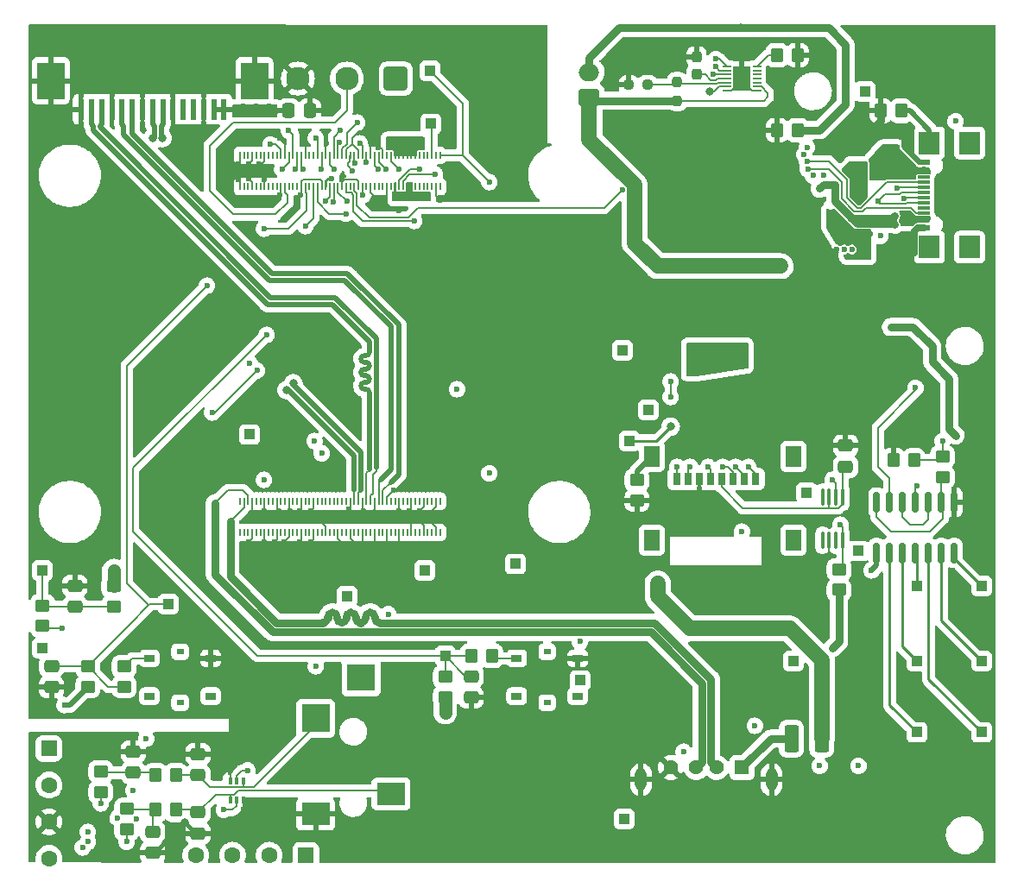
<source format=gbr>
%TF.GenerationSoftware,KiCad,Pcbnew,(6.0.0)*%
%TF.CreationDate,2022-06-01T15:47:08+01:00*%
%TF.ProjectId,CM4Carrier,434d3443-6172-4726-9965-722e6b696361,Rev1-Untested*%
%TF.SameCoordinates,Original*%
%TF.FileFunction,Copper,L4,Bot*%
%TF.FilePolarity,Positive*%
%FSLAX46Y46*%
G04 Gerber Fmt 4.6, Leading zero omitted, Abs format (unit mm)*
G04 Created by KiCad (PCBNEW (6.0.0)) date 2022-06-01 15:47:08*
%MOMM*%
%LPD*%
G01*
G04 APERTURE LIST*
G04 Aperture macros list*
%AMRoundRect*
0 Rectangle with rounded corners*
0 $1 Rounding radius*
0 $2 $3 $4 $5 $6 $7 $8 $9 X,Y pos of 4 corners*
0 Add a 4 corners polygon primitive as box body*
4,1,4,$2,$3,$4,$5,$6,$7,$8,$9,$2,$3,0*
0 Add four circle primitives for the rounded corners*
1,1,$1+$1,$2,$3*
1,1,$1+$1,$4,$5*
1,1,$1+$1,$6,$7*
1,1,$1+$1,$8,$9*
0 Add four rect primitives between the rounded corners*
20,1,$1+$1,$2,$3,$4,$5,0*
20,1,$1+$1,$4,$5,$6,$7,0*
20,1,$1+$1,$6,$7,$8,$9,0*
20,1,$1+$1,$8,$9,$2,$3,0*%
G04 Aperture macros list end*
%TA.AperFunction,ComponentPad*%
%ADD10R,1.000000X1.000000*%
%TD*%
%TA.AperFunction,ComponentPad*%
%ADD11RoundRect,0.250000X-0.550000X0.550000X-0.550000X-0.550000X0.550000X-0.550000X0.550000X0.550000X0*%
%TD*%
%TA.AperFunction,ComponentPad*%
%ADD12C,1.600000*%
%TD*%
%TA.AperFunction,ComponentPad*%
%ADD13RoundRect,0.250000X0.550000X0.550000X-0.550000X0.550000X-0.550000X-0.550000X0.550000X-0.550000X0*%
%TD*%
%TA.AperFunction,ComponentPad*%
%ADD14RoundRect,0.250001X0.899999X0.899999X-0.899999X0.899999X-0.899999X-0.899999X0.899999X-0.899999X0*%
%TD*%
%TA.AperFunction,ComponentPad*%
%ADD15C,2.300000*%
%TD*%
%TA.AperFunction,SMDPad,CuDef*%
%ADD16R,1.000000X0.700000*%
%TD*%
%TA.AperFunction,SMDPad,CuDef*%
%ADD17R,0.700000X0.600000*%
%TD*%
%TA.AperFunction,SMDPad,CuDef*%
%ADD18R,2.800000X2.200000*%
%TD*%
%TA.AperFunction,SMDPad,CuDef*%
%ADD19R,2.800000X2.800000*%
%TD*%
%TA.AperFunction,SMDPad,CuDef*%
%ADD20R,2.800000X2.600000*%
%TD*%
%TA.AperFunction,SMDPad,CuDef*%
%ADD21RoundRect,0.250000X0.475000X-0.337500X0.475000X0.337500X-0.475000X0.337500X-0.475000X-0.337500X0*%
%TD*%
%TA.AperFunction,SMDPad,CuDef*%
%ADD22RoundRect,0.250000X-0.450000X0.350000X-0.450000X-0.350000X0.450000X-0.350000X0.450000X0.350000X0*%
%TD*%
%TA.AperFunction,SMDPad,CuDef*%
%ADD23R,0.400000X0.650000*%
%TD*%
%TA.AperFunction,SMDPad,CuDef*%
%ADD24RoundRect,0.250000X-0.475000X0.337500X-0.475000X-0.337500X0.475000X-0.337500X0.475000X0.337500X0*%
%TD*%
%TA.AperFunction,SMDPad,CuDef*%
%ADD25RoundRect,0.100000X0.100000X-0.712500X0.100000X0.712500X-0.100000X0.712500X-0.100000X-0.712500X0*%
%TD*%
%TA.AperFunction,SMDPad,CuDef*%
%ADD26RoundRect,0.237500X0.250000X0.237500X-0.250000X0.237500X-0.250000X-0.237500X0.250000X-0.237500X0*%
%TD*%
%TA.AperFunction,SMDPad,CuDef*%
%ADD27RoundRect,0.250000X-0.337500X-0.475000X0.337500X-0.475000X0.337500X0.475000X-0.337500X0.475000X0*%
%TD*%
%TA.AperFunction,SMDPad,CuDef*%
%ADD28RoundRect,0.250000X0.350000X0.450000X-0.350000X0.450000X-0.350000X-0.450000X0.350000X-0.450000X0*%
%TD*%
%TA.AperFunction,SMDPad,CuDef*%
%ADD29RoundRect,0.250001X-0.462499X-1.074999X0.462499X-1.074999X0.462499X1.074999X-0.462499X1.074999X0*%
%TD*%
%TA.AperFunction,SMDPad,CuDef*%
%ADD30RoundRect,0.150000X-0.150000X0.825000X-0.150000X-0.825000X0.150000X-0.825000X0.150000X0.825000X0*%
%TD*%
%TA.AperFunction,SMDPad,CuDef*%
%ADD31RoundRect,0.250000X0.450000X-0.350000X0.450000X0.350000X-0.450000X0.350000X-0.450000X-0.350000X0*%
%TD*%
%TA.AperFunction,SMDPad,CuDef*%
%ADD32R,0.200000X0.700000*%
%TD*%
%TA.AperFunction,SMDPad,CuDef*%
%ADD33R,0.610000X2.000000*%
%TD*%
%TA.AperFunction,SMDPad,CuDef*%
%ADD34R,2.680000X3.600000*%
%TD*%
%TA.AperFunction,SMDPad,CuDef*%
%ADD35RoundRect,0.250000X0.325000X0.450000X-0.325000X0.450000X-0.325000X-0.450000X0.325000X-0.450000X0*%
%TD*%
%TA.AperFunction,SMDPad,CuDef*%
%ADD36RoundRect,0.250000X-0.350000X-0.450000X0.350000X-0.450000X0.350000X0.450000X-0.350000X0.450000X0*%
%TD*%
%TA.AperFunction,ComponentPad*%
%ADD37RoundRect,0.250000X0.750000X-0.600000X0.750000X0.600000X-0.750000X0.600000X-0.750000X-0.600000X0*%
%TD*%
%TA.AperFunction,ComponentPad*%
%ADD38O,2.000000X1.700000*%
%TD*%
%TA.AperFunction,SMDPad,CuDef*%
%ADD39RoundRect,0.050000X0.337500X0.050000X-0.337500X0.050000X-0.337500X-0.050000X0.337500X-0.050000X0*%
%TD*%
%TA.AperFunction,SMDPad,CuDef*%
%ADD40R,1.780000X2.350000*%
%TD*%
%TA.AperFunction,SMDPad,CuDef*%
%ADD41R,1.150000X0.600000*%
%TD*%
%TA.AperFunction,SMDPad,CuDef*%
%ADD42R,1.150000X0.300000*%
%TD*%
%TA.AperFunction,SMDPad,CuDef*%
%ADD43R,2.000000X2.180000*%
%TD*%
%TA.AperFunction,ComponentPad*%
%ADD44R,1.428000X1.428000*%
%TD*%
%TA.AperFunction,ComponentPad*%
%ADD45C,1.428000*%
%TD*%
%TA.AperFunction,ComponentPad*%
%ADD46O,1.108000X2.216000*%
%TD*%
%TA.AperFunction,SMDPad,CuDef*%
%ADD47R,0.800000X1.200000*%
%TD*%
%TA.AperFunction,SMDPad,CuDef*%
%ADD48R,1.500000X2.000000*%
%TD*%
%TA.AperFunction,SMDPad,CuDef*%
%ADD49RoundRect,0.237500X0.237500X-0.250000X0.237500X0.250000X-0.237500X0.250000X-0.237500X-0.250000X0*%
%TD*%
%TA.AperFunction,SMDPad,CuDef*%
%ADD50RoundRect,0.237500X0.237500X-0.300000X0.237500X0.300000X-0.237500X0.300000X-0.237500X-0.300000X0*%
%TD*%
%TA.AperFunction,ViaPad*%
%ADD51C,0.800000*%
%TD*%
%TA.AperFunction,ViaPad*%
%ADD52C,0.600000*%
%TD*%
%TA.AperFunction,Conductor*%
%ADD53C,0.508000*%
%TD*%
%TA.AperFunction,Conductor*%
%ADD54C,0.200000*%
%TD*%
%TA.AperFunction,Conductor*%
%ADD55C,0.635000*%
%TD*%
%TA.AperFunction,Conductor*%
%ADD56C,0.762000*%
%TD*%
%TA.AperFunction,Conductor*%
%ADD57C,0.381000*%
%TD*%
%TA.AperFunction,Conductor*%
%ADD58C,1.524000*%
%TD*%
%TA.AperFunction,Conductor*%
%ADD59C,0.250000*%
%TD*%
%TA.AperFunction,Conductor*%
%ADD60C,1.270000*%
%TD*%
G04 APERTURE END LIST*
D10*
%TO.P,TP26,1,1*%
%TO.N,/bi11*%
X190500000Y-63500000D03*
%TD*%
%TO.P,TP5,1,1*%
%TO.N,/_5v*%
X166740000Y-88900000D03*
%TD*%
%TO.P,TP7,1,1*%
%TO.N,/bi0*%
X147320000Y-110490000D03*
%TD*%
%TO.P,TP18,1,1*%
%TO.N,/bi6*%
X156210000Y-109855000D03*
%TD*%
%TO.P,TP2,1,1*%
%TO.N,/3v3*%
X166878000Y-134874000D03*
%TD*%
%TO.P,TP10,1,1*%
%TO.N,/bi1*%
X162560000Y-121285000D03*
%TD*%
%TO.P,TP23,1,1*%
%TO.N,/bi9*%
X189865000Y-108585000D03*
%TD*%
D11*
%TO.P,J2,1,Pin_1*%
%TO.N,/3v3*%
X110490000Y-127949999D03*
D12*
%TO.P,J2,2,Pin_2*%
%TO.N,Net-(J2-Pad2)*%
X110490000Y-131549999D03*
%TO.P,J2,3,Pin_3*%
%TO.N,GND*%
X110490000Y-135149999D03*
%TO.P,J2,4,Pin_4*%
%TO.N,Net-(J2-Pad4)*%
X110490000Y-138749999D03*
%TD*%
D10*
%TO.P,TP6,1,1*%
%TO.N,/bi4*%
X109855000Y-110490000D03*
%TD*%
%TO.P,TP9,1,1*%
%TO.N,/bi3*%
X109855000Y-118110000D03*
%TD*%
%TO.P,TP27,1,1*%
%TO.N,/bi12*%
X122174000Y-113792000D03*
%TD*%
%TO.P,TP4,1,1*%
%TO.N,Net-(R12-Pad2)*%
X169275000Y-94742000D03*
%TD*%
%TO.P,TP1,1,1*%
%TO.N,Net-(Module1-Pad95)*%
X147955000Y-66675000D03*
%TD*%
%TO.P,TP19,1,1*%
%TO.N,/bi8*%
X183515000Y-119380000D03*
%TD*%
D13*
%TO.P,J8,1,Pin_1*%
%TO.N,/IO/SPI0_CE0_N*%
X135680000Y-138430000D03*
D12*
%TO.P,J8,2,Pin_2*%
%TO.N,/IO/SPIO_SCLK*%
X132080000Y-138430000D03*
%TO.P,J8,3,Pin_3*%
%TO.N,/IO/SPI0_MISO*%
X128480000Y-138430000D03*
%TO.P,J8,4,Pin_4*%
%TO.N,/IO/SPI0_MOSI*%
X124880000Y-138430000D03*
%TD*%
D14*
%TO.P,J7,1,Pin_1*%
%TO.N,/3v3*%
X144500000Y-62230000D03*
D15*
%TO.P,J7,2,Pin_2*%
%TO.N,/bi10*%
X139700000Y-62230000D03*
%TO.P,J7,3,Pin_3*%
%TO.N,GND*%
X134900000Y-62230000D03*
%TD*%
D10*
%TO.P,TP3,1,1*%
%TO.N,Net-(R11-Pad2)*%
X167386000Y-97790000D03*
%TD*%
%TO.P,TP8,1,1*%
%TO.N,/bi2*%
X130175000Y-97155000D03*
%TD*%
%TO.P,TP24,1,1*%
%TO.N,/Buttons/GLOBAL-EN*%
X147828000Y-61468000D03*
%TD*%
%TO.P,TP11,1,1*%
%TO.N,/bi5*%
X139700000Y-113030000D03*
%TD*%
%TO.P,TP22,1,1*%
%TO.N,/bi7*%
X184785000Y-102870000D03*
%TD*%
%TO.P,TP14,1,1*%
%TO.N,Net-(TP14-Pad1)*%
X201930000Y-119380000D03*
%TD*%
D16*
%TO.P,SW14,1,1*%
%TO.N,GND*%
X126349995Y-119119913D03*
%TO.P,SW14,2,2*%
%TO.N,Net-(R45-Pad1)*%
X120349995Y-119119913D03*
%TO.P,SW14,3*%
%TO.N,N/C*%
X126349995Y-122819913D03*
%TO.P,SW14,4*%
X120349995Y-122819913D03*
D17*
%TO.P,SW14,G1*%
X123349995Y-118469913D03*
%TO.P,SW14,G2*%
X123349995Y-123469913D03*
%TD*%
D18*
%TO.P,J6,R*%
%TO.N,Net-(C29-Pad1)*%
X144035000Y-132410000D03*
%TO.P,J6,S*%
%TO.N,GND*%
X136635000Y-134410000D03*
D19*
%TO.P,J6,T*%
%TO.N,Net-(C30-Pad1)*%
X136635000Y-125010000D03*
D20*
%TO.P,J6,TN*%
%TO.N,unconnected-(J6-PadTN)*%
X141085000Y-121010000D03*
%TD*%
D10*
%TO.P,TP12,1,1*%
%TO.N,Net-(TP12-Pad1)*%
X195580000Y-119380000D03*
%TD*%
%TO.P,TP13,1,1*%
%TO.N,Net-(TP13-Pad1)*%
X195580000Y-126365000D03*
%TD*%
D21*
%TO.P,C14,1*%
%TO.N,/bi4*%
X113030000Y-114067500D03*
%TO.P,C14,2*%
%TO.N,GND*%
X113030000Y-111992500D03*
%TD*%
D22*
%TO.P,R15,1*%
%TO.N,/3v3*%
X116840000Y-112030000D03*
%TO.P,R15,2*%
%TO.N,/bi4*%
X116840000Y-114030000D03*
%TD*%
%TO.P,R2,1*%
%TO.N,Net-(J1-Pad9)*%
X168148000Y-101616000D03*
%TO.P,R2,2*%
%TO.N,GND*%
X168148000Y-103616000D03*
%TD*%
D23*
%TO.P,D4,1,A1*%
%TO.N,GND*%
X129555011Y-133044997D03*
%TO.P,D4,2,K2*%
%TO.N,/3v3*%
X128905000Y-133045000D03*
%TO.P,D4,3,K1A2*%
%TO.N,Net-(C29-Pad1)*%
X128255000Y-133045000D03*
%TO.P,D4,4,A3*%
%TO.N,GND*%
X128255000Y-131145000D03*
%TO.P,D4,5,K4*%
%TO.N,/3v3*%
X128905000Y-131145000D03*
%TO.P,D4,6,K3A4*%
%TO.N,Net-(C30-Pad1)*%
X129555000Y-131145000D03*
%TD*%
D24*
%TO.P,C34,1*%
%TO.N,/bi13*%
X151892000Y-120882500D03*
%TO.P,C34,2*%
%TO.N,GND*%
X151892000Y-122957500D03*
%TD*%
D25*
%TO.P,U1,1,EN*%
%TO.N,/IO/SD_PWR_ON*%
X188300000Y-107522500D03*
%TO.P,U1,2,FLG*%
%TO.N,unconnected-(U1-Pad2)*%
X187650000Y-107522500D03*
%TO.P,U1,3,GND*%
%TO.N,GND*%
X187000007Y-107522493D03*
%TO.P,U1,4,NC*%
%TO.N,unconnected-(U1-Pad4)*%
X186350000Y-107522500D03*
%TO.P,U1,5,NC*%
%TO.N,unconnected-(U1-Pad5)*%
X186350000Y-103297500D03*
%TO.P,U1,6,OUT*%
%TO.N,/IO/SD_PWR*%
X187000000Y-103297500D03*
%TO.P,U1,7,IN*%
%TO.N,/3v3*%
X187650000Y-103297500D03*
%TO.P,U1,8,OUT*%
%TO.N,/IO/SD_PWR*%
X188300000Y-103297500D03*
%TD*%
D26*
%TO.P,R10,1*%
%TO.N,Net-(R10-Pad1)*%
X169187500Y-62865000D03*
%TO.P,R10,2*%
%TO.N,GND*%
X167362500Y-62865000D03*
%TD*%
D27*
%TO.P,C26,1*%
%TO.N,/3v3*%
X133985000Y-65405000D03*
%TO.P,C26,2*%
%TO.N,GND*%
X136060000Y-65405000D03*
%TD*%
D24*
%TO.P,C29,1*%
%TO.N,Net-(C29-Pad1)*%
X125095000Y-134217500D03*
%TO.P,C29,2*%
%TO.N,GND*%
X125095000Y-136292500D03*
%TD*%
D21*
%TO.P,C1,1*%
%TO.N,/IO/SD_PWR*%
X188595000Y-100330000D03*
%TO.P,C1,2*%
%TO.N,GND*%
X188595000Y-98255000D03*
%TD*%
D28*
%TO.P,R46,1*%
%TO.N,Net-(R46-Pad1)*%
X153908000Y-118872000D03*
%TO.P,R46,2*%
%TO.N,/bi13*%
X151908000Y-118872000D03*
%TD*%
%TO.P,R38,1*%
%TO.N,Net-(J4-PadS1)*%
X194040000Y-65405000D03*
%TO.P,R38,2*%
%TO.N,GND*%
X192040000Y-65405000D03*
%TD*%
D24*
%TO.P,C33,1*%
%TO.N,/bi12*%
X110744000Y-119866500D03*
%TO.P,C33,2*%
%TO.N,GND*%
X110744000Y-121941500D03*
%TD*%
D22*
%TO.P,R3,1*%
%TO.N,/IO/SD_PWR_ON*%
X187960000Y-110395000D03*
%TO.P,R3,2*%
%TO.N,/3v3*%
X187960000Y-112395000D03*
%TD*%
D10*
%TO.P,TP15,1,1*%
%TO.N,Net-(TP15-Pad1)*%
X201930000Y-126365000D03*
%TD*%
D21*
%TO.P,C30,1*%
%TO.N,Net-(C30-Pad1)*%
X125095000Y-130577500D03*
%TO.P,C30,2*%
%TO.N,GND*%
X125095000Y-128502500D03*
%TD*%
D29*
%TO.P,F1,1*%
%TO.N,Net-(F1-Pad1)*%
X183297500Y-127000000D03*
%TO.P,F1,2*%
%TO.N,/_5v*%
X186272500Y-127000000D03*
%TD*%
D22*
%TO.P,R39,1*%
%TO.N,Net-(C27-Pad1)*%
X118110000Y-133890000D03*
%TO.P,R39,2*%
%TO.N,/IO/AUX_R*%
X118110000Y-135890000D03*
%TD*%
D30*
%TO.P,U5,1*%
%TO.N,Net-(R27-Pad1)*%
X191643000Y-103824000D03*
%TO.P,U5,2*%
%TO.N,Net-(C17-Pad1)*%
X192913000Y-103824000D03*
%TO.P,U5,3*%
%TO.N,Net-(U5-Pad3)*%
X194183000Y-103824000D03*
%TO.P,U5,4*%
%TO.N,Net-(C16-Pad2)*%
X195453000Y-103824000D03*
%TO.P,U5,5*%
%TO.N,Net-(U5-Pad3)*%
X196723000Y-103824000D03*
%TO.P,U5,6*%
%TO.N,Net-(R27-Pad1)*%
X197993000Y-103824000D03*
%TO.P,U5,7,GND*%
%TO.N,GND*%
X199263000Y-103824000D03*
%TO.P,U5,8*%
%TO.N,Net-(TP17-Pad1)*%
X199263000Y-108774000D03*
%TO.P,U5,9*%
%TO.N,Net-(TP14-Pad1)*%
X197993000Y-108774000D03*
%TO.P,U5,10*%
%TO.N,Net-(TP15-Pad1)*%
X196723000Y-108774000D03*
%TO.P,U5,11*%
%TO.N,Net-(TP16-Pad1)*%
X195453000Y-108774000D03*
%TO.P,U5,12*%
%TO.N,Net-(TP12-Pad1)*%
X194183000Y-108774000D03*
%TO.P,U5,13*%
%TO.N,Net-(TP13-Pad1)*%
X192913000Y-108774000D03*
%TO.P,U5,14,VCC*%
%TO.N,/BATT_S*%
X191643000Y-108774000D03*
%TD*%
D31*
%TO.P,R50,1*%
%TO.N,/3v3*%
X149352000Y-122920000D03*
%TO.P,R50,2*%
%TO.N,/bi13*%
X149352000Y-120920000D03*
%TD*%
D22*
%TO.P,R45,1*%
%TO.N,Net-(R45-Pad1)*%
X117856000Y-119904000D03*
%TO.P,R45,2*%
%TO.N,/bi12*%
X117856000Y-121904000D03*
%TD*%
D10*
%TO.P,TP16,1,1*%
%TO.N,Net-(TP16-Pad1)*%
X195580000Y-112014000D03*
%TD*%
D32*
%TO.P,Module1,1,GND*%
%TO.N,GND*%
X129225000Y-69765000D03*
%TO.P,Module1,2,GND*%
X129225000Y-72845000D03*
%TO.P,Module1,3,Ethernet_Pair3_P*%
%TO.N,unconnected-(Module1-Pad3)*%
X129625000Y-69765000D03*
%TO.P,Module1,4,Ethernet_Pair1_P*%
%TO.N,unconnected-(Module1-Pad4)*%
X129625000Y-72845000D03*
%TO.P,Module1,5,Ethernet_Pair3_N*%
%TO.N,unconnected-(Module1-Pad5)*%
X130025000Y-69765000D03*
%TO.P,Module1,6,Ethernet_Pair1_N*%
%TO.N,unconnected-(Module1-Pad6)*%
X130025000Y-72845000D03*
%TO.P,Module1,7,GND*%
%TO.N,GND*%
X130425000Y-69765000D03*
%TO.P,Module1,8,GND*%
X130425000Y-72845000D03*
%TO.P,Module1,9,Ethernet_Pair2_N*%
%TO.N,unconnected-(Module1-Pad9)*%
X130825000Y-69765000D03*
%TO.P,Module1,10,Ethernet_Pair0_N*%
%TO.N,unconnected-(Module1-Pad10)*%
X130825000Y-72845000D03*
%TO.P,Module1,11,Ethernet_Pair2_P*%
%TO.N,unconnected-(Module1-Pad11)*%
X131225000Y-69765000D03*
%TO.P,Module1,12,Ethernet_Pair0_P*%
%TO.N,unconnected-(Module1-Pad12)*%
X131225000Y-72845000D03*
%TO.P,Module1,13,GND*%
%TO.N,GND*%
X131625000Y-69765000D03*
%TO.P,Module1,14,GND*%
X131625000Y-72845000D03*
%TO.P,Module1,15,Ethernet_nLED3(3.3v)*%
%TO.N,unconnected-(Module1-Pad15)*%
X132025000Y-69765000D03*
%TO.P,Module1,16,Ethernet_SYNC_IN(1.8v)*%
%TO.N,unconnected-(Module1-Pad16)*%
X132025000Y-72845000D03*
%TO.P,Module1,17,Ethernet_nLED2(3.3v)*%
%TO.N,unconnected-(Module1-Pad17)*%
X132425000Y-69765000D03*
%TO.P,Module1,18,Ethernet_SYNC_OUT(1.8v)*%
%TO.N,unconnected-(Module1-Pad18)*%
X132425000Y-72845000D03*
%TO.P,Module1,19,Ethernet_nLED1(3.3v)*%
%TO.N,unconnected-(Module1-Pad19)*%
X132825000Y-69765000D03*
%TO.P,Module1,20,EEPROM_nWP*%
%TO.N,unconnected-(Module1-Pad20)*%
X132825000Y-72845000D03*
%TO.P,Module1,21,PI_nLED_Activity*%
%TO.N,Net-(Module1-Pad21)*%
X133225000Y-69765000D03*
%TO.P,Module1,22,GND*%
%TO.N,GND*%
X133225000Y-72845000D03*
%TO.P,Module1,23,GND*%
X133625000Y-69765000D03*
%TO.P,Module1,24,GPIO26*%
%TO.N,/bi10*%
X133625000Y-72845000D03*
%TO.P,Module1,25,GPIO21*%
%TO.N,/bi2*%
X134025000Y-69765000D03*
%TO.P,Module1,26,GPIO19*%
%TO.N,unconnected-(Module1-Pad26)*%
X134025000Y-72845000D03*
%TO.P,Module1,27,GPIO20*%
%TO.N,/bi3*%
X134425000Y-69765000D03*
%TO.P,Module1,28,GPIO13*%
%TO.N,unconnected-(Module1-Pad28)*%
X134425000Y-72845000D03*
%TO.P,Module1,29,GPIO16*%
%TO.N,/bi4*%
X134825000Y-69765000D03*
%TO.P,Module1,30,GPIO6*%
%TO.N,unconnected-(Module1-Pad30)*%
X134825000Y-72845000D03*
%TO.P,Module1,31,GPIO12*%
%TO.N,/bi5*%
X135225000Y-69765000D03*
%TO.P,Module1,32,GND*%
%TO.N,GND*%
X135225000Y-72845000D03*
%TO.P,Module1,33,GND*%
X135625000Y-69765000D03*
%TO.P,Module1,34,GPIO5*%
%TO.N,/bi12*%
X135625000Y-72845000D03*
%TO.P,Module1,35,ID_SC*%
%TO.N,unconnected-(Module1-Pad35)*%
X136025000Y-69765000D03*
%TO.P,Module1,36,ID_SD*%
%TO.N,unconnected-(Module1-Pad36)*%
X136025000Y-72845000D03*
%TO.P,Module1,37,GPIO7*%
%TO.N,/IO/SPI0_CE1_N*%
X136425000Y-69765000D03*
%TO.P,Module1,38,GPIO11*%
%TO.N,/IO/SPIO_SCLK*%
X136425000Y-72845000D03*
%TO.P,Module1,39,GPIO8*%
%TO.N,/IO/SPI0_CE0_N*%
X136825000Y-69765000D03*
%TO.P,Module1,40,GPIO9*%
%TO.N,/IO/SPI0_MISO*%
X136825000Y-72845000D03*
%TO.P,Module1,41,GPIO25*%
%TO.N,/bi8*%
X137225000Y-69765000D03*
%TO.P,Module1,42,GND*%
%TO.N,GND*%
X137225000Y-72845000D03*
%TO.P,Module1,43,GND*%
X137625000Y-69765000D03*
%TO.P,Module1,44,GPIO10*%
%TO.N,/IO/SPI0_MOSI*%
X137625000Y-72845000D03*
%TO.P,Module1,45,GPIO24*%
%TO.N,/bi9*%
X138025000Y-69765000D03*
%TO.P,Module1,46,GPIO22*%
%TO.N,/IO/AUX_L*%
X138025000Y-72845000D03*
%TO.P,Module1,47,GPIO23*%
%TO.N,/bi1*%
X138425000Y-69765000D03*
%TO.P,Module1,48,GPIO27*%
%TO.N,/IO/AUX_R*%
X138425000Y-72845000D03*
%TO.P,Module1,49,GPIO18*%
%TO.N,/bi0*%
X138825000Y-69765000D03*
%TO.P,Module1,50,GPIO17*%
%TO.N,/bi13*%
X138825000Y-72845000D03*
%TO.P,Module1,51,GPIO15*%
%TO.N,/bi6*%
X139225000Y-69765000D03*
%TO.P,Module1,52,GND*%
%TO.N,GND*%
X139225000Y-72845000D03*
%TO.P,Module1,53,GND*%
X139625000Y-69765000D03*
%TO.P,Module1,54,GPIO4*%
%TO.N,/Battery/ALRT*%
X139625000Y-72845000D03*
%TO.P,Module1,55,GPIO14*%
%TO.N,/bi7*%
X140025000Y-69765000D03*
%TO.P,Module1,56,GPIO3*%
%TO.N,unconnected-(Module1-Pad56)*%
X140025000Y-72845000D03*
%TO.P,Module1,57,SD_CLK*%
%TO.N,/IO/SD_CLK*%
X140425000Y-69765000D03*
%TO.P,Module1,58,GPIO2*%
%TO.N,/bi11*%
X140425000Y-72845000D03*
%TO.P,Module1,59,GND*%
%TO.N,GND*%
X140825000Y-69765000D03*
%TO.P,Module1,60,GND*%
X140825000Y-72845000D03*
%TO.P,Module1,61,SD_DAT3*%
%TO.N,/IO/SD_DAT3*%
X141225000Y-69765000D03*
%TO.P,Module1,62,SD_CMD*%
%TO.N,/IO/SD_CMD*%
X141225000Y-72845000D03*
%TO.P,Module1,63,SD_DAT0*%
%TO.N,/IO/SD_DAT0*%
X141625000Y-69765000D03*
%TO.P,Module1,64,SD_DAT5*%
%TO.N,unconnected-(Module1-Pad64)*%
X141625000Y-72845000D03*
%TO.P,Module1,65,GND*%
%TO.N,GND*%
X142025000Y-69765000D03*
%TO.P,Module1,66,GND*%
X142025000Y-72845000D03*
%TO.P,Module1,67,SD_DAT1*%
%TO.N,/IO/SD_DAT1*%
X142425000Y-69765000D03*
%TO.P,Module1,68,SD_DAT4*%
%TO.N,unconnected-(Module1-Pad68)*%
X142425000Y-72845000D03*
%TO.P,Module1,69,SD_DAT2*%
%TO.N,/IO/SD_DAT2*%
X142825000Y-69765000D03*
%TO.P,Module1,70,SD_DAT7*%
%TO.N,unconnected-(Module1-Pad70)*%
X142825000Y-72845000D03*
%TO.P,Module1,71,GND*%
%TO.N,GND*%
X143225000Y-69765000D03*
%TO.P,Module1,72,SD_DAT6*%
%TO.N,unconnected-(Module1-Pad72)*%
X143225000Y-72845000D03*
%TO.P,Module1,73,SD_VDD_Override*%
%TO.N,unconnected-(Module1-Pad73)*%
X143625000Y-69765000D03*
%TO.P,Module1,74,GND*%
%TO.N,GND*%
X143625000Y-72845000D03*
%TO.P,Module1,75,SD_PWR_ON*%
%TO.N,/IO/SD_PWR_ON*%
X144025000Y-69765000D03*
%TO.P,Module1,76,Reserved*%
%TO.N,unconnected-(Module1-Pad76)*%
X144025000Y-72845000D03*
%TO.P,Module1,77,+5v_(Input)*%
%TO.N,/_5v*%
X144425000Y-69765000D03*
%TO.P,Module1,78,GPIO_VREF(1.8v/3.3v_Input)*%
%TO.N,/3v3*%
X144425000Y-72845000D03*
%TO.P,Module1,79,+5v_(Input)*%
%TO.N,/_5v*%
X144825000Y-69765000D03*
%TO.P,Module1,80,SCL0*%
%TO.N,/IO/I2C_SDA*%
X144825000Y-72845000D03*
%TO.P,Module1,81,+5v_(Input)*%
%TO.N,/_5v*%
X145225000Y-69765000D03*
%TO.P,Module1,82,SDA0*%
%TO.N,/IO/I2C_SCLK*%
X145225000Y-72845000D03*
%TO.P,Module1,83,+5v_(Input)*%
%TO.N,/_5v*%
X145625000Y-69765000D03*
%TO.P,Module1,84,+3.3v_(Output)*%
%TO.N,/3v3*%
X145625000Y-72845000D03*
%TO.P,Module1,85,+5v_(Input)*%
%TO.N,/_5v*%
X146025000Y-69765000D03*
%TO.P,Module1,86,+3.3v_(Output)*%
%TO.N,/3v3*%
X146025000Y-72845000D03*
%TO.P,Module1,87,+5v_(Input)*%
%TO.N,/_5v*%
X146425000Y-69765000D03*
%TO.P,Module1,88,+1.8v_(Output)*%
%TO.N,unconnected-(Module1-Pad88)*%
X146425000Y-72845000D03*
%TO.P,Module1,89,WiFi_nDisable*%
%TO.N,unconnected-(Module1-Pad89)*%
X146825000Y-69765000D03*
%TO.P,Module1,90,+1.8v_(Output)*%
%TO.N,unconnected-(Module1-Pad90)*%
X146825000Y-72845000D03*
%TO.P,Module1,91,BT_nDisable*%
%TO.N,unconnected-(Module1-Pad91)*%
X147225000Y-69765000D03*
%TO.P,Module1,92,RUN_PG*%
%TO.N,unconnected-(Module1-Pad92)*%
X147225000Y-72845000D03*
%TO.P,Module1,93,nRPIBOOT*%
%TO.N,unconnected-(Module1-Pad93)*%
X147625000Y-69765000D03*
%TO.P,Module1,94,AnalogIP1*%
%TO.N,unconnected-(Module1-Pad94)*%
X147625000Y-72845000D03*
%TO.P,Module1,95,nPI_LED_PWR*%
%TO.N,Net-(Module1-Pad95)*%
X148025000Y-69765000D03*
%TO.P,Module1,96,AnalogIP0*%
%TO.N,unconnected-(Module1-Pad96)*%
X148025000Y-72845000D03*
%TO.P,Module1,97,Camera_GPIO*%
%TO.N,unconnected-(Module1-Pad97)*%
X148425000Y-69765000D03*
%TO.P,Module1,98,GND*%
%TO.N,GND*%
X148425000Y-72845000D03*
%TO.P,Module1,99,Global_EN*%
%TO.N,/Buttons/GLOBAL-EN*%
X148825000Y-69765000D03*
%TO.P,Module1,100,nEXTRST*%
%TO.N,unconnected-(Module1-Pad100)*%
X148825000Y-72845000D03*
%TO.P,Module1,101,USB_OTG_ID*%
%TO.N,unconnected-(Module1-Pad101)*%
X129225000Y-103685000D03*
%TO.P,Module1,102,PCIe_CLK_nREQ*%
%TO.N,unconnected-(Module1-Pad102)*%
X129225000Y-106765000D03*
%TO.P,Module1,103,USB2_N*%
%TO.N,/IO B/D-*%
X129625000Y-103685000D03*
%TO.P,Module1,104,Reserved*%
%TO.N,unconnected-(Module1-Pad104)*%
X129625000Y-106765000D03*
%TO.P,Module1,105,USB2_P*%
%TO.N,/IO B/D+*%
X130025000Y-103685000D03*
%TO.P,Module1,106,Reserved*%
%TO.N,unconnected-(Module1-Pad106)*%
X130025000Y-106765000D03*
%TO.P,Module1,107,GND*%
%TO.N,GND*%
X130425000Y-103685000D03*
%TO.P,Module1,108,GND*%
X130425000Y-106765000D03*
%TO.P,Module1,109,PCIe_nRST*%
%TO.N,unconnected-(Module1-Pad109)*%
X130825000Y-103685000D03*
%TO.P,Module1,110,PCIe_CLK_P*%
%TO.N,unconnected-(Module1-Pad110)*%
X130825000Y-106765000D03*
%TO.P,Module1,111,VDAC_COMP*%
%TO.N,unconnected-(Module1-Pad111)*%
X131225000Y-103685000D03*
%TO.P,Module1,112,PCIe_CLK_N*%
%TO.N,unconnected-(Module1-Pad112)*%
X131225000Y-106765000D03*
%TO.P,Module1,113,GND*%
%TO.N,GND*%
X131625000Y-103685000D03*
%TO.P,Module1,114,GND*%
X131625000Y-106765000D03*
%TO.P,Module1,115,CAM1_D0_N*%
%TO.N,unconnected-(Module1-Pad115)*%
X132025000Y-103685000D03*
%TO.P,Module1,116,PCIe_RX_P*%
%TO.N,unconnected-(Module1-Pad116)*%
X132025000Y-106765000D03*
%TO.P,Module1,117,CAM1_D0_P*%
%TO.N,unconnected-(Module1-Pad117)*%
X132425000Y-103685000D03*
%TO.P,Module1,118,PCIe_RX_N*%
%TO.N,unconnected-(Module1-Pad118)*%
X132425000Y-106765000D03*
%TO.P,Module1,119,GND*%
%TO.N,GND*%
X132825000Y-103685000D03*
%TO.P,Module1,120,GND*%
X132825000Y-106765000D03*
%TO.P,Module1,121,CAM1_D1_N*%
%TO.N,unconnected-(Module1-Pad121)*%
X133225000Y-103685000D03*
%TO.P,Module1,122,PCIe_TX_P*%
%TO.N,unconnected-(Module1-Pad122)*%
X133225000Y-106765000D03*
%TO.P,Module1,123,CAM1_D1_P*%
%TO.N,unconnected-(Module1-Pad123)*%
X133625000Y-103685000D03*
%TO.P,Module1,124,PCIe_TX_N*%
%TO.N,unconnected-(Module1-Pad124)*%
X133625000Y-106765000D03*
%TO.P,Module1,125,GND*%
%TO.N,GND*%
X134025000Y-103685000D03*
%TO.P,Module1,126,GND*%
X134025000Y-106765000D03*
%TO.P,Module1,127,CAM1_C_N*%
%TO.N,unconnected-(Module1-Pad127)*%
X134425000Y-103685000D03*
%TO.P,Module1,128,CAM0_D0_N*%
%TO.N,unconnected-(Module1-Pad128)*%
X134425000Y-106765000D03*
%TO.P,Module1,129,CAM1_C_P*%
%TO.N,unconnected-(Module1-Pad129)*%
X134825000Y-103685000D03*
%TO.P,Module1,130,CAM0_D0_P*%
%TO.N,unconnected-(Module1-Pad130)*%
X134825000Y-106765000D03*
%TO.P,Module1,131,GND*%
%TO.N,GND*%
X135225000Y-103685000D03*
%TO.P,Module1,132,GND*%
X135225000Y-106765000D03*
%TO.P,Module1,133,CAM1_D2_N*%
%TO.N,unconnected-(Module1-Pad133)*%
X135625000Y-103685000D03*
%TO.P,Module1,134,CAM0_D1_N*%
%TO.N,unconnected-(Module1-Pad134)*%
X135625000Y-106765000D03*
%TO.P,Module1,135,CAM1_D2_P*%
%TO.N,unconnected-(Module1-Pad135)*%
X136025000Y-103685000D03*
%TO.P,Module1,136,CAM0_D1_P*%
%TO.N,unconnected-(Module1-Pad136)*%
X136025000Y-106765000D03*
%TO.P,Module1,137,GND*%
%TO.N,GND*%
X136425000Y-103685000D03*
%TO.P,Module1,138,GND*%
X136425000Y-106765000D03*
%TO.P,Module1,139,CAM1_D3_N*%
%TO.N,unconnected-(Module1-Pad139)*%
X136825000Y-103685000D03*
%TO.P,Module1,140,CAM0_C_N*%
%TO.N,unconnected-(Module1-Pad140)*%
X136825000Y-106765000D03*
%TO.P,Module1,141,CAM1_D3_P*%
%TO.N,unconnected-(Module1-Pad141)*%
X137225000Y-103685000D03*
%TO.P,Module1,142,CAM0_C_P*%
%TO.N,unconnected-(Module1-Pad142)*%
X137225000Y-106765000D03*
%TO.P,Module1,143,HDMI1_HOTPLUG*%
%TO.N,unconnected-(Module1-Pad143)*%
X137625000Y-103685000D03*
%TO.P,Module1,144,GND*%
%TO.N,GND*%
X137625000Y-106765000D03*
%TO.P,Module1,145,HDMI1_SDA*%
%TO.N,unconnected-(Module1-Pad145)*%
X138025000Y-103685000D03*
%TO.P,Module1,146,HDMI1_TX2_P*%
%TO.N,unconnected-(Module1-Pad146)*%
X138025000Y-106765000D03*
%TO.P,Module1,147,HDMI1_SCL*%
%TO.N,unconnected-(Module1-Pad147)*%
X138425000Y-103685000D03*
%TO.P,Module1,148,HDMI1_TX2_N*%
%TO.N,unconnected-(Module1-Pad148)*%
X138425000Y-106765000D03*
%TO.P,Module1,149,HDMI1_CEC*%
%TO.N,unconnected-(Module1-Pad149)*%
X138825000Y-103685000D03*
%TO.P,Module1,150,GND*%
%TO.N,GND*%
X138825000Y-106765000D03*
%TO.P,Module1,151,HDMI0_CEC*%
%TO.N,unconnected-(Module1-Pad151)*%
X139225000Y-103685000D03*
%TO.P,Module1,152,HDMI1_TX1_P*%
%TO.N,unconnected-(Module1-Pad152)*%
X139225000Y-106765000D03*
%TO.P,Module1,153,HDMI0_HOTPLUG*%
%TO.N,unconnected-(Module1-Pad153)*%
X139625000Y-103685000D03*
%TO.P,Module1,154,HDMI1_TX1_N*%
%TO.N,unconnected-(Module1-Pad154)*%
X139625000Y-106765000D03*
%TO.P,Module1,155,GND*%
%TO.N,GND*%
X140025000Y-103685000D03*
%TO.P,Module1,156,GND*%
X140025000Y-106765000D03*
%TO.P,Module1,157,DSI0_D0_N*%
%TO.N,/IO B/DSI0_L0_DN1*%
X140425000Y-103685000D03*
%TO.P,Module1,158,HDMI1_TX0_P*%
%TO.N,unconnected-(Module1-Pad158)*%
X140425000Y-106765000D03*
%TO.P,Module1,159,DSI0_D0_P*%
%TO.N,/IO B/DSI0_L0_DP1*%
X140825000Y-103685000D03*
%TO.P,Module1,160,HDMI1_TX0_N*%
%TO.N,unconnected-(Module1-Pad160)*%
X140825000Y-106765000D03*
%TO.P,Module1,161,GND*%
%TO.N,GND*%
X141225000Y-103685000D03*
%TO.P,Module1,162,GND*%
X141225000Y-106765000D03*
%TO.P,Module1,163,DSI0_D1_N*%
%TO.N,/IO B/DSI0_L1_DN1*%
X141625000Y-103685000D03*
%TO.P,Module1,164,HDMI1_CLK_P*%
%TO.N,unconnected-(Module1-Pad164)*%
X141625000Y-106765000D03*
%TO.P,Module1,165,DSI0_D1_P*%
%TO.N,/IO B/DSI0_L1_DP1*%
X142025000Y-103685000D03*
%TO.P,Module1,166,HDMI1_CLK_N*%
%TO.N,unconnected-(Module1-Pad166)*%
X142025000Y-106765000D03*
%TO.P,Module1,167,GND*%
%TO.N,GND*%
X142425000Y-103685000D03*
%TO.P,Module1,168,GND*%
X142425000Y-106765000D03*
%TO.P,Module1,169,DSI0_C_N*%
%TO.N,/IO B/DSI0_CN*%
X142825000Y-103685000D03*
%TO.P,Module1,170,HDMI0_TX2_P*%
%TO.N,unconnected-(Module1-Pad170)*%
X142825000Y-106765000D03*
%TO.P,Module1,171,DSI0_C_P*%
%TO.N,/IO B/DSI0_CP*%
X143225000Y-103685000D03*
%TO.P,Module1,172,HDMI0_TX2_N*%
%TO.N,unconnected-(Module1-Pad172)*%
X143225000Y-106765000D03*
%TO.P,Module1,173,GND*%
%TO.N,GND*%
X143625000Y-103685000D03*
%TO.P,Module1,174,GND*%
X143625000Y-106765000D03*
%TO.P,Module1,175,DSI1_D0_N*%
%TO.N,unconnected-(Module1-Pad175)*%
X144025000Y-103685000D03*
%TO.P,Module1,176,HDMI0_TX1_P*%
%TO.N,unconnected-(Module1-Pad176)*%
X144025000Y-106765000D03*
%TO.P,Module1,177,DSI1_D0_P*%
%TO.N,unconnected-(Module1-Pad177)*%
X144425000Y-103685000D03*
%TO.P,Module1,178,HDMI0_TX1_N*%
%TO.N,unconnected-(Module1-Pad178)*%
X144425000Y-106765000D03*
%TO.P,Module1,179,GND*%
%TO.N,GND*%
X144825000Y-103685000D03*
%TO.P,Module1,180,GND*%
X144825000Y-106765000D03*
%TO.P,Module1,181,DSI1_D1_N*%
%TO.N,unconnected-(Module1-Pad181)*%
X145225000Y-103685000D03*
%TO.P,Module1,182,HDMI0_TX0_P*%
%TO.N,unconnected-(Module1-Pad182)*%
X145225000Y-106765000D03*
%TO.P,Module1,183,DSI1_D1_P*%
%TO.N,unconnected-(Module1-Pad183)*%
X145625000Y-103685000D03*
%TO.P,Module1,184,HDMI0_TX0_N*%
%TO.N,unconnected-(Module1-Pad184)*%
X145625000Y-106765000D03*
%TO.P,Module1,185,GND*%
%TO.N,GND*%
X146025000Y-103685000D03*
%TO.P,Module1,186,GND*%
X146025000Y-106765000D03*
%TO.P,Module1,187,DSI1_C_N*%
%TO.N,unconnected-(Module1-Pad187)*%
X146425000Y-103685000D03*
%TO.P,Module1,188,HDMI0_CLK_P*%
%TO.N,unconnected-(Module1-Pad188)*%
X146425000Y-106765000D03*
%TO.P,Module1,189,DSI1_C_P*%
%TO.N,unconnected-(Module1-Pad189)*%
X146825000Y-103685000D03*
%TO.P,Module1,190,HDMI0_CLK_N*%
%TO.N,unconnected-(Module1-Pad190)*%
X146825000Y-106765000D03*
%TO.P,Module1,191,GND*%
%TO.N,GND*%
X147225000Y-103685000D03*
%TO.P,Module1,192,GND*%
X147225000Y-106765000D03*
%TO.P,Module1,193,DSI1_D2_N*%
%TO.N,unconnected-(Module1-Pad193)*%
X147625000Y-103685000D03*
%TO.P,Module1,194,DSI1_D3_N*%
%TO.N,unconnected-(Module1-Pad194)*%
X147625000Y-106765000D03*
%TO.P,Module1,195,DSI1_D2_P*%
%TO.N,unconnected-(Module1-Pad195)*%
X148025000Y-103685000D03*
%TO.P,Module1,196,DSI1_D3_P*%
%TO.N,unconnected-(Module1-Pad196)*%
X148025000Y-106765000D03*
%TO.P,Module1,197,GND*%
%TO.N,GND*%
X148425000Y-103685000D03*
%TO.P,Module1,198,GND*%
X148425000Y-106765000D03*
%TO.P,Module1,199,HDMI0_SDA*%
%TO.N,unconnected-(Module1-Pad199)*%
X148825000Y-103685000D03*
%TO.P,Module1,200,HDMI0_SCL*%
%TO.N,unconnected-(Module1-Pad200)*%
X148825000Y-106765000D03*
%TD*%
D33*
%TO.P,J5,1,1*%
%TO.N,GND*%
X113650000Y-65245000D03*
%TO.P,J5,2,2*%
%TO.N,/IO B/DSI0_L1_DN1*%
X114650000Y-65245000D03*
%TO.P,J5,3,3*%
%TO.N,/IO B/DSI0_L1_DP1*%
X115650000Y-65245000D03*
%TO.P,J5,4,4*%
%TO.N,GND*%
X116650000Y-65245000D03*
%TO.P,J5,5,5*%
%TO.N,/IO B/DSI0_CN*%
X117650000Y-65245000D03*
%TO.P,J5,6,6*%
%TO.N,/IO B/DSI0_CP*%
X118650000Y-65245000D03*
%TO.P,J5,7,7*%
%TO.N,GND*%
X119650000Y-65245000D03*
%TO.P,J5,8,8*%
%TO.N,/IO B/DSI0_L0_DN1*%
X120650000Y-65245000D03*
%TO.P,J5,9,9*%
%TO.N,/IO B/DSI0_L0_DP1*%
X121650000Y-65245000D03*
%TO.P,J5,10,10*%
%TO.N,GND*%
X122650000Y-65245000D03*
%TO.P,J5,11,11*%
%TO.N,unconnected-(J5-Pad11)*%
X123650000Y-65245000D03*
%TO.P,J5,12,12*%
%TO.N,unconnected-(J5-Pad12)*%
X124650000Y-65245000D03*
%TO.P,J5,13,13*%
%TO.N,GND*%
X125650000Y-65245000D03*
%TO.P,J5,14,14*%
%TO.N,/3v3*%
X126650000Y-65245000D03*
%TO.P,J5,15,15*%
X127650000Y-65245000D03*
D34*
%TO.P,J5,S1,SHIELD*%
%TO.N,GND*%
X110660000Y-62445000D03*
%TO.P,J5,S2,SHIELD*%
X130640000Y-62445000D03*
%TD*%
D22*
%TO.P,R40,1*%
%TO.N,Net-(C28-Pad1)*%
X115570000Y-130212500D03*
%TO.P,R40,2*%
%TO.N,/IO/AUX_L*%
X115570000Y-132212500D03*
%TD*%
D28*
%TO.P,R42,1*%
%TO.N,Net-(C30-Pad1)*%
X122920000Y-130577499D03*
%TO.P,R42,2*%
%TO.N,Net-(C28-Pad1)*%
X120920000Y-130577499D03*
%TD*%
D31*
%TO.P,R49,1*%
%TO.N,/3v3*%
X114300000Y-121904000D03*
%TO.P,R49,2*%
%TO.N,/bi12*%
X114300000Y-119904000D03*
%TD*%
D10*
%TO.P,TP28,1,1*%
%TO.N,/bi13*%
X149352000Y-118872000D03*
%TD*%
D35*
%TO.P,F2,1*%
%TO.N,Net-(F2-Pad1)*%
X191525000Y-71247000D03*
%TO.P,F2,2*%
%TO.N,/Battery/CHRG-VBUS*%
X189475000Y-71247000D03*
%TD*%
D36*
%TO.P,TH1,1*%
%TO.N,Net-(TH1-Pad1)*%
X181880000Y-59944000D03*
%TO.P,TH1,2*%
%TO.N,GND*%
X183880000Y-59944000D03*
%TD*%
D24*
%TO.P,C27,1*%
%TO.N,Net-(C27-Pad1)*%
X120649999Y-136122500D03*
%TO.P,C27,2*%
%TO.N,GND*%
X120649999Y-138197500D03*
%TD*%
D16*
%TO.P,SW15,1,1*%
%TO.N,GND*%
X162349999Y-119119913D03*
%TO.P,SW15,2,2*%
%TO.N,Net-(R46-Pad1)*%
X156349999Y-119119913D03*
%TO.P,SW15,3*%
%TO.N,N/C*%
X162349999Y-122819913D03*
%TO.P,SW15,4*%
X156349999Y-122819913D03*
D17*
%TO.P,SW15,G1*%
X159349999Y-118469913D03*
%TO.P,SW15,G2*%
X159349999Y-123469913D03*
%TD*%
D31*
%TO.P,R13,1*%
%TO.N,Net-(R13-Pad1)*%
X109855000Y-115935000D03*
%TO.P,R13,2*%
%TO.N,/bi4*%
X109855000Y-113935000D03*
%TD*%
D37*
%TO.P,BT1,1,+*%
%TO.N,/Battery/BATT__*%
X163470000Y-64115000D03*
D38*
%TO.P,BT1,2,-*%
%TO.N,Net-(BT1-Pad2)*%
X163470000Y-61615000D03*
%TD*%
D39*
%TO.P,U3,1,TH*%
%TO.N,Net-(TH1-Pad1)*%
X179922500Y-61030000D03*
%TO.P,U3,2,NC*%
%TO.N,unconnected-(U3-Pad2)*%
X179922500Y-61430000D03*
%TO.P,U3,3,SW*%
%TO.N,unconnected-(U3-Pad3)*%
X179922500Y-61830000D03*
%TO.P,U3,4,NC*%
%TO.N,unconnected-(U3-Pad4)*%
X179922500Y-62230000D03*
%TO.P,U3,5,NC*%
%TO.N,unconnected-(U3-Pad5)*%
X179922500Y-62630000D03*
%TO.P,U3,6,BATT*%
%TO.N,/Battery/BATT__*%
X179922500Y-63030000D03*
%TO.P,U3,7,CSN*%
%TO.N,GND*%
X179922500Y-63430000D03*
%TO.P,U3,8,GND*%
X176947500Y-63430000D03*
%TO.P,U3,9,CSPL*%
%TO.N,Net-(BT1-Pad2)*%
X176947500Y-63030000D03*
%TO.P,U3,10,CELLX*%
%TO.N,Net-(R10-Pad1)*%
X176947500Y-62630000D03*
%TO.P,U3,11,REG*%
%TO.N,Net-(C10-Pad1)*%
X176947500Y-62230000D03*
%TO.P,U3,12,ALRT*%
%TO.N,/Battery/ALRT*%
X176947500Y-61830000D03*
%TO.P,U3,13,SDA*%
%TO.N,/IO/I2C_SDA*%
X176947500Y-61430000D03*
%TO.P,U3,14,SCL*%
%TO.N,/IO/I2C_SCLK*%
X176947500Y-61030000D03*
D40*
%TO.P,U3,15,GND*%
%TO.N,GND*%
X178435000Y-62230000D03*
%TD*%
D41*
%TO.P,J4,A1/B12,GND*%
%TO.N,GND*%
X196252500Y-70460000D03*
%TO.P,J4,A4/B9,VBUS*%
%TO.N,Net-(F2-Pad1)*%
X196252500Y-71260000D03*
D42*
%TO.P,J4,A5,CC1*%
%TO.N,/Battery/CHRG-CC1*%
X196252500Y-72410000D03*
%TO.P,J4,A6,D+*%
%TO.N,/Battery/CHRG-D+*%
X196252500Y-73410000D03*
%TO.P,J4,A7,D-*%
%TO.N,/Battery/CHRG-D-*%
X196252500Y-73910000D03*
%TO.P,J4,A8,SBU1*%
%TO.N,unconnected-(J4-PadA8)*%
X196252500Y-74910000D03*
D41*
%TO.P,J4,B1/A12,GND*%
%TO.N,GND*%
X196252500Y-76860000D03*
%TO.P,J4,B4/A9,VBUS*%
%TO.N,Net-(F2-Pad1)*%
X196252500Y-76060000D03*
D42*
%TO.P,J4,B5,CC2*%
%TO.N,/Battery/CHRG-CC2*%
X196252500Y-75410000D03*
%TO.P,J4,B6,D+*%
%TO.N,/Battery/CHRG-D+*%
X196252500Y-74410000D03*
%TO.P,J4,B7,D-*%
%TO.N,/Battery/CHRG-D-*%
X196252500Y-72910000D03*
%TO.P,J4,B8,SBU2*%
%TO.N,unconnected-(J4-PadB8)*%
X196252500Y-71910000D03*
D43*
%TO.P,J4,S1,SHIELD*%
%TO.N,Net-(J4-PadS1)*%
X196827500Y-68550000D03*
%TO.P,J4,S2*%
%TO.N,N/C*%
X196827500Y-78770000D03*
%TO.P,J4,S3*%
X200757500Y-68550000D03*
%TO.P,J4,S4*%
X200757500Y-78770000D03*
%TD*%
D28*
%TO.P,R41,1*%
%TO.N,Net-(C29-Pad1)*%
X122920000Y-133984999D03*
%TO.P,R41,2*%
%TO.N,Net-(C27-Pad1)*%
X120920000Y-133984999D03*
%TD*%
D44*
%TO.P,J3,1,VBUS*%
%TO.N,Net-(F1-Pad1)*%
X178450000Y-129822500D03*
D45*
%TO.P,J3,2,D-*%
%TO.N,/IO B/D-*%
X175950000Y-129822500D03*
%TO.P,J3,3,D+*%
%TO.N,/IO B/D+*%
X173950000Y-129822500D03*
%TO.P,J3,4,GND*%
%TO.N,GND*%
X171450000Y-129822500D03*
D46*
%TO.P,J3,S1,Shield*%
X181350000Y-131022500D03*
%TO.P,J3,S2,Shield*%
X168550000Y-131022500D03*
%TD*%
D21*
%TO.P,C28,1*%
%TO.N,Net-(C28-Pad1)*%
X118745000Y-130344999D03*
%TO.P,C28,2*%
%TO.N,GND*%
X118745000Y-128269999D03*
%TD*%
D28*
%TO.P,R8,1*%
%TO.N,Net-(BT1-Pad2)*%
X183880000Y-67310000D03*
%TO.P,R8,2*%
%TO.N,GND*%
X181880000Y-67310000D03*
%TD*%
D47*
%TO.P,J1,1,DAT2*%
%TO.N,/IO/SD_DAT2*%
X179755000Y-101515000D03*
%TO.P,J1,2,DAT3/CD*%
%TO.N,/IO/SD_DAT3*%
X178655000Y-101515000D03*
%TO.P,J1,3,CMD*%
%TO.N,/IO/SD_CMD*%
X177555000Y-101515000D03*
%TO.P,J1,4,VDD*%
%TO.N,/IO/SD_PWR*%
X176455000Y-101515000D03*
%TO.P,J1,5,CLK*%
%TO.N,/IO/SD_CLK*%
X175355000Y-101515000D03*
%TO.P,J1,6,VSS*%
%TO.N,GND*%
X174255000Y-101515000D03*
%TO.P,J1,7,DAT0*%
%TO.N,/IO/SD_DAT0*%
X173155000Y-101515000D03*
%TO.P,J1,8,DAT1*%
%TO.N,/IO/SD_DAT1*%
X172055000Y-101515000D03*
D48*
%TO.P,J1,9,SHIELD*%
%TO.N,Net-(J1-Pad9)*%
X169585000Y-99315000D03*
%TO.P,J1,10*%
%TO.N,N/C*%
X169585000Y-107515000D03*
%TO.P,J1,11*%
X183475000Y-107515000D03*
%TO.P,J1,12*%
X183475000Y-99315000D03*
%TD*%
D49*
%TO.P,R9,1*%
%TO.N,/Battery/BATT__*%
X172085000Y-64412500D03*
%TO.P,R9,2*%
%TO.N,Net-(R10-Pad1)*%
X172085000Y-62587500D03*
%TD*%
D50*
%TO.P,C10,1*%
%TO.N,Net-(C10-Pad1)*%
X173990000Y-61822500D03*
%TO.P,C10,2*%
%TO.N,GND*%
X173990000Y-60097500D03*
%TD*%
D10*
%TO.P,TP17,1,1*%
%TO.N,Net-(TP17-Pad1)*%
X201930000Y-112014001D03*
%TD*%
D31*
%TO.P,R27,1*%
%TO.N,Net-(R27-Pad1)*%
X198120000Y-101330000D03*
%TO.P,R27,2*%
%TO.N,/Buttons/GLOBAL-EN*%
X198120000Y-99330000D03*
%TD*%
D28*
%TO.P,R29,1*%
%TO.N,/Buttons/GLOBAL-EN*%
X195310000Y-99695000D03*
%TO.P,R29,2*%
%TO.N,GND*%
X193310000Y-99695000D03*
%TD*%
D51*
%TO.N,/IO B/DSI0_L0_DP1*%
X134448725Y-92119275D03*
%TO.N,/IO B/DSI0_L0_DN1*%
X133775275Y-92792725D03*
X120673800Y-68072000D03*
%TO.N,/IO B/DSI0_L0_DP1*%
X121626200Y-68072000D03*
D52*
%TO.N,/bi12*%
X131572000Y-76962000D03*
X125984000Y-82550000D03*
%TO.N,GND*%
X134155900Y-104648000D03*
X129032000Y-72136000D03*
X135128000Y-73660000D03*
X132588000Y-107696000D03*
X144780000Y-75184000D03*
X187706000Y-78994000D03*
X141224000Y-105664000D03*
X136187900Y-105664000D03*
X186055000Y-78994000D03*
X131572000Y-104648000D03*
D51*
X176530000Y-67945000D03*
D52*
X191135000Y-67310000D03*
X194945002Y-67310000D03*
X130048000Y-72043098D03*
X145796000Y-105664000D03*
X145796000Y-104648000D03*
X142779608Y-68963098D03*
X135084100Y-104648000D03*
X146812000Y-104648000D03*
X136187900Y-107696000D03*
X129540000Y-133985000D03*
X131064000Y-70612000D03*
X193675000Y-67310000D03*
X133096000Y-73660000D03*
X141292900Y-104648000D03*
X131572000Y-107696000D03*
X133096000Y-68072000D03*
X186944000Y-78994000D03*
X133560100Y-107696000D03*
D51*
X177800000Y-67945000D03*
D52*
X144780000Y-108204000D03*
D51*
X123825000Y-135255000D03*
D52*
X141038900Y-108050070D03*
D51*
X176530000Y-66675000D03*
D52*
X137668000Y-68580000D03*
X189230000Y-78994000D03*
X142211311Y-68580000D03*
X192405000Y-67310000D03*
X128270000Y-130175000D03*
X142748000Y-108204000D03*
X130556000Y-105156000D03*
X144780000Y-104648000D03*
X130048000Y-107696000D03*
X146812000Y-105664000D03*
X139631100Y-108204000D03*
X175260000Y-92964000D03*
X131581147Y-72122705D03*
X136187900Y-104648000D03*
X141224000Y-67564000D03*
X148844000Y-74168000D03*
D51*
X179070000Y-67945000D03*
X180340000Y-67945000D03*
D52*
X139885100Y-104494070D03*
X143764000Y-108204000D03*
X147828000Y-105664000D03*
D51*
X177800000Y-66675000D03*
D52*
X144272000Y-102616000D03*
X135636000Y-68580000D03*
X188468000Y-78994000D03*
D51*
X180340000Y-66675000D03*
D52*
X133052100Y-104648000D03*
X130048000Y-70612000D03*
D51*
X179070000Y-66675000D03*
D52*
X147547070Y-104928930D03*
X129032000Y-70612000D03*
X141732000Y-108204000D03*
X139194684Y-72132391D03*
X135084100Y-107696000D03*
%TO.N,/Battery/CHRG-VBUS*%
X189357000Y-72644000D03*
X189357000Y-73406000D03*
X190119000Y-72644000D03*
X190119000Y-73406000D03*
X189855747Y-74158747D03*
%TO.N,Net-(C4-Pad1)*%
X193421000Y-76581000D03*
X186055000Y-73025000D03*
X186690000Y-72644000D03*
X193421000Y-75692000D03*
%TO.N,Net-(C4-Pad2)*%
X191008000Y-77470000D03*
X190246000Y-77470000D03*
X189357000Y-77470000D03*
X187325000Y-76200000D03*
X192024000Y-77667900D03*
X188214000Y-76200000D03*
D51*
%TO.N,/_5v*%
X146685000Y-68580000D03*
D52*
X171450000Y-91948000D03*
D51*
X144161900Y-68580000D03*
X170180000Y-113030000D03*
X145415000Y-68580000D03*
D52*
X170180000Y-111760000D03*
X171450000Y-93472000D03*
%TO.N,/bi4*%
X126492000Y-94996000D03*
X134663900Y-71124877D03*
X130874548Y-90869548D03*
%TO.N,/bi0*%
X137232753Y-98987247D03*
X138992247Y-68507247D03*
%TO.N,Net-(C16-Pad2)*%
X195580000Y-102235000D03*
%TO.N,Net-(C17-Pad1)*%
X195453000Y-92583000D03*
%TO.N,/bi2*%
X133350000Y-71120000D03*
X130175000Y-90170000D03*
%TO.N,/bi3*%
X133985000Y-67310000D03*
%TO.N,/bi1*%
X139065000Y-67310000D03*
X150495000Y-92710000D03*
%TO.N,/bi5*%
X136525000Y-97790000D03*
X135415777Y-71118673D03*
%TO.N,/bi6*%
X153670000Y-100965000D03*
X140716000Y-66548000D03*
%TO.N,/bi8*%
X137160000Y-71120000D03*
%TO.N,/bi7*%
X140247734Y-71273883D03*
%TO.N,/bi9*%
X138430000Y-71120000D03*
%TO.N,/IO/SD_DAT2*%
X143510000Y-71120000D03*
X179070000Y-100330000D03*
%TO.N,/IO/SD_DAT3*%
X177800000Y-100330000D03*
X140970000Y-68580000D03*
%TO.N,/IO/SD_CMD*%
X141267901Y-73660000D03*
X176530000Y-100330000D03*
%TO.N,/IO/SD_CLK*%
X140492789Y-70563035D03*
X175143097Y-100330000D03*
%TO.N,/IO/SD_DAT0*%
X173355000Y-100330000D03*
X141605000Y-70485000D03*
%TO.N,/IO/SD_DAT1*%
X142752375Y-71142881D03*
X172085000Y-100330000D03*
%TO.N,/Battery/CHRG-CC2*%
X184900025Y-71119998D03*
%TO.N,/Battery/CHRG-CC1*%
X184812219Y-70373240D03*
%TO.N,/Battery/CHRG-D-*%
X184818842Y-68970742D03*
X194289849Y-73971122D03*
X193674998Y-73025001D03*
%TO.N,/Battery/CHRG-D+*%
X191770000Y-74295000D03*
X184544248Y-69670710D03*
%TO.N,Net-(L2-Pad2)*%
X173482000Y-88646000D03*
X177800000Y-90424000D03*
X173482000Y-90170000D03*
X178562000Y-89662000D03*
X178562000Y-88900000D03*
X173482000Y-89408000D03*
X177800000Y-89662000D03*
X173355000Y-90932000D03*
X177800000Y-88900000D03*
X178562000Y-90424000D03*
%TO.N,Net-(Module1-Pad21)*%
X132207000Y-68707000D03*
%TO.N,/IO/SPIO_SCLK*%
X114300000Y-136144000D03*
X135636000Y-76708000D03*
X118745000Y-132080000D03*
%TO.N,/IO/SPI0_CE0_N*%
X136652000Y-68072000D03*
X113792000Y-137668000D03*
X120015000Y-127000000D03*
%TO.N,/IO/SPI0_MISO*%
X139627247Y-75492247D03*
X119071449Y-134842152D03*
%TO.N,/IO/SPI0_MOSI*%
X117214598Y-134782477D03*
X138188560Y-72047591D03*
%TO.N,/Battery/ALRT*%
X146304000Y-76200000D03*
X175622000Y-61830000D03*
%TO.N,/IO/SD_PWR_ON*%
X144780000Y-71120000D03*
X188101949Y-106002148D03*
%TO.N,/IO/I2C_SDA*%
X175895000Y-61076903D03*
X146812000Y-71120000D03*
%TO.N,/IO/I2C_SCLK*%
X175895000Y-60325000D03*
X148336000Y-71628000D03*
%TO.N,/Buttons/GLOBAL-EN*%
X198120000Y-97790000D03*
X153670000Y-72390000D03*
%TO.N,Net-(R4-Pad2)*%
X189865000Y-129667000D03*
X186436000Y-71755000D03*
%TO.N,Net-(R5-Pad2)*%
X186055000Y-129667000D03*
X185420000Y-71755000D03*
D51*
%TO.N,Net-(R11-Pad2)*%
X171450000Y-96386189D03*
D52*
%TO.N,Net-(R13-Pad1)*%
X111760000Y-116205000D03*
%TO.N,/3v3*%
X147320000Y-73660000D03*
X131572000Y-101600000D03*
X130810000Y-64980100D03*
X187325000Y-118110000D03*
X178435000Y-106680000D03*
X127635000Y-133985000D03*
X149352000Y-124460000D03*
X116840000Y-110490000D03*
X114301217Y-137114778D03*
X144780000Y-73660000D03*
X172720000Y-128270000D03*
X143775329Y-114787900D03*
X162560000Y-117475000D03*
X179705000Y-125730000D03*
X199390000Y-66421000D03*
X129959747Y-130116900D03*
X146050000Y-73660000D03*
X112014000Y-123698000D03*
X132080000Y-64980100D03*
X136652000Y-119888000D03*
X129540000Y-64980100D03*
X187325000Y-101600000D03*
D51*
%TO.N,Net-(BT1-Pad2)*%
X175260000Y-63500000D03*
X178308000Y-57277000D03*
D52*
%TO.N,/IO/AUX_R*%
X118110000Y-137116100D03*
X138357247Y-74367753D03*
%TO.N,/IO/AUX_L*%
X137609622Y-74287665D03*
X115570000Y-133350000D03*
%TO.N,/Battery/BATT__*%
X178435000Y-80645000D03*
X179705000Y-80645000D03*
X180975000Y-80645000D03*
X182245000Y-80645000D03*
%TO.N,/BATT_S*%
X199390000Y-97250000D03*
X191135000Y-110490000D03*
X193040000Y-86614000D03*
%TO.N,/bi11*%
X166693192Y-73159908D03*
%TO.N,/bi13*%
X131826000Y-87376000D03*
X139700000Y-74295000D03*
%TO.N,Net-(F2-Pad1)*%
X193421000Y-69088000D03*
X194310000Y-75565000D03*
X192532000Y-69088000D03*
X192532000Y-69850000D03*
X195072000Y-76073000D03*
X193421000Y-69850000D03*
X194253900Y-76317614D03*
%TD*%
D53*
%TO.N,/IO B/DSI0_CN*%
X139487026Y-82042000D02*
X144018000Y-86572974D01*
X132121026Y-82042000D02*
X139487026Y-82042000D01*
X117819800Y-67740774D02*
X132121026Y-82042000D01*
X144018000Y-86572974D02*
X144018000Y-100584000D01*
X144018000Y-100584000D02*
X143002000Y-101600000D01*
X117819800Y-66914801D02*
X117819800Y-67740774D01*
X117650000Y-65245000D02*
X117650000Y-66745001D01*
X117650000Y-66745001D02*
X117819800Y-66914801D01*
%TO.N,/IO B/DSI0_L1_DN1*%
X141579600Y-92049600D02*
X141402082Y-92049600D01*
X141402082Y-91389200D02*
X141579600Y-91389200D01*
X141402082Y-90068400D02*
X141579600Y-90068400D01*
X141579600Y-89408000D02*
X141402082Y-89408000D01*
X141909800Y-88020774D02*
X141909800Y-89077800D01*
X131943226Y-84404200D02*
X138293226Y-84404200D01*
X141402082Y-92710000D02*
X141579600Y-92710000D01*
X114819800Y-67280774D02*
X131943226Y-84404200D01*
X114819800Y-66914801D02*
X114819800Y-67280774D01*
X141909800Y-93090200D02*
X141909800Y-100584000D01*
X114650000Y-66745001D02*
X114819800Y-66914801D01*
X114650000Y-65245000D02*
X114650000Y-66745001D01*
X141909800Y-93040200D02*
G75*
G03*
X141579600Y-92710000I-330199J1D01*
G01*
X141402082Y-92710000D02*
G75*
G02*
X141071882Y-92379800I-1J330199D01*
G01*
X141071882Y-92379800D02*
G75*
G02*
X141402082Y-92049600I330199J1D01*
G01*
X141579600Y-92049600D02*
G75*
G03*
X141909800Y-91719400I1J330199D01*
G01*
X141402082Y-91389200D02*
G75*
G02*
X141071882Y-91059000I-1J330199D01*
G01*
X141579600Y-90728800D02*
G75*
G03*
X141909800Y-90398600I1J330199D01*
G01*
X141909800Y-90398600D02*
G75*
G03*
X141579600Y-90068400I-330199J1D01*
G01*
X141402082Y-90068400D02*
G75*
G02*
X141071882Y-89738200I-1J330199D01*
G01*
X141909800Y-93040200D02*
X141909800Y-93090200D01*
X141071882Y-89738200D02*
G75*
G02*
X141402082Y-89408000I330199J1D01*
G01*
X141579600Y-89408000D02*
G75*
G03*
X141909800Y-89077800I1J330199D01*
G01*
X141579600Y-90728800D02*
X141402082Y-90728800D01*
X141071882Y-91059000D02*
G75*
G02*
X141402082Y-90728800I330199J1D01*
G01*
X138293226Y-84404200D02*
X141909800Y-88020774D01*
X141909800Y-91719400D02*
G75*
G03*
X141579600Y-91389200I-330199J1D01*
G01*
%TO.N,/IO B/DSI0_L1_DP1*%
X142570200Y-87747226D02*
X142570200Y-100406200D01*
X115480200Y-67007226D02*
X132216774Y-83743800D01*
X132216774Y-83743800D02*
X138566774Y-83743800D01*
X115480200Y-66914801D02*
X115480200Y-67007226D01*
X115650000Y-66745001D02*
X115480200Y-66914801D01*
X115650000Y-65245000D02*
X115650000Y-66745001D01*
X138566774Y-83743800D02*
X142570200Y-87747226D01*
%TO.N,/IO B/DSI0_CP*%
X144780000Y-86401026D02*
X144780000Y-101092000D01*
X139760371Y-81382089D02*
X140090081Y-81711800D01*
X144780000Y-101092000D02*
X144018000Y-101854000D01*
X118650000Y-67637026D02*
X132395063Y-81382089D01*
X132395063Y-81382089D02*
X139760371Y-81382089D01*
X140090081Y-81711800D02*
X140090774Y-81711800D01*
X140090774Y-81711800D02*
X144780000Y-86401026D01*
X118650000Y-65245000D02*
X118650000Y-67637026D01*
D54*
%TO.N,/bi13*%
X118745000Y-100457000D02*
X131826000Y-87376000D01*
X118745000Y-106680000D02*
X118745000Y-100457000D01*
X130937000Y-118872000D02*
X118745000Y-106680000D01*
X149352000Y-118872000D02*
X130937000Y-118872000D01*
%TO.N,/bi12*%
X118110000Y-111760000D02*
X118110000Y-90424000D01*
X118110000Y-90424000D02*
X125984000Y-82550000D01*
X120269000Y-113919000D02*
X118110000Y-111760000D01*
%TO.N,GND*%
X147734892Y-104928930D02*
X147547070Y-104928930D01*
X148425000Y-103685000D02*
X148425000Y-104238822D01*
X148425000Y-104238822D02*
X147734892Y-104928930D01*
%TO.N,/IO B/DSI0_L0_DP1*%
X140825000Y-102875164D02*
X140970000Y-102730164D01*
X140825000Y-103685000D02*
X140825000Y-102875164D01*
D53*
%TO.N,/IO B/DSI0_L0_DN1*%
X140385800Y-99196774D02*
X140385800Y-102598898D01*
X133981751Y-92792725D02*
X140385800Y-99196774D01*
X133775275Y-92792725D02*
X133981751Y-92792725D01*
%TO.N,/IO B/DSI0_L0_DP1*%
X141046200Y-98923226D02*
X141046200Y-102598898D01*
X134448725Y-92325751D02*
X141046200Y-98923226D01*
X134448725Y-92119275D02*
X134448725Y-92325751D01*
D54*
%TO.N,/IO B/DSI0_L0_DN1*%
X140425000Y-103685000D02*
X140425000Y-102579000D01*
D53*
X120819800Y-67926000D02*
X120673800Y-68072000D01*
X120819800Y-66914801D02*
X120819800Y-67926000D01*
X120650000Y-66745001D02*
X120819800Y-66914801D01*
%TO.N,/IO B/DSI0_L0_DP1*%
X121480200Y-67926000D02*
X121626200Y-68072000D01*
X121480200Y-66914801D02*
X121480200Y-67926000D01*
%TO.N,/IO B/DSI0_L0_DN1*%
X120650000Y-65245000D02*
X120650000Y-66745001D01*
%TO.N,/IO B/DSI0_L0_DP1*%
X121650000Y-66745001D02*
X121480200Y-66914801D01*
X121650000Y-65245000D02*
X121650000Y-66745001D01*
D54*
%TO.N,/IO B/DSI0_CP*%
X143225000Y-102647000D02*
X144018000Y-101854000D01*
X143225000Y-103685000D02*
X143225000Y-102647000D01*
%TO.N,/IO B/DSI0_CN*%
X142825000Y-101777000D02*
X143002000Y-101600000D01*
X142825000Y-103685000D02*
X142825000Y-101777000D01*
%TO.N,/IO B/DSI0_L1_DP1*%
X142570200Y-100761800D02*
X142570200Y-100406200D01*
X142240000Y-101092000D02*
X142570200Y-100761800D01*
X142240000Y-102916178D02*
X142240000Y-101092000D01*
X142025000Y-103131178D02*
X142240000Y-102916178D01*
X142025000Y-103685000D02*
X142025000Y-103131178D01*
%TO.N,/IO B/DSI0_L1_DN1*%
X141625000Y-100945000D02*
X141986000Y-100584000D01*
X141625000Y-103685000D02*
X141625000Y-100945000D01*
%TO.N,/bi12*%
X133985000Y-76962000D02*
X131572000Y-76962000D01*
X135768155Y-75178845D02*
X133985000Y-76962000D01*
X135625000Y-73376479D02*
X135768155Y-73519634D01*
X135768155Y-73519634D02*
X135768155Y-75178845D01*
X135625000Y-72845000D02*
X135625000Y-73376479D01*
%TO.N,/bi10*%
X133858000Y-73631822D02*
X133858000Y-74422000D01*
X133625000Y-72845000D02*
X133625000Y-73398822D01*
X126238000Y-73279000D02*
X126238000Y-68834000D01*
X133625000Y-73398822D02*
X133858000Y-73631822D01*
X132715000Y-75565000D02*
X128524000Y-75565000D01*
X133858000Y-74422000D02*
X132715000Y-75565000D01*
X128524000Y-75565000D02*
X126238000Y-73279000D01*
X126238000Y-68834000D02*
X128524000Y-66548000D01*
X128524000Y-66548000D02*
X138557000Y-66548000D01*
X138557000Y-66548000D02*
X139700000Y-65405000D01*
X139700000Y-65405000D02*
X139700000Y-62230000D01*
%TO.N,GND*%
X142425000Y-107881000D02*
X142748000Y-108204000D01*
X146025000Y-104419000D02*
X145796000Y-104648000D01*
X147225000Y-106765000D02*
X147225000Y-106077000D01*
X148425000Y-106261000D02*
X147828000Y-105664000D01*
X133625000Y-69765000D02*
X133625000Y-68601000D01*
X178435000Y-62230000D02*
X178435000Y-62424295D01*
X128255000Y-130190000D02*
X128270000Y-130175000D01*
X143625000Y-103685000D02*
X143625000Y-103263000D01*
X141225000Y-106765000D02*
X141225000Y-107697000D01*
D55*
X196252500Y-76860000D02*
X195708678Y-76860000D01*
D54*
X140208000Y-68072000D02*
X140716000Y-67564000D01*
X142025000Y-73398822D02*
X143810178Y-75184000D01*
X134025000Y-103685000D02*
X134025000Y-104517100D01*
X128255000Y-131145000D02*
X128255000Y-130190000D01*
X135225000Y-103685000D02*
X135225000Y-104507100D01*
X140208000Y-68580000D02*
X140208000Y-68072000D01*
X129555011Y-133969989D02*
X129540000Y-133985000D01*
X147225000Y-103685000D02*
X147225000Y-104235000D01*
X140025000Y-107318822D02*
X140756248Y-108050070D01*
X137069822Y-72136000D02*
X137225000Y-72291178D01*
X137625000Y-68623000D02*
X137668000Y-68580000D01*
X130425000Y-103685000D02*
X130425000Y-105025000D01*
X140025000Y-104354170D02*
X139885100Y-104494070D01*
X142976920Y-68963098D02*
X142779608Y-68963098D01*
X178435000Y-62356979D02*
X178435000Y-62230000D01*
X143810178Y-75184000D02*
X144780000Y-75184000D01*
X131625000Y-72166558D02*
X131581147Y-72122705D01*
X132825000Y-104420900D02*
X133052100Y-104648000D01*
X129225000Y-72329000D02*
X129032000Y-72136000D01*
D56*
X191135000Y-67310000D02*
X194310000Y-67310000D01*
D54*
X130425000Y-106765000D02*
X130425000Y-107319000D01*
D53*
X194310000Y-68934322D02*
X194310000Y-67310000D01*
D54*
X135225000Y-104507100D02*
X135084100Y-104648000D01*
X140208000Y-68628178D02*
X140208000Y-68580000D01*
X132825000Y-103685000D02*
X132825000Y-104420900D01*
X136425000Y-103685000D02*
X136425000Y-104410900D01*
D57*
X123825000Y-135255000D02*
X124862500Y-136292500D01*
D54*
X129225000Y-69765000D02*
X129225000Y-70419000D01*
X140825000Y-72291178D02*
X140666213Y-72132391D01*
D55*
X195708678Y-76860000D02*
X195326000Y-77242678D01*
D54*
X134025000Y-106765000D02*
X134025000Y-107231100D01*
X141225000Y-107697000D02*
X141732000Y-108204000D01*
X130425000Y-107319000D02*
X130048000Y-107696000D01*
X131625000Y-103685000D02*
X131625000Y-104595000D01*
X129555011Y-133044997D02*
X129555011Y-133969989D01*
X136425000Y-106765000D02*
X136425000Y-107458900D01*
X139625000Y-69211178D02*
X140208000Y-68628178D01*
X141225000Y-103685000D02*
X141225000Y-104580100D01*
D57*
X124862500Y-136292500D02*
X125095000Y-136292500D01*
D54*
X132825000Y-107459000D02*
X132588000Y-107696000D01*
X187000007Y-107522493D02*
X187000007Y-108909993D01*
X133625000Y-68601000D02*
X133096000Y-68072000D01*
X131625000Y-69765000D02*
X131625000Y-70318822D01*
X146025000Y-103685000D02*
X146025000Y-104419000D01*
X136425000Y-107458900D02*
X136187900Y-107696000D01*
X137625000Y-69765000D02*
X137625000Y-68623000D01*
X147225000Y-104235000D02*
X146812000Y-104648000D01*
X135625000Y-68591000D02*
X135636000Y-68580000D01*
X144825000Y-108159000D02*
X144780000Y-108204000D01*
X142025000Y-68766311D02*
X142211311Y-68580000D01*
X144825000Y-106765000D02*
X144825000Y-108159000D01*
X143225000Y-69765000D02*
X143225000Y-69211178D01*
X130425000Y-70235000D02*
X130048000Y-70612000D01*
X130425000Y-72845000D02*
X130425000Y-72420098D01*
X142425000Y-106765000D02*
X142425000Y-107881000D01*
X137225000Y-72291178D02*
X137225000Y-72845000D01*
X130425000Y-72420098D02*
X130048000Y-72043098D01*
X146025000Y-105893000D02*
X145796000Y-105664000D01*
X137625000Y-106765000D02*
X137625000Y-106211178D01*
X130425000Y-69765000D02*
X130425000Y-70235000D01*
D55*
X195326000Y-77242678D02*
X195326000Y-79375000D01*
D54*
X177361979Y-63430000D02*
X178435000Y-62356979D01*
D56*
X194310000Y-67310000D02*
X194945002Y-67310000D01*
D54*
X131331822Y-70612000D02*
X131064000Y-70612000D01*
X131625000Y-72845000D02*
X131625000Y-72166558D01*
D57*
X120882500Y-138197500D02*
X120649999Y-138197500D01*
D54*
X143625000Y-75045000D02*
X143764000Y-75184000D01*
X135225000Y-72845000D02*
X135225000Y-73563000D01*
X141225000Y-104580100D02*
X141292900Y-104648000D01*
D57*
X123825000Y-135255000D02*
X120882500Y-138197500D01*
D54*
X131625000Y-106765000D02*
X131625000Y-107643000D01*
X133225000Y-72845000D02*
X133225000Y-73531000D01*
X140825000Y-69245178D02*
X140825000Y-69765000D01*
X134025000Y-107231100D02*
X133560100Y-107696000D01*
X129225000Y-70419000D02*
X129032000Y-70612000D01*
X144825000Y-104603000D02*
X144780000Y-104648000D01*
X131625000Y-104595000D02*
X131572000Y-104648000D01*
X135380178Y-72136000D02*
X137069822Y-72136000D01*
X135225000Y-72845000D02*
X135225000Y-72291178D01*
X139225000Y-72162707D02*
X139194684Y-72132391D01*
X143625000Y-108065000D02*
X143764000Y-108204000D01*
X142425000Y-104238822D02*
X142425000Y-104463000D01*
X137625000Y-106211178D02*
X137077822Y-105664000D01*
X131625000Y-70318822D02*
X131331822Y-70612000D01*
X142425000Y-104463000D02*
X141224000Y-105664000D01*
X143625000Y-106765000D02*
X143625000Y-108065000D01*
X143625000Y-72845000D02*
X143625000Y-75045000D01*
D56*
X192040000Y-65405000D02*
X192040000Y-66405000D01*
D54*
X140716000Y-67564000D02*
X141224000Y-67564000D01*
D56*
X192040000Y-66405000D02*
X191135000Y-67310000D01*
D54*
X142025000Y-69765000D02*
X142025000Y-68766311D01*
X132825000Y-106765000D02*
X132825000Y-107459000D01*
X129225000Y-72845000D02*
X129225000Y-72329000D01*
X142025000Y-72845000D02*
X142025000Y-73398822D01*
X133225000Y-73531000D02*
X133096000Y-73660000D01*
X140825000Y-72845000D02*
X140825000Y-72291178D01*
X134025000Y-104517100D02*
X134155900Y-104648000D01*
X137077822Y-105664000D02*
X136187900Y-105664000D01*
X140756248Y-108050070D02*
X141038900Y-108050070D01*
D53*
X196252500Y-70460000D02*
X195835678Y-70460000D01*
D54*
X138825000Y-106765000D02*
X138825000Y-107397900D01*
X142425000Y-103685000D02*
X142425000Y-104238822D01*
X130425000Y-105025000D02*
X130556000Y-105156000D01*
X179440705Y-63430000D02*
X179922500Y-63430000D01*
X136425000Y-104410900D02*
X136187900Y-104648000D01*
X135625000Y-69765000D02*
X135625000Y-68591000D01*
X140208000Y-68628178D02*
X140825000Y-69245178D01*
X135225000Y-106765000D02*
X135225000Y-107555100D01*
X131625000Y-107643000D02*
X131572000Y-107696000D01*
X148425000Y-73749000D02*
X148844000Y-74168000D01*
X144825000Y-103685000D02*
X144825000Y-104603000D01*
X140025000Y-106765000D02*
X140025000Y-107318822D01*
X143625000Y-103263000D02*
X144272000Y-102616000D01*
X135225000Y-73563000D02*
X135128000Y-73660000D01*
X176947500Y-63430000D02*
X177361979Y-63430000D01*
X148425000Y-72845000D02*
X148425000Y-73749000D01*
X143225000Y-69211178D02*
X142976920Y-68963098D01*
X135225000Y-72291178D02*
X135380178Y-72136000D01*
X135225000Y-107555100D02*
X135084100Y-107696000D01*
X140025000Y-103685000D02*
X140025000Y-104354170D01*
X139625000Y-69765000D02*
X139625000Y-69211178D01*
X146025000Y-106765000D02*
X146025000Y-105893000D01*
X138825000Y-107397900D02*
X139631100Y-108204000D01*
X147225000Y-106077000D02*
X146812000Y-105664000D01*
X148425000Y-106765000D02*
X148425000Y-106261000D01*
X139225000Y-72845000D02*
X139225000Y-72162707D01*
X140666213Y-72132391D02*
X139194684Y-72132391D01*
D53*
X195835678Y-70460000D02*
X194310000Y-68934322D01*
D54*
X178435000Y-62424295D02*
X179440705Y-63430000D01*
%TO.N,/IO/SD_PWR*%
X186911920Y-104361920D02*
X178501920Y-104361920D01*
X176455000Y-102315000D02*
X176455000Y-101515000D01*
X188300000Y-103957690D02*
X187895770Y-104361920D01*
X188300000Y-100625000D02*
X188595000Y-100330000D01*
X187895770Y-104361920D02*
X186911920Y-104361920D01*
X187000000Y-104273840D02*
X186911920Y-104361920D01*
X188300000Y-103297500D02*
X188300000Y-103957690D01*
X188300000Y-103297500D02*
X188300000Y-100625000D01*
X178501920Y-104361920D02*
X176455000Y-102315000D01*
X187000000Y-103297500D02*
X187000000Y-104273840D01*
D56*
%TO.N,Net-(C4-Pad1)*%
X193294000Y-76454000D02*
X189738000Y-76454000D01*
X193421000Y-75692000D02*
X193198160Y-75914840D01*
X193198160Y-75914840D02*
X189198840Y-75914840D01*
X186436000Y-72644000D02*
X186055000Y-73025000D01*
X187579000Y-74295000D02*
X187579000Y-72644000D01*
X189738000Y-76454000D02*
X189103000Y-75819000D01*
X189103000Y-75819000D02*
X187579000Y-74295000D01*
X193421000Y-76581000D02*
X193294000Y-76454000D01*
X186690000Y-72644000D02*
X187579000Y-72644000D01*
X187579000Y-72644000D02*
X186436000Y-72644000D01*
X189198840Y-75914840D02*
X189103000Y-75819000D01*
D54*
%TO.N,Net-(C10-Pad1)*%
X175850606Y-62381901D02*
X175393394Y-62381901D01*
X176947500Y-62230000D02*
X176002507Y-62230000D01*
X174833993Y-61822500D02*
X173990000Y-61822500D01*
X175393394Y-62381901D02*
X174833993Y-61822500D01*
X176002507Y-62230000D02*
X175850606Y-62381901D01*
D58*
%TO.N,/_5v*%
X183167822Y-116205000D02*
X173355000Y-116205000D01*
X173355000Y-116205000D02*
X170180000Y-113030000D01*
D54*
X171450000Y-93472000D02*
X171450000Y-91948000D01*
D58*
X186272500Y-119309678D02*
X183167822Y-116205000D01*
X186272500Y-127000000D02*
X186272500Y-119309678D01*
X170180000Y-113030000D02*
X170180000Y-111760000D01*
D54*
%TO.N,/bi4*%
X109950000Y-114030000D02*
X109855000Y-113935000D01*
X134825000Y-70963777D02*
X134663900Y-71124877D01*
X116840000Y-114030000D02*
X109950000Y-114030000D01*
X130874548Y-90869548D02*
X126748096Y-94996000D01*
X126748096Y-94996000D02*
X126492000Y-94996000D01*
X134825000Y-69765000D02*
X134825000Y-70963777D01*
X109855000Y-113935000D02*
X109855000Y-110490000D01*
%TO.N,/bi0*%
X138825000Y-68674494D02*
X138992247Y-68507247D01*
X138825000Y-69765000D02*
X138825000Y-68674494D01*
%TO.N,Net-(C16-Pad2)*%
X195453000Y-102362000D02*
X195580000Y-102235000D01*
X195453000Y-103824000D02*
X195453000Y-102362000D01*
%TO.N,Net-(C17-Pad1)*%
X195453000Y-92837000D02*
X191770000Y-96520000D01*
X191770000Y-100330000D02*
X192913000Y-101473000D01*
X192913000Y-101473000D02*
X192913000Y-103824000D01*
X195453000Y-92583000D02*
X195453000Y-92837000D01*
X191770000Y-96520000D02*
X191770000Y-100330000D01*
%TO.N,/bi2*%
X134025000Y-69765000D02*
X134025000Y-70445000D01*
X134025000Y-70445000D02*
X133350000Y-71120000D01*
%TO.N,/bi3*%
X134425000Y-69765000D02*
X134425000Y-67750000D01*
X134425000Y-67750000D02*
X133985000Y-67310000D01*
%TO.N,/bi1*%
X138425000Y-69765000D02*
X138425000Y-67950000D01*
X138425000Y-67950000D02*
X139065000Y-67310000D01*
%TO.N,/bi5*%
X135225000Y-70927896D02*
X135415777Y-71118673D01*
X135225000Y-69765000D02*
X135225000Y-70927896D01*
%TO.N,/bi6*%
X139700000Y-68638500D02*
X139700000Y-67945000D01*
X139225000Y-69113500D02*
X139700000Y-68638500D01*
X139225000Y-69765000D02*
X139225000Y-69113500D01*
X139700000Y-67564000D02*
X140716000Y-66548000D01*
X139700000Y-67945000D02*
X139700000Y-67564000D01*
%TO.N,/bi8*%
X137225000Y-71055000D02*
X137160000Y-71120000D01*
X137225000Y-69765000D02*
X137225000Y-71055000D01*
%TO.N,/bi7*%
X139796160Y-70547662D02*
X139796160Y-70822309D01*
X140025000Y-69765000D02*
X139976911Y-69813089D01*
X139976911Y-69813089D02*
X139976911Y-70366911D01*
X139796160Y-70822309D02*
X140247734Y-71273883D01*
X139976911Y-70366911D02*
X139796160Y-70547662D01*
%TO.N,/bi9*%
X138025000Y-70715000D02*
X138430000Y-71120000D01*
X138025000Y-69765000D02*
X138025000Y-70715000D01*
%TO.N,/IO/SD_DAT2*%
X179755000Y-101015000D02*
X179070000Y-100330000D01*
X142825000Y-70435000D02*
X143510000Y-71120000D01*
X142825000Y-69765000D02*
X142825000Y-70435000D01*
X179755000Y-101515000D02*
X179755000Y-101015000D01*
%TO.N,/IO/SD_DAT3*%
X178655000Y-101515000D02*
X178655000Y-101185000D01*
X141225000Y-68835000D02*
X140970000Y-68580000D01*
X141225000Y-69765000D02*
X141225000Y-68835000D01*
X178655000Y-101185000D02*
X177800000Y-100330000D01*
%TO.N,/IO/SD_CMD*%
X177555000Y-100865507D02*
X177019493Y-100330000D01*
X141225000Y-73617099D02*
X141225000Y-72845000D01*
X177555000Y-101515000D02*
X177555000Y-100865507D01*
X141267901Y-73660000D02*
X141225000Y-73617099D01*
X177019493Y-100330000D02*
X176530000Y-100330000D01*
%TO.N,/IO/SD_CLK*%
X140425000Y-70495246D02*
X140492789Y-70563035D01*
X175355000Y-100541903D02*
X175143097Y-100330000D01*
X175355000Y-101515000D02*
X175355000Y-100541903D01*
X140425000Y-69765000D02*
X140425000Y-70495246D01*
%TO.N,/IO/SD_DAT0*%
X141625000Y-70465000D02*
X141605000Y-70485000D01*
X173155000Y-100530000D02*
X173355000Y-100330000D01*
X173155000Y-101515000D02*
X173155000Y-100530000D01*
X141625000Y-69765000D02*
X141625000Y-70465000D01*
%TO.N,/IO/SD_DAT1*%
X142425000Y-69765000D02*
X142425000Y-70815506D01*
X172055000Y-101515000D02*
X172055000Y-100360000D01*
X172055000Y-100360000D02*
X172085000Y-100330000D01*
X142425000Y-70815506D02*
X142752375Y-71142881D01*
D53*
%TO.N,Net-(J1-Pad9)*%
X168148000Y-101616000D02*
X168148000Y-100752000D01*
X168148000Y-100752000D02*
X169585000Y-99315000D01*
D56*
%TO.N,/IO B/D-*%
X142899600Y-115620800D02*
X142949600Y-115620800D01*
X128270000Y-105664000D02*
X128270000Y-111113420D01*
X132777380Y-115620800D02*
X137363200Y-115620800D01*
X138734800Y-115078000D02*
X138734800Y-115163600D01*
X175407200Y-121166620D02*
X175407200Y-129279700D01*
X139649200Y-115163600D02*
X139649200Y-115078000D01*
D54*
X129625000Y-104309000D02*
X128270000Y-105664000D01*
D56*
X140563600Y-115078000D02*
X140563600Y-115163600D01*
X137820400Y-115163600D02*
X137820400Y-115078000D01*
X141528000Y-115163600D02*
X141528000Y-115078000D01*
X128270000Y-111113420D02*
X132777380Y-115620800D01*
X142949600Y-115620800D02*
X169861380Y-115620800D01*
D54*
X129625000Y-103685000D02*
X129625000Y-104309000D01*
D56*
X175407200Y-129279700D02*
X175950000Y-129822500D01*
X141020800Y-115620800D02*
X141070800Y-115620800D01*
X142442400Y-115078000D02*
X142442400Y-115163600D01*
X169861380Y-115620800D02*
X175407200Y-121166620D01*
X140563600Y-115078000D02*
G75*
G03*
X140106400Y-114620800I-457201J-1D01*
G01*
X142899600Y-115620800D02*
G75*
G02*
X142442400Y-115163600I1J457201D01*
G01*
X142442400Y-115078000D02*
G75*
G03*
X141985200Y-114620800I-457201J-1D01*
G01*
X141528000Y-115163600D02*
G75*
G02*
X141070800Y-115620800I-457201J1D01*
G01*
X141020800Y-115620800D02*
G75*
G02*
X140563600Y-115163600I1J457201D01*
G01*
X139649200Y-115163600D02*
G75*
G02*
X139192000Y-115620800I-457201J1D01*
G01*
X139192000Y-115620800D02*
G75*
G02*
X138734800Y-115163600I1J457201D01*
G01*
X140106400Y-114620800D02*
G75*
G03*
X139649200Y-115078000I1J-457201D01*
G01*
X137820400Y-115163600D02*
G75*
G02*
X137363200Y-115620800I-457201J1D01*
G01*
X141985200Y-114620800D02*
G75*
G03*
X141528000Y-115078000I1J-457201D01*
G01*
X138734800Y-115078000D02*
G75*
G03*
X138277600Y-114620800I-457201J-1D01*
G01*
X138277600Y-114620800D02*
G75*
G03*
X137820400Y-115078000I1J-457201D01*
G01*
%TO.N,/IO B/D+*%
X173950000Y-129822500D02*
X174492800Y-129279700D01*
D54*
X130025000Y-103685000D02*
X130025000Y-103131178D01*
D56*
X174492800Y-121545380D02*
X169482620Y-116535200D01*
X174492800Y-129279700D02*
X174492800Y-121545380D01*
D54*
X128016000Y-102616000D02*
X126746000Y-103886000D01*
X130025000Y-103131178D02*
X129509822Y-102616000D01*
D56*
X126746000Y-110882580D02*
X126746000Y-103886000D01*
D54*
X129509822Y-102616000D02*
X128016000Y-102616000D01*
D56*
X169482620Y-116535200D02*
X132398620Y-116535200D01*
X132398620Y-116535200D02*
X126746000Y-110882580D01*
D54*
%TO.N,/Battery/CHRG-CC2*%
X188211920Y-72381836D02*
X186950082Y-71119998D01*
X186950082Y-71119998D02*
X184900025Y-71119998D01*
X190264770Y-75281920D02*
X189461004Y-75281920D01*
X188211920Y-74032836D02*
X188211920Y-72381836D01*
X196252500Y-75410000D02*
X195523678Y-75410000D01*
X195523678Y-75410000D02*
X195043678Y-74930000D01*
X195043678Y-74930000D02*
X190616690Y-74930000D01*
X190616690Y-74930000D02*
X190264770Y-75281920D01*
X189461004Y-75281920D02*
X188211920Y-74032836D01*
%TO.N,/Battery/CHRG-CC1*%
X184812219Y-70373240D02*
X186959240Y-70373240D01*
X186959240Y-70373240D02*
X188722000Y-72136000D01*
X188722000Y-72136000D02*
X188722000Y-73914000D01*
X192639000Y-72410000D02*
X194417000Y-72410000D01*
X189738000Y-74930000D02*
X190119000Y-74930000D01*
X190119000Y-74930000D02*
X192639000Y-72410000D01*
X196252500Y-72410000D02*
X194417000Y-72410000D01*
X188722000Y-73914000D02*
X189738000Y-74930000D01*
%TO.N,/Battery/CHRG-D-*%
X194350971Y-73910000D02*
X194289849Y-73971122D01*
X196252500Y-72910000D02*
X193789999Y-72910000D01*
X196252500Y-73910000D02*
X194350971Y-73910000D01*
X193789999Y-72910000D02*
X193674998Y-73025001D01*
%TO.N,/Battery/CHRG-D+*%
X194631478Y-74410000D02*
X194518455Y-74523023D01*
X192488098Y-73576902D02*
X191770000Y-74295000D01*
X196252500Y-73410000D02*
X194070506Y-73410000D01*
X196252500Y-74410000D02*
X194631478Y-74410000D01*
X194518455Y-74523023D02*
X191998023Y-74523023D01*
X194070506Y-73410000D02*
X193903604Y-73576902D01*
X193903604Y-73576902D02*
X192488098Y-73576902D01*
X191998023Y-74523023D02*
X191770000Y-74295000D01*
D53*
%TO.N,Net-(J4-PadS1)*%
X194040000Y-65405000D02*
X194945000Y-65405000D01*
X196827500Y-68550000D02*
X196827500Y-67287500D01*
X196827500Y-67287500D02*
X194945000Y-65405000D01*
D54*
%TO.N,Net-(Module1-Pad21)*%
X133225000Y-69765000D02*
X133225000Y-69211178D01*
X133225000Y-69211178D02*
X132720822Y-68707000D01*
X132720822Y-68707000D02*
X132207000Y-68707000D01*
%TO.N,/IO/SPIO_SCLK*%
X136425000Y-75919000D02*
X135636000Y-76708000D01*
X136425000Y-72845000D02*
X136425000Y-75919000D01*
%TO.N,/IO/SPI0_CE0_N*%
X136825000Y-68245000D02*
X136652000Y-68072000D01*
X136825000Y-69765000D02*
X136825000Y-68245000D01*
%TO.N,/IO/SPI0_MISO*%
X136825000Y-72845000D02*
X136825000Y-74341000D01*
X136825000Y-74341000D02*
X137976247Y-75492247D01*
X137976247Y-75492247D02*
X139627247Y-75492247D01*
D59*
%TO.N,/IO/SPI0_MOSI*%
X137625000Y-72241178D02*
X137818587Y-72047591D01*
X137818587Y-72047591D02*
X138188560Y-72047591D01*
X137625000Y-72845000D02*
X137625000Y-72241178D01*
D54*
%TO.N,/Battery/ALRT*%
X140121911Y-73446911D02*
X140335000Y-73660000D01*
X176947500Y-61830000D02*
X175622000Y-61830000D01*
X139673089Y-73446911D02*
X140121911Y-73446911D01*
X139625000Y-72845000D02*
X139625000Y-73398822D01*
X139625000Y-73398822D02*
X139673089Y-73446911D01*
X140335000Y-73660000D02*
X140335000Y-75311000D01*
X141224000Y-76200000D02*
X146304000Y-76200000D01*
X140335000Y-75311000D02*
X141224000Y-76200000D01*
%TO.N,/IO/SD_PWR_ON*%
X144025000Y-69765000D02*
X144025000Y-70365000D01*
X188300000Y-107522500D02*
X188300000Y-106200199D01*
X187960000Y-110395000D02*
X188300000Y-110055000D01*
X144025000Y-70365000D02*
X144780000Y-71120000D01*
X188300000Y-110055000D02*
X188300000Y-107522500D01*
X188300000Y-106200199D02*
X188101949Y-106002148D01*
%TO.N,/IO/I2C_SDA*%
X144825000Y-72845000D02*
X144825000Y-72193501D01*
X145898502Y-71120000D02*
X146812000Y-71120000D01*
X176947500Y-61430000D02*
X176248097Y-61430000D01*
X145847251Y-71171251D02*
X145898502Y-71120000D01*
X144825000Y-72193501D02*
X145847251Y-71171251D01*
X176248097Y-61430000D02*
X175895000Y-61076903D01*
%TO.N,/IO/I2C_SCLK*%
X145225000Y-72845000D02*
X145225000Y-72291178D01*
X176947500Y-61030000D02*
X176242500Y-60325000D01*
X145844277Y-71671901D02*
X148292099Y-71671901D01*
X148292099Y-71671901D02*
X148336000Y-71628000D01*
X145225000Y-72291178D02*
X145844277Y-71671901D01*
X176242500Y-60325000D02*
X175895000Y-60325000D01*
%TO.N,Net-(Module1-Pad95)*%
X148025000Y-69765000D02*
X148025000Y-66745000D01*
X148025000Y-66745000D02*
X147955000Y-66675000D01*
%TO.N,/Buttons/GLOBAL-EN*%
X151045000Y-64685000D02*
X147828000Y-61468000D01*
X195310000Y-99695000D02*
X197755000Y-99695000D01*
X197755000Y-99695000D02*
X198120000Y-99330000D01*
X151045000Y-69765000D02*
X151045000Y-64685000D01*
X148825000Y-69765000D02*
X151045000Y-69765000D01*
X198120000Y-99330000D02*
X198120000Y-97790000D01*
X151045000Y-69765000D02*
X153670000Y-72390000D01*
%TO.N,Net-(R10-Pad1)*%
X171807500Y-62865000D02*
X172085000Y-62587500D01*
X176100665Y-62629520D02*
X176947020Y-62629520D01*
X172085000Y-62587500D02*
X172231312Y-62733812D01*
X172231312Y-62733812D02*
X175996373Y-62733812D01*
X169187500Y-62865000D02*
X171807500Y-62865000D01*
X175996373Y-62733812D02*
X176100665Y-62629520D01*
X176947020Y-62629520D02*
X176947500Y-62630000D01*
D59*
%TO.N,Net-(R11-Pad2)*%
X170046189Y-97790000D02*
X167386000Y-97790000D01*
X171450000Y-96386189D02*
X170046189Y-97790000D01*
D54*
%TO.N,Net-(R13-Pad1)*%
X111760000Y-116205000D02*
X110125000Y-116205000D01*
X110125000Y-116205000D02*
X109855000Y-115935000D01*
%TO.N,Net-(R27-Pad1)*%
X196850000Y-106680000D02*
X198120000Y-105410000D01*
X198120000Y-103951000D02*
X197993000Y-103824000D01*
X197993000Y-101457000D02*
X198120000Y-101330000D01*
X198120000Y-105410000D02*
X198120000Y-103951000D01*
X191643000Y-105283000D02*
X193040000Y-106680000D01*
X197993000Y-103824000D02*
X197993000Y-101457000D01*
X193040000Y-106680000D02*
X196850000Y-106680000D01*
X191643000Y-103824000D02*
X191643000Y-105283000D01*
%TO.N,Net-(TH1-Pad1)*%
X181008500Y-59944000D02*
X179922500Y-61030000D01*
X181880000Y-59944000D02*
X181008500Y-59944000D01*
D59*
%TO.N,Net-(TP12-Pad1)*%
X194183000Y-117983000D02*
X195580000Y-119380000D01*
X194183000Y-108774000D02*
X194183000Y-117983000D01*
%TO.N,Net-(TP13-Pad1)*%
X192913000Y-123698000D02*
X195580000Y-126365000D01*
X192913000Y-108774000D02*
X192913000Y-123698000D01*
%TO.N,Net-(TP14-Pad1)*%
X197993000Y-108774000D02*
X197993000Y-115443000D01*
X197993000Y-115443000D02*
X201930000Y-119380000D01*
%TO.N,Net-(TP15-Pad1)*%
X196723000Y-108774000D02*
X196723000Y-121158000D01*
X196723000Y-121158000D02*
X201930000Y-126365000D01*
%TO.N,Net-(TP16-Pad1)*%
X195580000Y-108901000D02*
X195580000Y-112014000D01*
X195453000Y-108774000D02*
X195580000Y-108901000D01*
%TO.N,Net-(TP17-Pad1)*%
X199263000Y-108774000D02*
X199263000Y-109347001D01*
X199263000Y-109347001D02*
X201930000Y-112014001D01*
D54*
%TO.N,Net-(U5-Pad3)*%
X194945000Y-106045000D02*
X194183000Y-105283000D01*
X196723000Y-105537000D02*
X196215000Y-106045000D01*
X196723000Y-103824000D02*
X196723000Y-105537000D01*
X196215000Y-106045000D02*
X194945000Y-106045000D01*
X194183000Y-105283000D02*
X194183000Y-103824000D01*
%TO.N,/3v3*%
X128490000Y-133985000D02*
X128905000Y-133570000D01*
D60*
X149352000Y-122920000D02*
X149352000Y-124460000D01*
D54*
X127635000Y-133985000D02*
X128490000Y-133985000D01*
X187650000Y-101925000D02*
X187325000Y-101600000D01*
X128905000Y-133570000D02*
X128905000Y-133045000D01*
X128905000Y-130620000D02*
X129408100Y-130116900D01*
X187650000Y-103297500D02*
X187650000Y-101925000D01*
D53*
X112506000Y-123698000D02*
X114300000Y-121904000D01*
D60*
X116840000Y-112030000D02*
X116840000Y-110490000D01*
D56*
X187960000Y-117475000D02*
X187325000Y-118110000D01*
D54*
X128905000Y-131145000D02*
X128905000Y-130620000D01*
D53*
X112014000Y-123698000D02*
X112506000Y-123698000D01*
D54*
X129408100Y-130116900D02*
X129959747Y-130116900D01*
D56*
X187960000Y-112395000D02*
X187960000Y-117475000D01*
%TO.N,Net-(BT1-Pad2)*%
X186055000Y-67310000D02*
X183880000Y-67310000D01*
D54*
X175727863Y-63500000D02*
X175260000Y-63500000D01*
D56*
X166390500Y-57277000D02*
X163470000Y-60197500D01*
X188595000Y-64770000D02*
X186055000Y-67310000D01*
X163470000Y-60197500D02*
X163470000Y-61615000D01*
X178308000Y-57277000D02*
X186944000Y-57277000D01*
X188595000Y-58928000D02*
X188595000Y-64770000D01*
X186944000Y-57277000D02*
X188595000Y-58928000D01*
D54*
X176947500Y-63030000D02*
X176197863Y-63030000D01*
X176197863Y-63030000D02*
X175727863Y-63500000D01*
D56*
X178308000Y-57277000D02*
X166390500Y-57277000D01*
D54*
%TO.N,Net-(C29-Pad1)*%
X126844414Y-132468086D02*
X125095000Y-134217500D01*
D57*
X144035000Y-133045000D02*
X143367589Y-132377589D01*
D54*
X128255000Y-132520000D02*
X128306914Y-132468086D01*
X128658086Y-132468086D02*
X129015693Y-132110479D01*
X124862499Y-133984999D02*
X125095000Y-134217500D01*
X128255000Y-133045000D02*
X128255000Y-132520000D01*
X128658086Y-132468086D02*
X126844414Y-132468086D01*
X129015693Y-132110479D02*
X143735479Y-132110479D01*
X143735479Y-132110479D02*
X144035000Y-132410000D01*
X122920000Y-133984999D02*
X124862499Y-133984999D01*
X128306914Y-132468086D02*
X128658086Y-132468086D01*
%TO.N,Net-(C30-Pad1)*%
X136635000Y-125645000D02*
X136635000Y-125010000D01*
X129555000Y-131145000D02*
X129555000Y-131670000D01*
X129181911Y-131721911D02*
X130558089Y-131721911D01*
X129503089Y-131721911D02*
X129181911Y-131721911D01*
X130558089Y-131721911D02*
X136635000Y-125645000D01*
X126239411Y-131721911D02*
X125095000Y-130577500D01*
X129181911Y-131721911D02*
X126239411Y-131721911D01*
X125095000Y-130577500D02*
X122920000Y-130577499D01*
X129555000Y-131670000D02*
X129503089Y-131721911D01*
%TO.N,Net-(C27-Pad1)*%
X118110000Y-133890000D02*
X118204999Y-133984999D01*
X118204999Y-133984999D02*
X120920000Y-133984999D01*
X120649999Y-136122500D02*
X120649999Y-134255000D01*
X120649999Y-134255000D02*
X120920000Y-133984999D01*
%TO.N,Net-(C28-Pad1)*%
X120687500Y-130344999D02*
X118745000Y-130344999D01*
X118745000Y-130344999D02*
X115702499Y-130344999D01*
X115702499Y-130344999D02*
X115570000Y-130212500D01*
X120920000Y-130577499D02*
X120687500Y-130344999D01*
%TO.N,/IO/AUX_R*%
X118110000Y-135890000D02*
X118110000Y-137116100D01*
X138425000Y-74300000D02*
X138357247Y-74367753D01*
X138425000Y-72845000D02*
X138425000Y-74300000D01*
%TO.N,/IO/AUX_L*%
X138025000Y-73872287D02*
X137609622Y-74287665D01*
X138025000Y-72845000D02*
X138025000Y-73872287D01*
X115570000Y-132212500D02*
X115570000Y-133350000D01*
%TO.N,/Battery/BATT__*%
X180975000Y-63668021D02*
X180336979Y-63030000D01*
X180975000Y-64034295D02*
X180975000Y-63668021D01*
D56*
X163767500Y-64412500D02*
X163470000Y-64115000D01*
D58*
X163470000Y-68220000D02*
X163470000Y-64115000D01*
X170180000Y-80645000D02*
X167915000Y-78380000D01*
X167915000Y-72665000D02*
X163470000Y-68220000D01*
D54*
X180596795Y-64412500D02*
X180975000Y-64034295D01*
D56*
X164822500Y-64412500D02*
X165457500Y-64412500D01*
D54*
X172085000Y-64412500D02*
X180596795Y-64412500D01*
X180336979Y-63030000D02*
X179922500Y-63030000D01*
D58*
X182245000Y-80645000D02*
X170180000Y-80645000D01*
X167915000Y-78380000D02*
X167915000Y-72665000D01*
D56*
X165457500Y-64412500D02*
X163767500Y-64412500D01*
X165457500Y-64412500D02*
X172085000Y-64412500D01*
%TO.N,/BATT_S*%
X197104000Y-88519000D02*
X197104000Y-90043000D01*
X198755000Y-91694000D02*
X198755000Y-96615000D01*
D53*
X191643000Y-109982000D02*
X191135000Y-110490000D01*
D56*
X198755000Y-96615000D02*
X199390000Y-97250000D01*
X193040000Y-86614000D02*
X195199000Y-86614000D01*
D53*
X191643000Y-108774000D02*
X191643000Y-109982000D01*
D56*
X197104000Y-90043000D02*
X198755000Y-91694000D01*
X195199000Y-86614000D02*
X197104000Y-88519000D01*
D54*
%TO.N,/bi11*%
X140686920Y-74646920D02*
X140686920Y-73514230D01*
X140425000Y-73252310D02*
X140425000Y-72845000D01*
X140686920Y-73514230D02*
X140425000Y-73252310D01*
X145766920Y-75848080D02*
X141888080Y-75848080D01*
X166693192Y-73159908D02*
X164923100Y-74930000D01*
X164923100Y-74930000D02*
X146685000Y-74930000D01*
X146685000Y-74930000D02*
X145766920Y-75848080D01*
X141888080Y-75848080D02*
X140686920Y-74646920D01*
%TO.N,/bi12*%
X118364000Y-115840000D02*
X114300000Y-119904000D01*
X120396000Y-113792000D02*
X120269000Y-113919000D01*
X117856000Y-121904000D02*
X116300000Y-121904000D01*
X122174000Y-113792000D02*
X120396000Y-113792000D01*
X110744000Y-119866500D02*
X114262500Y-119866500D01*
X120269000Y-113919000D02*
X118364000Y-115824000D01*
X118364000Y-115824000D02*
X118364000Y-115840000D01*
X116300000Y-121904000D02*
X114300000Y-119904000D01*
X114262500Y-119866500D02*
X114300000Y-119904000D01*
%TO.N,/bi13*%
X138825000Y-72845000D02*
X138825000Y-73420000D01*
X151362500Y-120882500D02*
X149352000Y-118872000D01*
X151908000Y-118872000D02*
X149352000Y-118872000D01*
X149352000Y-120920000D02*
X149352000Y-118872000D01*
X138825000Y-73420000D02*
X139700000Y-74295000D01*
X151892000Y-120882500D02*
X151362500Y-120882500D01*
D55*
%TO.N,Net-(F2-Pad1)*%
X196239500Y-71247000D02*
X196252500Y-71260000D01*
X196252500Y-76060000D02*
X195085000Y-76060000D01*
X195085000Y-76060000D02*
X195072000Y-76073000D01*
D54*
%TO.N,Net-(R45-Pad1)*%
X120349995Y-119119913D02*
X118640087Y-119119913D01*
X118640087Y-119119913D02*
X117856000Y-119904000D01*
%TO.N,Net-(R46-Pad1)*%
X154155913Y-119119913D02*
X156349999Y-119119913D01*
X153908000Y-118872000D02*
X154155913Y-119119913D01*
D56*
%TO.N,Net-(F1-Pad1)*%
X183297500Y-127000000D02*
X181272500Y-127000000D01*
X181272500Y-127000000D02*
X178450000Y-129822500D01*
%TD*%
%TA.AperFunction,Conductor*%
%TO.N,/Battery/CHRG-VBUS*%
G36*
X190696121Y-70378002D02*
G01*
X190742614Y-70431658D01*
X190754000Y-70484000D01*
X190754000Y-73872000D01*
X190733998Y-73940121D01*
X190728800Y-73947600D01*
X190689335Y-74000220D01*
X190677630Y-74013715D01*
X190051150Y-74640195D01*
X189988838Y-74674221D01*
X189962055Y-74677100D01*
X189894945Y-74677100D01*
X189826824Y-74657098D01*
X189805850Y-74640195D01*
X189011805Y-73846150D01*
X188977779Y-73783838D01*
X188974900Y-73757055D01*
X188974900Y-72173321D01*
X188977321Y-72148741D01*
X188977434Y-72148173D01*
X188977434Y-72148171D01*
X188979855Y-72136000D01*
X188974181Y-72107472D01*
X188960227Y-72037323D01*
X188939423Y-72006187D01*
X188918442Y-71974787D01*
X188918441Y-71974786D01*
X188904331Y-71953669D01*
X188893530Y-71946452D01*
X188874437Y-71930782D01*
X188272082Y-71328427D01*
X188238056Y-71266115D01*
X188243121Y-71195300D01*
X188267003Y-71155622D01*
X188938409Y-70400290D01*
X188998616Y-70362665D01*
X189032583Y-70358000D01*
X190628000Y-70358000D01*
X190696121Y-70378002D01*
G37*
%TD.AperFunction*%
%TD*%
%TA.AperFunction,Conductor*%
%TO.N,GND*%
G36*
X203216059Y-56977703D02*
G01*
X203284170Y-56997737D01*
X203330638Y-57051415D01*
X203342000Y-57103703D01*
X203342000Y-139066000D01*
X203321998Y-139134121D01*
X203268342Y-139180614D01*
X203216000Y-139192000D01*
X172719629Y-139192000D01*
X137113857Y-139167262D01*
X137045751Y-139147213D01*
X136999295Y-139093525D01*
X136988109Y-139034832D01*
X136988172Y-139033603D01*
X136988500Y-139030400D01*
X136988500Y-137829600D01*
X136986097Y-137806438D01*
X136978238Y-137730692D01*
X136978237Y-137730688D01*
X136977526Y-137723834D01*
X136973176Y-137710794D01*
X136923868Y-137563002D01*
X136921550Y-137556054D01*
X136828478Y-137405652D01*
X136703303Y-137280695D01*
X136681245Y-137267098D01*
X136558968Y-137191725D01*
X136558966Y-137191724D01*
X136552738Y-137187885D01*
X136443191Y-137151550D01*
X136391389Y-137134368D01*
X136391387Y-137134368D01*
X136384861Y-137132203D01*
X136378025Y-137131503D01*
X136378022Y-137131502D01*
X136334969Y-137127091D01*
X136280400Y-137121500D01*
X135079600Y-137121500D01*
X135076354Y-137121837D01*
X135076350Y-137121837D01*
X134980692Y-137131762D01*
X134980688Y-137131763D01*
X134973834Y-137132474D01*
X134967298Y-137134655D01*
X134967296Y-137134655D01*
X134909999Y-137153771D01*
X134806054Y-137188450D01*
X134655652Y-137281522D01*
X134530695Y-137406697D01*
X134526855Y-137412927D01*
X134526854Y-137412928D01*
X134464838Y-137513537D01*
X134437885Y-137557262D01*
X134419556Y-137612524D01*
X134391404Y-137697400D01*
X134382203Y-137725139D01*
X134381503Y-137731975D01*
X134381502Y-137731978D01*
X134378837Y-137757989D01*
X134371500Y-137829600D01*
X134371500Y-139030400D01*
X134371759Y-139032893D01*
X134355336Y-139101820D01*
X134304155Y-139151024D01*
X134245872Y-139165269D01*
X133505278Y-139164755D01*
X133378883Y-139164667D01*
X133310776Y-139144618D01*
X133264320Y-139090930D01*
X133254265Y-139020649D01*
X133264775Y-138985418D01*
X133311959Y-138884230D01*
X133311961Y-138884225D01*
X133314284Y-138879243D01*
X133318434Y-138863757D01*
X133372119Y-138663402D01*
X133372119Y-138663400D01*
X133373543Y-138658087D01*
X133393498Y-138430000D01*
X133373543Y-138201913D01*
X133337661Y-138068001D01*
X133315707Y-137986067D01*
X133315706Y-137986065D01*
X133314284Y-137980757D01*
X133291236Y-137931330D01*
X133219849Y-137778238D01*
X133219846Y-137778233D01*
X133217523Y-137773251D01*
X133140781Y-137663653D01*
X133089357Y-137590211D01*
X133089355Y-137590208D01*
X133086198Y-137585700D01*
X132924300Y-137423802D01*
X132919792Y-137420645D01*
X132919789Y-137420643D01*
X132841611Y-137365902D01*
X132736749Y-137292477D01*
X132731767Y-137290154D01*
X132731762Y-137290151D01*
X132534225Y-137198039D01*
X132534224Y-137198039D01*
X132529243Y-137195716D01*
X132523935Y-137194294D01*
X132523933Y-137194293D01*
X132313402Y-137137881D01*
X132313400Y-137137881D01*
X132308087Y-137136457D01*
X132080000Y-137116502D01*
X131851913Y-137136457D01*
X131846600Y-137137881D01*
X131846598Y-137137881D01*
X131636067Y-137194293D01*
X131636065Y-137194294D01*
X131630757Y-137195716D01*
X131625776Y-137198039D01*
X131625775Y-137198039D01*
X131428238Y-137290151D01*
X131428233Y-137290154D01*
X131423251Y-137292477D01*
X131318389Y-137365902D01*
X131240211Y-137420643D01*
X131240208Y-137420645D01*
X131235700Y-137423802D01*
X131073802Y-137585700D01*
X131070645Y-137590208D01*
X131070643Y-137590211D01*
X131019219Y-137663653D01*
X130942477Y-137773251D01*
X130940154Y-137778233D01*
X130940151Y-137778238D01*
X130868764Y-137931330D01*
X130845716Y-137980757D01*
X130844294Y-137986065D01*
X130844293Y-137986067D01*
X130822339Y-138068001D01*
X130786457Y-138201913D01*
X130766502Y-138430000D01*
X130786457Y-138658087D01*
X130787881Y-138663400D01*
X130787881Y-138663402D01*
X130841567Y-138863757D01*
X130845716Y-138879243D01*
X130892894Y-138980416D01*
X130894384Y-138983612D01*
X130905045Y-139053804D01*
X130876065Y-139118616D01*
X130816645Y-139157473D01*
X130780101Y-139162862D01*
X129780047Y-139162167D01*
X129711942Y-139142118D01*
X129665486Y-139088430D01*
X129655431Y-139018149D01*
X129665941Y-138982918D01*
X129711959Y-138884230D01*
X129711961Y-138884225D01*
X129714284Y-138879243D01*
X129718434Y-138863757D01*
X129772119Y-138663402D01*
X129772119Y-138663400D01*
X129773543Y-138658087D01*
X129793498Y-138430000D01*
X129773543Y-138201913D01*
X129737661Y-138068001D01*
X129715707Y-137986067D01*
X129715706Y-137986065D01*
X129714284Y-137980757D01*
X129691236Y-137931330D01*
X129619849Y-137778238D01*
X129619846Y-137778233D01*
X129617523Y-137773251D01*
X129540781Y-137663653D01*
X129489357Y-137590211D01*
X129489355Y-137590208D01*
X129486198Y-137585700D01*
X129324300Y-137423802D01*
X129319792Y-137420645D01*
X129319789Y-137420643D01*
X129241611Y-137365902D01*
X129136749Y-137292477D01*
X129131767Y-137290154D01*
X129131762Y-137290151D01*
X128934225Y-137198039D01*
X128934224Y-137198039D01*
X128929243Y-137195716D01*
X128923935Y-137194294D01*
X128923933Y-137194293D01*
X128713402Y-137137881D01*
X128713400Y-137137881D01*
X128708087Y-137136457D01*
X128480000Y-137116502D01*
X128251913Y-137136457D01*
X128246600Y-137137881D01*
X128246598Y-137137881D01*
X128036067Y-137194293D01*
X128036065Y-137194294D01*
X128030757Y-137195716D01*
X128025776Y-137198039D01*
X128025775Y-137198039D01*
X127828238Y-137290151D01*
X127828233Y-137290154D01*
X127823251Y-137292477D01*
X127718389Y-137365902D01*
X127640211Y-137420643D01*
X127640208Y-137420645D01*
X127635700Y-137423802D01*
X127473802Y-137585700D01*
X127470645Y-137590208D01*
X127470643Y-137590211D01*
X127419219Y-137663653D01*
X127342477Y-137773251D01*
X127340154Y-137778233D01*
X127340151Y-137778238D01*
X127268764Y-137931330D01*
X127245716Y-137980757D01*
X127244294Y-137986065D01*
X127244293Y-137986067D01*
X127222339Y-138068001D01*
X127186457Y-138201913D01*
X127166502Y-138430000D01*
X127186457Y-138658087D01*
X127187881Y-138663400D01*
X127187881Y-138663402D01*
X127241567Y-138863757D01*
X127245716Y-138879243D01*
X127292894Y-138980416D01*
X127293217Y-138981109D01*
X127303878Y-139051301D01*
X127274898Y-139116113D01*
X127215478Y-139154970D01*
X127178934Y-139160359D01*
X126181213Y-139159666D01*
X126113107Y-139139617D01*
X126066651Y-139085929D01*
X126056596Y-139015648D01*
X126067105Y-138980419D01*
X126114284Y-138879243D01*
X126118434Y-138863757D01*
X126172119Y-138663402D01*
X126172119Y-138663400D01*
X126173543Y-138658087D01*
X126193498Y-138430000D01*
X126173543Y-138201913D01*
X126137661Y-138068001D01*
X126115707Y-137986067D01*
X126115706Y-137986065D01*
X126114284Y-137980757D01*
X126091236Y-137931330D01*
X126019849Y-137778238D01*
X126019846Y-137778233D01*
X126017523Y-137773251D01*
X125940781Y-137663653D01*
X125889357Y-137590211D01*
X125889355Y-137590208D01*
X125886198Y-137585700D01*
X125833789Y-137533291D01*
X125799763Y-137470979D01*
X125804828Y-137400164D01*
X125847375Y-137343328D01*
X125883006Y-137324673D01*
X125886781Y-137323414D01*
X125899962Y-137317239D01*
X126037807Y-137231937D01*
X126049208Y-137222901D01*
X126163739Y-137108171D01*
X126172751Y-137096760D01*
X126257816Y-136958757D01*
X126263963Y-136945576D01*
X126315138Y-136791290D01*
X126318005Y-136777914D01*
X126327672Y-136683562D01*
X126328000Y-136677146D01*
X126328000Y-136564615D01*
X126323525Y-136549376D01*
X126322135Y-136548171D01*
X126314452Y-136546500D01*
X123880116Y-136546500D01*
X123864877Y-136550975D01*
X123863672Y-136552365D01*
X123862001Y-136560048D01*
X123862001Y-136677095D01*
X123862338Y-136683614D01*
X123872257Y-136779206D01*
X123875149Y-136792600D01*
X123926588Y-136946784D01*
X123932761Y-136959962D01*
X124018063Y-137097807D01*
X124027099Y-137109208D01*
X124109501Y-137191467D01*
X124143580Y-137253750D01*
X124138577Y-137324570D01*
X124092755Y-137383852D01*
X124035700Y-137423802D01*
X123873802Y-137585700D01*
X123870645Y-137590208D01*
X123870643Y-137590211D01*
X123819219Y-137663653D01*
X123742477Y-137773251D01*
X123740154Y-137778233D01*
X123740151Y-137778238D01*
X123668764Y-137931330D01*
X123645716Y-137980757D01*
X123644294Y-137986065D01*
X123644293Y-137986067D01*
X123622339Y-138068001D01*
X123586457Y-138201913D01*
X123566502Y-138430000D01*
X123586457Y-138658087D01*
X123587881Y-138663400D01*
X123587881Y-138663402D01*
X123641567Y-138863757D01*
X123645716Y-138879243D01*
X123648039Y-138884225D01*
X123648041Y-138884230D01*
X123692050Y-138978609D01*
X123702711Y-139048800D01*
X123673731Y-139113613D01*
X123614311Y-139152469D01*
X123577768Y-139157858D01*
X122003333Y-139156764D01*
X121857860Y-139156663D01*
X121789754Y-139136614D01*
X121743298Y-139082926D01*
X121733243Y-139012645D01*
X121750688Y-138964547D01*
X121812815Y-138863757D01*
X121818962Y-138850576D01*
X121870137Y-138696290D01*
X121873004Y-138682914D01*
X121882671Y-138588562D01*
X121882999Y-138582146D01*
X121882999Y-138469615D01*
X121878524Y-138454376D01*
X121877134Y-138453171D01*
X121869451Y-138451500D01*
X119435115Y-138451500D01*
X119419876Y-138455975D01*
X119418671Y-138457365D01*
X119417000Y-138465048D01*
X119417000Y-138582095D01*
X119417337Y-138588614D01*
X119427256Y-138684206D01*
X119430148Y-138697600D01*
X119481587Y-138851784D01*
X119487761Y-138864962D01*
X119548231Y-138962681D01*
X119567069Y-139031133D01*
X119545908Y-139098902D01*
X119491467Y-139144474D01*
X119440999Y-139154984D01*
X111901666Y-139149746D01*
X111833560Y-139129697D01*
X111787104Y-139076009D01*
X111777049Y-139005728D01*
X111780046Y-138991139D01*
X111782118Y-138983404D01*
X111783543Y-138978086D01*
X111803498Y-138749999D01*
X111783543Y-138521912D01*
X111772527Y-138480800D01*
X111725707Y-138306066D01*
X111725706Y-138306064D01*
X111724284Y-138300756D01*
X111710361Y-138270898D01*
X111629849Y-138098237D01*
X111629846Y-138098232D01*
X111627523Y-138093250D01*
X111513180Y-137929952D01*
X111499357Y-137910210D01*
X111499355Y-137910207D01*
X111496198Y-137905699D01*
X111334300Y-137743801D01*
X111329792Y-137740644D01*
X111329789Y-137740642D01*
X111216192Y-137661101D01*
X111209821Y-137656640D01*
X112978463Y-137656640D01*
X112996163Y-137837160D01*
X113053418Y-138009273D01*
X113057065Y-138015295D01*
X113057066Y-138015297D01*
X113138665Y-138150033D01*
X113147380Y-138164424D01*
X113152269Y-138169487D01*
X113152270Y-138169488D01*
X113173027Y-138190982D01*
X113273382Y-138294902D01*
X113425159Y-138394222D01*
X113431763Y-138396678D01*
X113431765Y-138396679D01*
X113588558Y-138454990D01*
X113588560Y-138454990D01*
X113595168Y-138457448D01*
X113678995Y-138468633D01*
X113767980Y-138480507D01*
X113767984Y-138480507D01*
X113774961Y-138481438D01*
X113781972Y-138480800D01*
X113781976Y-138480800D01*
X113924459Y-138467832D01*
X113955600Y-138464998D01*
X113962302Y-138462820D01*
X113962304Y-138462820D01*
X114121409Y-138411124D01*
X114121412Y-138411123D01*
X114128108Y-138408947D01*
X114283912Y-138316069D01*
X114415266Y-138190982D01*
X114515643Y-138039902D01*
X114556887Y-137931329D01*
X114599775Y-137874752D01*
X114624710Y-137861917D01*
X114624209Y-137860813D01*
X114630628Y-137857901D01*
X114637325Y-137855725D01*
X114720092Y-137806386D01*
X114787077Y-137766455D01*
X114787079Y-137766454D01*
X114793129Y-137762847D01*
X114924483Y-137637760D01*
X115024860Y-137486680D01*
X115086270Y-137325020D01*
X115086772Y-137323698D01*
X115086773Y-137323696D01*
X115089272Y-137317116D01*
X115093823Y-137284733D01*
X115113965Y-137141417D01*
X115113965Y-137141414D01*
X115114516Y-137137495D01*
X115114669Y-137126516D01*
X115114778Y-137118740D01*
X115114778Y-137118735D01*
X115114833Y-137114778D01*
X115094614Y-136934523D01*
X115091223Y-136924785D01*
X115037281Y-136769884D01*
X115037279Y-136769881D01*
X115034962Y-136763226D01*
X114992863Y-136695853D01*
X114973728Y-136627487D01*
X114994769Y-136559361D01*
X115023643Y-136515902D01*
X115088055Y-136346338D01*
X115089035Y-136339366D01*
X115112748Y-136170639D01*
X115112748Y-136170636D01*
X115113299Y-136166717D01*
X115113616Y-136144000D01*
X115093397Y-135963745D01*
X115090277Y-135954786D01*
X115036064Y-135799106D01*
X115036062Y-135799103D01*
X115033745Y-135792448D01*
X114937626Y-135638624D01*
X114925331Y-135626243D01*
X114814778Y-135514915D01*
X114814774Y-135514912D01*
X114809815Y-135509918D01*
X114798697Y-135502862D01*
X114723000Y-135454824D01*
X114656666Y-135412727D01*
X114627463Y-135402328D01*
X114492425Y-135354243D01*
X114492420Y-135354242D01*
X114485790Y-135351881D01*
X114478802Y-135351048D01*
X114478799Y-135351047D01*
X114355698Y-135336368D01*
X114305680Y-135330404D01*
X114298677Y-135331140D01*
X114298676Y-135331140D01*
X114132288Y-135348628D01*
X114132286Y-135348629D01*
X114125288Y-135349364D01*
X113953579Y-135407818D01*
X113947575Y-135411512D01*
X113805095Y-135499166D01*
X113805092Y-135499168D01*
X113799088Y-135502862D01*
X113794053Y-135507793D01*
X113794050Y-135507795D01*
X113678751Y-135620705D01*
X113669493Y-135629771D01*
X113571235Y-135782238D01*
X113568826Y-135788858D01*
X113568824Y-135788861D01*
X113511606Y-135946066D01*
X113509197Y-135952685D01*
X113486463Y-136132640D01*
X113504163Y-136313160D01*
X113561418Y-136485273D01*
X113565065Y-136491295D01*
X113565066Y-136491297D01*
X113609571Y-136564784D01*
X113627750Y-136633414D01*
X113607707Y-136698309D01*
X113576270Y-136747090D01*
X113576267Y-136747097D01*
X113572452Y-136753016D01*
X113539647Y-136843148D01*
X113536760Y-136851079D01*
X113494666Y-136908250D01*
X113458963Y-136927262D01*
X113445579Y-136931818D01*
X113401791Y-136958757D01*
X113297095Y-137023166D01*
X113297092Y-137023168D01*
X113291088Y-137026862D01*
X113286053Y-137031793D01*
X113286050Y-137031795D01*
X113179173Y-137136457D01*
X113161493Y-137153771D01*
X113063235Y-137306238D01*
X113060826Y-137312858D01*
X113060824Y-137312861D01*
X113006033Y-137463397D01*
X113001197Y-137476685D01*
X112978463Y-137656640D01*
X111209821Y-137656640D01*
X111146749Y-137612476D01*
X111141767Y-137610153D01*
X111141762Y-137610150D01*
X110944225Y-137518038D01*
X110944224Y-137518038D01*
X110939243Y-137515715D01*
X110933935Y-137514293D01*
X110933933Y-137514292D01*
X110723402Y-137457880D01*
X110723400Y-137457880D01*
X110718087Y-137456456D01*
X110490000Y-137436501D01*
X110261913Y-137456456D01*
X110256600Y-137457880D01*
X110256598Y-137457880D01*
X110046067Y-137514292D01*
X110046065Y-137514293D01*
X110040757Y-137515715D01*
X110035776Y-137518038D01*
X110035775Y-137518038D01*
X109838238Y-137610150D01*
X109838233Y-137610153D01*
X109833251Y-137612476D01*
X109763808Y-137661101D01*
X109650211Y-137740642D01*
X109650208Y-137740644D01*
X109645700Y-137743801D01*
X109483802Y-137905699D01*
X109480645Y-137910207D01*
X109480643Y-137910210D01*
X109466820Y-137929952D01*
X109352477Y-138093250D01*
X109350154Y-138098232D01*
X109350151Y-138098237D01*
X109269639Y-138270898D01*
X109255716Y-138300756D01*
X109254294Y-138306064D01*
X109254293Y-138306066D01*
X109207473Y-138480800D01*
X109196457Y-138521912D01*
X109176502Y-138749999D01*
X109196457Y-138978086D01*
X109197880Y-138983397D01*
X109197881Y-138983402D01*
X109199427Y-138989170D01*
X109197739Y-139060147D01*
X109157946Y-139118943D01*
X109092682Y-139146893D01*
X109077637Y-139147784D01*
X108583910Y-139147441D01*
X108515806Y-139127392D01*
X108469350Y-139073704D01*
X108458000Y-139021441D01*
X108458000Y-136236061D01*
X109768493Y-136236061D01*
X109777789Y-136248076D01*
X109828994Y-136283930D01*
X109838489Y-136289413D01*
X110035947Y-136381489D01*
X110046239Y-136385235D01*
X110256688Y-136441624D01*
X110267481Y-136443527D01*
X110484525Y-136462516D01*
X110495475Y-136462516D01*
X110712519Y-136443527D01*
X110723312Y-136441624D01*
X110933761Y-136385235D01*
X110944053Y-136381489D01*
X111141511Y-136289413D01*
X111151006Y-136283930D01*
X111203048Y-136247490D01*
X111211424Y-136237011D01*
X111204356Y-136223565D01*
X110502812Y-135522021D01*
X110488868Y-135514407D01*
X110487035Y-135514538D01*
X110480420Y-135518789D01*
X109774923Y-136224286D01*
X109768493Y-136236061D01*
X108458000Y-136236061D01*
X108458000Y-135155474D01*
X109177483Y-135155474D01*
X109196472Y-135372518D01*
X109198375Y-135383311D01*
X109254764Y-135593760D01*
X109258510Y-135604052D01*
X109350586Y-135801510D01*
X109356069Y-135811005D01*
X109392509Y-135863047D01*
X109402988Y-135871423D01*
X109416434Y-135864355D01*
X110117978Y-135162811D01*
X110124356Y-135151131D01*
X110854408Y-135151131D01*
X110854539Y-135152964D01*
X110858790Y-135159579D01*
X111564287Y-135865076D01*
X111576062Y-135871506D01*
X111588077Y-135862210D01*
X111623931Y-135811005D01*
X111629414Y-135801510D01*
X111721490Y-135604052D01*
X111725236Y-135593760D01*
X111781625Y-135383311D01*
X111783528Y-135372518D01*
X111802517Y-135155474D01*
X111802517Y-135144524D01*
X111783528Y-134927480D01*
X111781625Y-134916687D01*
X111725236Y-134706238D01*
X111721490Y-134695946D01*
X111629414Y-134498488D01*
X111623931Y-134488993D01*
X111587491Y-134436951D01*
X111577012Y-134428575D01*
X111563566Y-134435643D01*
X110862022Y-135137187D01*
X110854408Y-135151131D01*
X110124356Y-135151131D01*
X110125592Y-135148867D01*
X110125461Y-135147034D01*
X110121210Y-135140419D01*
X109415713Y-134434922D01*
X109403938Y-134428492D01*
X109391923Y-134437788D01*
X109356069Y-134488993D01*
X109350586Y-134498488D01*
X109258510Y-134695946D01*
X109254764Y-134706238D01*
X109198375Y-134916687D01*
X109196472Y-134927480D01*
X109177483Y-135144524D01*
X109177483Y-135155474D01*
X108458000Y-135155474D01*
X108458000Y-134062987D01*
X109768576Y-134062987D01*
X109775644Y-134076433D01*
X110477188Y-134777977D01*
X110491132Y-134785591D01*
X110492965Y-134785460D01*
X110499580Y-134781209D01*
X111205077Y-134075712D01*
X111211507Y-134063937D01*
X111202211Y-134051922D01*
X111151006Y-134016068D01*
X111141511Y-134010585D01*
X110944053Y-133918509D01*
X110933761Y-133914763D01*
X110723312Y-133858374D01*
X110712519Y-133856471D01*
X110495475Y-133837482D01*
X110484525Y-133837482D01*
X110267481Y-133856471D01*
X110256688Y-133858374D01*
X110046239Y-133914763D01*
X110035947Y-133918509D01*
X109838489Y-134010585D01*
X109828994Y-134016068D01*
X109776952Y-134052508D01*
X109768576Y-134062987D01*
X108458000Y-134062987D01*
X108458000Y-131549999D01*
X109176502Y-131549999D01*
X109196457Y-131778086D01*
X109197881Y-131783399D01*
X109197881Y-131783401D01*
X109229056Y-131899745D01*
X109255716Y-131999242D01*
X109258039Y-132004223D01*
X109258039Y-132004224D01*
X109350151Y-132201761D01*
X109350154Y-132201766D01*
X109352477Y-132206748D01*
X109400524Y-132275366D01*
X109467552Y-132371091D01*
X109483802Y-132394299D01*
X109645700Y-132556197D01*
X109650208Y-132559354D01*
X109650211Y-132559356D01*
X109695001Y-132590718D01*
X109833251Y-132687522D01*
X109838233Y-132689845D01*
X109838238Y-132689848D01*
X110035775Y-132781960D01*
X110040757Y-132784283D01*
X110046065Y-132785705D01*
X110046067Y-132785706D01*
X110256598Y-132842118D01*
X110256600Y-132842118D01*
X110261913Y-132843542D01*
X110490000Y-132863497D01*
X110718087Y-132843542D01*
X110723400Y-132842118D01*
X110723402Y-132842118D01*
X110933933Y-132785706D01*
X110933935Y-132785705D01*
X110939243Y-132784283D01*
X110944225Y-132781960D01*
X111141762Y-132689848D01*
X111141767Y-132689845D01*
X111146749Y-132687522D01*
X111253320Y-132612900D01*
X114361500Y-132612900D01*
X114361837Y-132616146D01*
X114361837Y-132616150D01*
X114369243Y-132687522D01*
X114372474Y-132718666D01*
X114374655Y-132725202D01*
X114374655Y-132725204D01*
X114414105Y-132843449D01*
X114428450Y-132886446D01*
X114521522Y-133036848D01*
X114526704Y-133042021D01*
X114541059Y-133056351D01*
X114646697Y-133161805D01*
X114652929Y-133165647D01*
X114652931Y-133165648D01*
X114700200Y-133194785D01*
X114747694Y-133247557D01*
X114759091Y-133317838D01*
X114756463Y-133338640D01*
X114774163Y-133519160D01*
X114831418Y-133691273D01*
X114835065Y-133697295D01*
X114835066Y-133697297D01*
X114919965Y-133837482D01*
X114925380Y-133846424D01*
X114930269Y-133851487D01*
X114930270Y-133851488D01*
X114973969Y-133896739D01*
X115051382Y-133976902D01*
X115127270Y-134026562D01*
X115184386Y-134063937D01*
X115203159Y-134076222D01*
X115209763Y-134078678D01*
X115209765Y-134078679D01*
X115366558Y-134136990D01*
X115366560Y-134136990D01*
X115373168Y-134139448D01*
X115453262Y-134150135D01*
X115545980Y-134162507D01*
X115545984Y-134162507D01*
X115552961Y-134163438D01*
X115559972Y-134162800D01*
X115559976Y-134162800D01*
X115702459Y-134149832D01*
X115733600Y-134146998D01*
X115740302Y-134144820D01*
X115740304Y-134144820D01*
X115899409Y-134093124D01*
X115899412Y-134093123D01*
X115906108Y-134090947D01*
X116019256Y-134023497D01*
X116055860Y-134001677D01*
X116055862Y-134001676D01*
X116061912Y-133998069D01*
X116193266Y-133872982D01*
X116293643Y-133721902D01*
X116338896Y-133602773D01*
X116355555Y-133558920D01*
X116355556Y-133558918D01*
X116358055Y-133552338D01*
X116360555Y-133534552D01*
X116382748Y-133376639D01*
X116382748Y-133376636D01*
X116383299Y-133372717D01*
X116383452Y-133361738D01*
X116383561Y-133353962D01*
X116383561Y-133353957D01*
X116383616Y-133350000D01*
X116383128Y-133345653D01*
X116379865Y-133316555D01*
X116392150Y-133246629D01*
X116438775Y-133195368D01*
X116494348Y-133160978D01*
X116619305Y-133035803D01*
X116627495Y-133022516D01*
X116708275Y-132891468D01*
X116708276Y-132891466D01*
X116712115Y-132885238D01*
X116754450Y-132757602D01*
X116765632Y-132723889D01*
X116765632Y-132723887D01*
X116767797Y-132717361D01*
X116778500Y-132612900D01*
X116778500Y-131812100D01*
X116777685Y-131804244D01*
X116768238Y-131713192D01*
X116768237Y-131713188D01*
X116767526Y-131706334D01*
X116739268Y-131621633D01*
X116713868Y-131545502D01*
X116711550Y-131538554D01*
X116618478Y-131388152D01*
X116531891Y-131301716D01*
X116497812Y-131239434D01*
X116502815Y-131168614D01*
X116531736Y-131123525D01*
X116614134Y-131040983D01*
X116619305Y-131035803D01*
X116633125Y-131013383D01*
X116685898Y-130965889D01*
X116740385Y-130953499D01*
X117475484Y-130953499D01*
X117543605Y-130973501D01*
X117582627Y-131013195D01*
X117671522Y-131156847D01*
X117796697Y-131281804D01*
X117802927Y-131285644D01*
X117802928Y-131285645D01*
X117893368Y-131341393D01*
X117947262Y-131374614D01*
X117991229Y-131389197D01*
X118032222Y-131402794D01*
X118090581Y-131443225D01*
X118117818Y-131508789D01*
X118105284Y-131578671D01*
X118098467Y-131590639D01*
X118016235Y-131718238D01*
X118013826Y-131724858D01*
X118013824Y-131724861D01*
X117983236Y-131808902D01*
X117954197Y-131888685D01*
X117931463Y-132068640D01*
X117949163Y-132249160D01*
X118006418Y-132421273D01*
X118010065Y-132427295D01*
X118010066Y-132427297D01*
X118092297Y-132563077D01*
X118100380Y-132576424D01*
X118103441Y-132579594D01*
X118128780Y-132644799D01*
X118114635Y-132714372D01*
X118065122Y-132765254D01*
X118003235Y-132781500D01*
X117609600Y-132781500D01*
X117606354Y-132781837D01*
X117606350Y-132781837D01*
X117510692Y-132791762D01*
X117510688Y-132791763D01*
X117503834Y-132792474D01*
X117497298Y-132794655D01*
X117497296Y-132794655D01*
X117457183Y-132808038D01*
X117336054Y-132848450D01*
X117185652Y-132941522D01*
X117060695Y-133066697D01*
X117056855Y-133072927D01*
X117056854Y-133072928D01*
X116973811Y-133207649D01*
X116967885Y-133217262D01*
X116951942Y-133265328D01*
X116915823Y-133374226D01*
X116912203Y-133385139D01*
X116901500Y-133489600D01*
X116901500Y-133955376D01*
X116881498Y-134023497D01*
X116841524Y-134062692D01*
X116713686Y-134141339D01*
X116708651Y-134146270D01*
X116708648Y-134146272D01*
X116640075Y-134213424D01*
X116584091Y-134268248D01*
X116485833Y-134420715D01*
X116483424Y-134427335D01*
X116483422Y-134427338D01*
X116428252Y-134578916D01*
X116423795Y-134591162D01*
X116401061Y-134771117D01*
X116418761Y-134951637D01*
X116476016Y-135123750D01*
X116479663Y-135129772D01*
X116479664Y-135129774D01*
X116558551Y-135260032D01*
X116569978Y-135278901D01*
X116574867Y-135283964D01*
X116574868Y-135283965D01*
X116635439Y-135346687D01*
X116695980Y-135409379D01*
X116821803Y-135491715D01*
X116844493Y-135506563D01*
X116890542Y-135560600D01*
X116901500Y-135611995D01*
X116901500Y-136290400D01*
X116901837Y-136293646D01*
X116901837Y-136293650D01*
X116911340Y-136385235D01*
X116912474Y-136396166D01*
X116914655Y-136402702D01*
X116914655Y-136402704D01*
X116952421Y-136515902D01*
X116968450Y-136563946D01*
X117061522Y-136714348D01*
X117186697Y-136839305D01*
X117192929Y-136843147D01*
X117192931Y-136843148D01*
X117250586Y-136878688D01*
X117298079Y-136931460D01*
X117309475Y-137001739D01*
X117296463Y-137104740D01*
X117314163Y-137285260D01*
X117371418Y-137457373D01*
X117375065Y-137463395D01*
X117375066Y-137463397D01*
X117436120Y-137564209D01*
X117465380Y-137612524D01*
X117470269Y-137617587D01*
X117470270Y-137617588D01*
X117514755Y-137663653D01*
X117591382Y-137743002D01*
X117645228Y-137778238D01*
X117735271Y-137837160D01*
X117743159Y-137842322D01*
X117749763Y-137844778D01*
X117749765Y-137844779D01*
X117906558Y-137903090D01*
X117906560Y-137903090D01*
X117913168Y-137905548D01*
X117982792Y-137914838D01*
X118085980Y-137928607D01*
X118085984Y-137928607D01*
X118092961Y-137929538D01*
X118099972Y-137928900D01*
X118099976Y-137928900D01*
X118254481Y-137914838D01*
X118273600Y-137913098D01*
X118280302Y-137910920D01*
X118280304Y-137910920D01*
X118439409Y-137859224D01*
X118439412Y-137859223D01*
X118446108Y-137857047D01*
X118586677Y-137773251D01*
X118595860Y-137767777D01*
X118595862Y-137767776D01*
X118601912Y-137764169D01*
X118733266Y-137639082D01*
X118833643Y-137488002D01*
X118898055Y-137318438D01*
X118899770Y-137306238D01*
X118922748Y-137142739D01*
X118922748Y-137142736D01*
X118923299Y-137138817D01*
X118923616Y-137116100D01*
X118918328Y-137068954D01*
X118910572Y-136999807D01*
X118922856Y-136929881D01*
X118969483Y-136878618D01*
X119028123Y-136842330D01*
X119034348Y-136838478D01*
X119159305Y-136713303D01*
X119168548Y-136698309D01*
X119187346Y-136667812D01*
X119212863Y-136626416D01*
X119265635Y-136578923D01*
X119335707Y-136567499D01*
X119400831Y-136595773D01*
X119439647Y-136652656D01*
X119483449Y-136783946D01*
X119576521Y-136934348D01*
X119581703Y-136939521D01*
X119587769Y-136945576D01*
X119701696Y-137059305D01*
X119706234Y-137062102D01*
X119746823Y-137119353D01*
X119750053Y-137190276D01*
X119714427Y-137251687D01*
X119705931Y-137259062D01*
X119695792Y-137267098D01*
X119581260Y-137381829D01*
X119572248Y-137393240D01*
X119487183Y-137531243D01*
X119481036Y-137544424D01*
X119429861Y-137698710D01*
X119426994Y-137712086D01*
X119417327Y-137806438D01*
X119416999Y-137812855D01*
X119416999Y-137925385D01*
X119421474Y-137940624D01*
X119422864Y-137941829D01*
X119430547Y-137943500D01*
X121864883Y-137943500D01*
X121880122Y-137939025D01*
X121881327Y-137937635D01*
X121882998Y-137929952D01*
X121882998Y-137812905D01*
X121882661Y-137806386D01*
X121872742Y-137710794D01*
X121869850Y-137697400D01*
X121818411Y-137543216D01*
X121812238Y-137530038D01*
X121726936Y-137392193D01*
X121717900Y-137380792D01*
X121603171Y-137266262D01*
X121594237Y-137259206D01*
X121553176Y-137201288D01*
X121549946Y-137130365D01*
X121585573Y-137068954D01*
X121593406Y-137062154D01*
X121599347Y-137058478D01*
X121724304Y-136933303D01*
X121731019Y-136922409D01*
X121813274Y-136788968D01*
X121813275Y-136788966D01*
X121817114Y-136782738D01*
X121868772Y-136626993D01*
X121870631Y-136621389D01*
X121870631Y-136621387D01*
X121872796Y-136614861D01*
X121883499Y-136510400D01*
X121883499Y-136504277D01*
X198434009Y-136504277D01*
X198459625Y-136772769D01*
X198460710Y-136777203D01*
X198460711Y-136777209D01*
X198515653Y-137001739D01*
X198523731Y-137034750D01*
X198624985Y-137284733D01*
X198761265Y-137517482D01*
X198841322Y-137617588D01*
X198921061Y-137717296D01*
X198929716Y-137728119D01*
X199126809Y-137912234D01*
X199348416Y-138065968D01*
X199352499Y-138067999D01*
X199352502Y-138068001D01*
X199468013Y-138125466D01*
X199589894Y-138186101D01*
X199594228Y-138187522D01*
X199594231Y-138187523D01*
X199841853Y-138268698D01*
X199841859Y-138268699D01*
X199846186Y-138270118D01*
X199850677Y-138270898D01*
X199850678Y-138270898D01*
X200108140Y-138315601D01*
X200108148Y-138315602D01*
X200111921Y-138316257D01*
X200115758Y-138316448D01*
X200195578Y-138320422D01*
X200195586Y-138320422D01*
X200197149Y-138320500D01*
X200365512Y-138320500D01*
X200367780Y-138320335D01*
X200367792Y-138320335D01*
X200498884Y-138310823D01*
X200566004Y-138305953D01*
X200570459Y-138304969D01*
X200570462Y-138304969D01*
X200824912Y-138248791D01*
X200824916Y-138248790D01*
X200829372Y-138247806D01*
X200979357Y-138190982D01*
X201077318Y-138153868D01*
X201077321Y-138153867D01*
X201081588Y-138152250D01*
X201283853Y-138039902D01*
X201313375Y-138023504D01*
X201313376Y-138023503D01*
X201317368Y-138021286D01*
X201437044Y-137929952D01*
X201528141Y-137860429D01*
X201528142Y-137860428D01*
X201531773Y-137857657D01*
X201535896Y-137853440D01*
X201658405Y-137728119D01*
X201720312Y-137664792D01*
X201879034Y-137446730D01*
X201943764Y-137323698D01*
X202002490Y-137212079D01*
X202002493Y-137212073D01*
X202004615Y-137208039D01*
X202008147Y-137198039D01*
X202092902Y-136958033D01*
X202092902Y-136958032D01*
X202094425Y-136953720D01*
X202129257Y-136776998D01*
X202145700Y-136693572D01*
X202145701Y-136693566D01*
X202146581Y-136689100D01*
X202152066Y-136578923D01*
X202159764Y-136424292D01*
X202159764Y-136424286D01*
X202159991Y-136419723D01*
X202134375Y-136151231D01*
X202128115Y-136125646D01*
X202071355Y-135893688D01*
X202070269Y-135889250D01*
X201969015Y-135639267D01*
X201832735Y-135406518D01*
X201714928Y-135259208D01*
X201667136Y-135199447D01*
X201667135Y-135199445D01*
X201664284Y-135195881D01*
X201467191Y-135011766D01*
X201245584Y-134858032D01*
X201241501Y-134856001D01*
X201241498Y-134855999D01*
X201072632Y-134771990D01*
X201004106Y-134737899D01*
X200999772Y-134736478D01*
X200999769Y-134736477D01*
X200752147Y-134655302D01*
X200752141Y-134655301D01*
X200747814Y-134653882D01*
X200740321Y-134652581D01*
X200485860Y-134608399D01*
X200485852Y-134608398D01*
X200482079Y-134607743D01*
X200470817Y-134607182D01*
X200398422Y-134603578D01*
X200398414Y-134603578D01*
X200396851Y-134603500D01*
X200228488Y-134603500D01*
X200226220Y-134603665D01*
X200226208Y-134603665D01*
X200095116Y-134613177D01*
X200027996Y-134618047D01*
X200023541Y-134619031D01*
X200023538Y-134619031D01*
X199769088Y-134675209D01*
X199769084Y-134675210D01*
X199764628Y-134676194D01*
X199672173Y-134711222D01*
X199516682Y-134770132D01*
X199516679Y-134770133D01*
X199512412Y-134771750D01*
X199414610Y-134826074D01*
X199319423Y-134878946D01*
X199276632Y-134902714D01*
X199062227Y-135066343D01*
X199059034Y-135069609D01*
X199059032Y-135069611D01*
X198985800Y-135144524D01*
X198873688Y-135259208D01*
X198714966Y-135477270D01*
X198687915Y-135528686D01*
X198591510Y-135711921D01*
X198591507Y-135711927D01*
X198589385Y-135715961D01*
X198587865Y-135720266D01*
X198587863Y-135720270D01*
X198503320Y-135959675D01*
X198499575Y-135970280D01*
X198486129Y-136038500D01*
X198460085Y-136170639D01*
X198447419Y-136234900D01*
X198447192Y-136239453D01*
X198447192Y-136239456D01*
X198435288Y-136478590D01*
X198434009Y-136504277D01*
X121883499Y-136504277D01*
X121883499Y-135734600D01*
X121874161Y-135644598D01*
X121873237Y-135635692D01*
X121873236Y-135635688D01*
X121872525Y-135628834D01*
X121866921Y-135612035D01*
X121818867Y-135468002D01*
X121816549Y-135461054D01*
X121723477Y-135310652D01*
X121698057Y-135285276D01*
X121672769Y-135260032D01*
X121638690Y-135197749D01*
X121643693Y-135126929D01*
X121686190Y-135070056D01*
X121695484Y-135063715D01*
X121738120Y-135037331D01*
X121744348Y-135033477D01*
X121830784Y-134946890D01*
X121893066Y-134912811D01*
X121963886Y-134917814D01*
X122008976Y-134946735D01*
X122096697Y-135034304D01*
X122102927Y-135038144D01*
X122102928Y-135038145D01*
X122240090Y-135122693D01*
X122247262Y-135127114D01*
X122307319Y-135147034D01*
X122408611Y-135180631D01*
X122408613Y-135180631D01*
X122415139Y-135182796D01*
X122421975Y-135183496D01*
X122421978Y-135183497D01*
X122465031Y-135187908D01*
X122519600Y-135193499D01*
X123320400Y-135193499D01*
X123323646Y-135193162D01*
X123323650Y-135193162D01*
X123419308Y-135183237D01*
X123419312Y-135183236D01*
X123426166Y-135182525D01*
X123432702Y-135180344D01*
X123432704Y-135180344D01*
X123564806Y-135136271D01*
X123593946Y-135126549D01*
X123744348Y-135033477D01*
X123749521Y-135028295D01*
X123749526Y-135028291D01*
X123804519Y-134973203D01*
X123866801Y-134939124D01*
X123937622Y-134944127D01*
X123994494Y-134986625D01*
X124000823Y-134995899D01*
X124021522Y-135029348D01*
X124146697Y-135154305D01*
X124151235Y-135157102D01*
X124191824Y-135214353D01*
X124195054Y-135285276D01*
X124159428Y-135346687D01*
X124150932Y-135354062D01*
X124140793Y-135362098D01*
X124026261Y-135476829D01*
X124017249Y-135488240D01*
X123932184Y-135626243D01*
X123926037Y-135639424D01*
X123874862Y-135793710D01*
X123871995Y-135807086D01*
X123862328Y-135901438D01*
X123862000Y-135907855D01*
X123862000Y-136020385D01*
X123866475Y-136035624D01*
X123867865Y-136036829D01*
X123875548Y-136038500D01*
X126309884Y-136038500D01*
X126325123Y-136034025D01*
X126326328Y-136032635D01*
X126327999Y-136024952D01*
X126327999Y-135907905D01*
X126327662Y-135901386D01*
X126317743Y-135805794D01*
X126314851Y-135792400D01*
X126263412Y-135638216D01*
X126257239Y-135625038D01*
X126213693Y-135554669D01*
X134727001Y-135554669D01*
X134727371Y-135561490D01*
X134732895Y-135612352D01*
X134736521Y-135627604D01*
X134781676Y-135748054D01*
X134790214Y-135763649D01*
X134866715Y-135865724D01*
X134879276Y-135878285D01*
X134981351Y-135954786D01*
X134996946Y-135963324D01*
X135117394Y-136008478D01*
X135132649Y-136012105D01*
X135183514Y-136017631D01*
X135190328Y-136018000D01*
X136362885Y-136018000D01*
X136378124Y-136013525D01*
X136379329Y-136012135D01*
X136381000Y-136004452D01*
X136381000Y-135999884D01*
X136889000Y-135999884D01*
X136893475Y-136015123D01*
X136894865Y-136016328D01*
X136902548Y-136017999D01*
X138079669Y-136017999D01*
X138086490Y-136017629D01*
X138137352Y-136012105D01*
X138152604Y-136008479D01*
X138273054Y-135963324D01*
X138288649Y-135954786D01*
X138390724Y-135878285D01*
X138403285Y-135865724D01*
X138479786Y-135763649D01*
X138488324Y-135748054D01*
X138533478Y-135627606D01*
X138537105Y-135612351D01*
X138542631Y-135561486D01*
X138543000Y-135554672D01*
X138543000Y-135422134D01*
X165869500Y-135422134D01*
X165876255Y-135484316D01*
X165927385Y-135620705D01*
X166014739Y-135737261D01*
X166131295Y-135824615D01*
X166267684Y-135875745D01*
X166329866Y-135882500D01*
X167426134Y-135882500D01*
X167488316Y-135875745D01*
X167624705Y-135824615D01*
X167741261Y-135737261D01*
X167828615Y-135620705D01*
X167879745Y-135484316D01*
X167886500Y-135422134D01*
X167886500Y-134325866D01*
X167879745Y-134263684D01*
X167828615Y-134127295D01*
X167741261Y-134010739D01*
X167624705Y-133923385D01*
X167488316Y-133872255D01*
X167426134Y-133865500D01*
X166329866Y-133865500D01*
X166267684Y-133872255D01*
X166131295Y-133923385D01*
X166014739Y-134010739D01*
X165927385Y-134127295D01*
X165876255Y-134263684D01*
X165869500Y-134325866D01*
X165869500Y-135422134D01*
X138543000Y-135422134D01*
X138543000Y-134682115D01*
X138538525Y-134666876D01*
X138537135Y-134665671D01*
X138529452Y-134664000D01*
X136907115Y-134664000D01*
X136891876Y-134668475D01*
X136890671Y-134669865D01*
X136889000Y-134677548D01*
X136889000Y-135999884D01*
X136381000Y-135999884D01*
X136381000Y-134682115D01*
X136376525Y-134666876D01*
X136375135Y-134665671D01*
X136367452Y-134664000D01*
X134745116Y-134664000D01*
X134729877Y-134668475D01*
X134728672Y-134669865D01*
X134727001Y-134677548D01*
X134727001Y-135554669D01*
X126213693Y-135554669D01*
X126171937Y-135487193D01*
X126162901Y-135475792D01*
X126048172Y-135361262D01*
X126039238Y-135354206D01*
X125998177Y-135296288D01*
X125994947Y-135225365D01*
X126030574Y-135163954D01*
X126038407Y-135157154D01*
X126044348Y-135153478D01*
X126169305Y-135028303D01*
X126181104Y-135009162D01*
X126258275Y-134883968D01*
X126258276Y-134883966D01*
X126262115Y-134877738D01*
X126295204Y-134777977D01*
X126315632Y-134716389D01*
X126315632Y-134716387D01*
X126317797Y-134709861D01*
X126321247Y-134676194D01*
X126326355Y-134626337D01*
X126328500Y-134605400D01*
X126328500Y-133896739D01*
X126348502Y-133828618D01*
X126365405Y-133807644D01*
X126718603Y-133454446D01*
X126780915Y-133420420D01*
X126851730Y-133425485D01*
X126908566Y-133468032D01*
X126933377Y-133534552D01*
X126918286Y-133603926D01*
X126913618Y-133611781D01*
X126906235Y-133623238D01*
X126903826Y-133629858D01*
X126903824Y-133629861D01*
X126877644Y-133701791D01*
X126844197Y-133793685D01*
X126821463Y-133973640D01*
X126839163Y-134154160D01*
X126896418Y-134326273D01*
X126900065Y-134332295D01*
X126900066Y-134332297D01*
X126967399Y-134443477D01*
X126990380Y-134481424D01*
X126995269Y-134486487D01*
X126995270Y-134486488D01*
X127051806Y-134545032D01*
X127116382Y-134611902D01*
X127182704Y-134655302D01*
X127260543Y-134706238D01*
X127268159Y-134711222D01*
X127274763Y-134713678D01*
X127274765Y-134713679D01*
X127431558Y-134771990D01*
X127431560Y-134771990D01*
X127438168Y-134774448D01*
X127520697Y-134785460D01*
X127610980Y-134797507D01*
X127610984Y-134797507D01*
X127617961Y-134798438D01*
X127624972Y-134797800D01*
X127624976Y-134797800D01*
X127767459Y-134784832D01*
X127798600Y-134781998D01*
X127805302Y-134779820D01*
X127805304Y-134779820D01*
X127964409Y-134728124D01*
X127964412Y-134728123D01*
X127971108Y-134725947D01*
X128126912Y-134633069D01*
X128132013Y-134628212D01*
X128137626Y-134623951D01*
X128138385Y-134624952D01*
X128195090Y-134595762D01*
X128218860Y-134593500D01*
X128441864Y-134593500D01*
X128458307Y-134594578D01*
X128490000Y-134598750D01*
X128498189Y-134597672D01*
X128529874Y-134593501D01*
X128529884Y-134593500D01*
X128529885Y-134593500D01*
X128629457Y-134580391D01*
X128640664Y-134578916D01*
X128640666Y-134578915D01*
X128648851Y-134577838D01*
X128796876Y-134516524D01*
X128836020Y-134486488D01*
X128892072Y-134443477D01*
X128892075Y-134443474D01*
X128901470Y-134436265D01*
X128923987Y-134418987D01*
X128929017Y-134412432D01*
X128943452Y-134393621D01*
X128954319Y-134381230D01*
X129301234Y-134034315D01*
X129313625Y-134023448D01*
X129332437Y-134009013D01*
X129338987Y-134003987D01*
X129363474Y-133972075D01*
X129363478Y-133972071D01*
X129436524Y-133876876D01*
X129497838Y-133728851D01*
X129499129Y-133719042D01*
X129499774Y-133717459D01*
X129501053Y-133712687D01*
X129501654Y-133712848D01*
X129523226Y-133659921D01*
X129550229Y-133623892D01*
X129550230Y-133623890D01*
X129555615Y-133616705D01*
X129606745Y-133480316D01*
X129613500Y-133418134D01*
X129613500Y-132844979D01*
X129633502Y-132776858D01*
X129687158Y-132730365D01*
X129739500Y-132718979D01*
X134798254Y-132718979D01*
X134866375Y-132738981D01*
X134912868Y-132792637D01*
X134922972Y-132862911D01*
X134893478Y-132927491D01*
X134885336Y-132935075D01*
X134885626Y-132935365D01*
X134866715Y-132954276D01*
X134790214Y-133056351D01*
X134781676Y-133071946D01*
X134736522Y-133192394D01*
X134732895Y-133207649D01*
X134727369Y-133258514D01*
X134727000Y-133265328D01*
X134727000Y-134137885D01*
X134731475Y-134153124D01*
X134732865Y-134154329D01*
X134740548Y-134156000D01*
X138524884Y-134156000D01*
X138540123Y-134151525D01*
X138541328Y-134150135D01*
X138542999Y-134142452D01*
X138542999Y-133265331D01*
X138542629Y-133258510D01*
X138537105Y-133207648D01*
X138533479Y-133192396D01*
X138488324Y-133071946D01*
X138479786Y-133056351D01*
X138403285Y-132954276D01*
X138384374Y-132935365D01*
X138386665Y-132933074D01*
X138353671Y-132888960D01*
X138348637Y-132818142D01*
X138382690Y-132755845D01*
X138445017Y-132721847D01*
X138471746Y-132718979D01*
X138924944Y-132718979D01*
X138993065Y-132738981D01*
X139039558Y-132792637D01*
X139049662Y-132862911D01*
X139045277Y-132882339D01*
X139003393Y-133017227D01*
X139002692Y-133022516D01*
X138975905Y-133224629D01*
X138973102Y-133245774D01*
X138973302Y-133251103D01*
X138973302Y-133251105D01*
X138974776Y-133290376D01*
X138981751Y-133476158D01*
X139029093Y-133701791D01*
X139031051Y-133706750D01*
X139031052Y-133706752D01*
X139095225Y-133869246D01*
X139113776Y-133916221D01*
X139116543Y-133920780D01*
X139116544Y-133920783D01*
X139178843Y-134023448D01*
X139233377Y-134113317D01*
X139236874Y-134117347D01*
X139372958Y-134274170D01*
X139384477Y-134287445D01*
X139388608Y-134290832D01*
X139558627Y-134430240D01*
X139558633Y-134430244D01*
X139562755Y-134433624D01*
X139567391Y-134436263D01*
X139567394Y-134436265D01*
X139713941Y-134519684D01*
X139763114Y-134547675D01*
X139979825Y-134626337D01*
X139985074Y-134627286D01*
X139985077Y-134627287D01*
X140202608Y-134666623D01*
X140202615Y-134666624D01*
X140206692Y-134667361D01*
X140224414Y-134668197D01*
X140229356Y-134668430D01*
X140229363Y-134668430D01*
X140230844Y-134668500D01*
X140392890Y-134668500D01*
X140459809Y-134662822D01*
X140559409Y-134654371D01*
X140559413Y-134654370D01*
X140564720Y-134653920D01*
X140569875Y-134652582D01*
X140569881Y-134652581D01*
X140782703Y-134597343D01*
X140782707Y-134597342D01*
X140787872Y-134596001D01*
X140792738Y-134593809D01*
X140792741Y-134593808D01*
X140993202Y-134503507D01*
X140998075Y-134501312D01*
X141189319Y-134372559D01*
X141356135Y-134213424D01*
X141403224Y-134150135D01*
X141490568Y-134032740D01*
X141493754Y-134028458D01*
X141496277Y-134023497D01*
X141569924Y-133878642D01*
X141598240Y-133822949D01*
X141602993Y-133807644D01*
X141665024Y-133607871D01*
X141666607Y-133602773D01*
X141681607Y-133489600D01*
X141696198Y-133379511D01*
X141696198Y-133379506D01*
X141696898Y-133374226D01*
X141696233Y-133356497D01*
X141690068Y-133192306D01*
X141688249Y-133143842D01*
X141640907Y-132918209D01*
X141633325Y-132899011D01*
X141630264Y-132891259D01*
X141623847Y-132820553D01*
X141656675Y-132757602D01*
X141718326Y-132722393D01*
X141747457Y-132718979D01*
X142000500Y-132718979D01*
X142068621Y-132738981D01*
X142115114Y-132792637D01*
X142126500Y-132844979D01*
X142126500Y-133558134D01*
X142133255Y-133620316D01*
X142184385Y-133756705D01*
X142271739Y-133873261D01*
X142388295Y-133960615D01*
X142524684Y-134011745D01*
X142586866Y-134018500D01*
X145483134Y-134018500D01*
X145545316Y-134011745D01*
X145681705Y-133960615D01*
X145798261Y-133873261D01*
X145885615Y-133756705D01*
X145936745Y-133620316D01*
X145943500Y-133558134D01*
X145943500Y-131625830D01*
X167488000Y-131625830D01*
X167488301Y-131631978D01*
X167502583Y-131777642D01*
X167504966Y-131789677D01*
X167561600Y-131977254D01*
X167566273Y-131988594D01*
X167658264Y-132161604D01*
X167665053Y-132171822D01*
X167788894Y-132323668D01*
X167797538Y-132332372D01*
X167948513Y-132457269D01*
X167958684Y-132464129D01*
X168131049Y-132557326D01*
X168142354Y-132562078D01*
X168278692Y-132604282D01*
X168292795Y-132604488D01*
X168296000Y-132597733D01*
X168296000Y-132590718D01*
X168804000Y-132590718D01*
X168807973Y-132604249D01*
X168815768Y-132605369D01*
X168943838Y-132567676D01*
X168955222Y-132563077D01*
X169128866Y-132472298D01*
X169139127Y-132465584D01*
X169291838Y-132342801D01*
X169300597Y-132334223D01*
X169426552Y-132184116D01*
X169433478Y-132174002D01*
X169527878Y-132002288D01*
X169532708Y-131991018D01*
X169591956Y-131804244D01*
X169594506Y-131792250D01*
X169611607Y-131639787D01*
X169612000Y-131632763D01*
X169612000Y-131625830D01*
X180288000Y-131625830D01*
X180288301Y-131631978D01*
X180302583Y-131777642D01*
X180304966Y-131789677D01*
X180361600Y-131977254D01*
X180366273Y-131988594D01*
X180458264Y-132161604D01*
X180465053Y-132171822D01*
X180588894Y-132323668D01*
X180597538Y-132332372D01*
X180748513Y-132457269D01*
X180758684Y-132464129D01*
X180931049Y-132557326D01*
X180942354Y-132562078D01*
X181078692Y-132604282D01*
X181092795Y-132604488D01*
X181096000Y-132597733D01*
X181096000Y-132590718D01*
X181604000Y-132590718D01*
X181607973Y-132604249D01*
X181615768Y-132605369D01*
X181743838Y-132567676D01*
X181755222Y-132563077D01*
X181928866Y-132472298D01*
X181939127Y-132465584D01*
X182091838Y-132342801D01*
X182100597Y-132334223D01*
X182226552Y-132184116D01*
X182233478Y-132174002D01*
X182327878Y-132002288D01*
X182332708Y-131991018D01*
X182391956Y-131804244D01*
X182394506Y-131792250D01*
X182411607Y-131639787D01*
X182412000Y-131632763D01*
X182412000Y-131294615D01*
X182407525Y-131279376D01*
X182406135Y-131278171D01*
X182398452Y-131276500D01*
X181622115Y-131276500D01*
X181606876Y-131280975D01*
X181605671Y-131282365D01*
X181604000Y-131290048D01*
X181604000Y-132590718D01*
X181096000Y-132590718D01*
X181096000Y-131294615D01*
X181091525Y-131279376D01*
X181090135Y-131278171D01*
X181082452Y-131276500D01*
X180306115Y-131276500D01*
X180290876Y-131280975D01*
X180289671Y-131282365D01*
X180288000Y-131290048D01*
X180288000Y-131625830D01*
X169612000Y-131625830D01*
X169612000Y-131294615D01*
X169607525Y-131279376D01*
X169606135Y-131278171D01*
X169598452Y-131276500D01*
X168822115Y-131276500D01*
X168806876Y-131280975D01*
X168805671Y-131282365D01*
X168804000Y-131290048D01*
X168804000Y-132590718D01*
X168296000Y-132590718D01*
X168296000Y-131294615D01*
X168291525Y-131279376D01*
X168290135Y-131278171D01*
X168282452Y-131276500D01*
X167506115Y-131276500D01*
X167490876Y-131280975D01*
X167489671Y-131282365D01*
X167488000Y-131290048D01*
X167488000Y-131625830D01*
X145943500Y-131625830D01*
X145943500Y-131261866D01*
X145936745Y-131199684D01*
X145885615Y-131063295D01*
X145798261Y-130946739D01*
X145681705Y-130859385D01*
X145648169Y-130846813D01*
X170790242Y-130846813D01*
X170799536Y-130858827D01*
X170832154Y-130881667D01*
X170841656Y-130887153D01*
X171025473Y-130972868D01*
X171035765Y-130976614D01*
X171231676Y-131029108D01*
X171242471Y-131031011D01*
X171444525Y-131048689D01*
X171455475Y-131048689D01*
X171657529Y-131031011D01*
X171668324Y-131029108D01*
X171864235Y-130976614D01*
X171874527Y-130972868D01*
X172058344Y-130887153D01*
X172067846Y-130881667D01*
X172101300Y-130858241D01*
X172109675Y-130847764D01*
X172102606Y-130834316D01*
X171462812Y-130194522D01*
X171448868Y-130186908D01*
X171447035Y-130187039D01*
X171440420Y-130191290D01*
X170796672Y-130835038D01*
X170790242Y-130846813D01*
X145648169Y-130846813D01*
X145545316Y-130808255D01*
X145483134Y-130801500D01*
X142586866Y-130801500D01*
X142524684Y-130808255D01*
X142388295Y-130859385D01*
X142271739Y-130946739D01*
X142184385Y-131063295D01*
X142133255Y-131199684D01*
X142126500Y-131261866D01*
X142126500Y-131375979D01*
X142106498Y-131444100D01*
X142052842Y-131490593D01*
X142000500Y-131501979D01*
X131942760Y-131501979D01*
X131874639Y-131481977D01*
X131828146Y-131428321D01*
X131818042Y-131358047D01*
X131847536Y-131293467D01*
X131853665Y-131286884D01*
X132390164Y-130750385D01*
X167488000Y-130750385D01*
X167492475Y-130765624D01*
X167493865Y-130766829D01*
X167501548Y-130768500D01*
X168277885Y-130768500D01*
X168293124Y-130764025D01*
X168294329Y-130762635D01*
X168296000Y-130754952D01*
X168296000Y-130750385D01*
X168804000Y-130750385D01*
X168808475Y-130765624D01*
X168809865Y-130766829D01*
X168817548Y-130768500D01*
X169593885Y-130768500D01*
X169609124Y-130764025D01*
X169610329Y-130762635D01*
X169612000Y-130754952D01*
X169612000Y-130419170D01*
X169611699Y-130413022D01*
X169597417Y-130267358D01*
X169595034Y-130255323D01*
X169538400Y-130067746D01*
X169533727Y-130056406D01*
X169441736Y-129883396D01*
X169434947Y-129873178D01*
X169398081Y-129827975D01*
X170223811Y-129827975D01*
X170241489Y-130030029D01*
X170243392Y-130040824D01*
X170295886Y-130236735D01*
X170299632Y-130247027D01*
X170385347Y-130430844D01*
X170390833Y-130440346D01*
X170414259Y-130473800D01*
X170424736Y-130482175D01*
X170438184Y-130475106D01*
X171077978Y-129835312D01*
X171085592Y-129821368D01*
X171085461Y-129819535D01*
X171081210Y-129812920D01*
X170437462Y-129169172D01*
X170425687Y-129162742D01*
X170413673Y-129172036D01*
X170390833Y-129204654D01*
X170385347Y-129214156D01*
X170299632Y-129397973D01*
X170295886Y-129408265D01*
X170243392Y-129604176D01*
X170241489Y-129614971D01*
X170223811Y-129817025D01*
X170223811Y-129827975D01*
X169398081Y-129827975D01*
X169311106Y-129721332D01*
X169302462Y-129712628D01*
X169151487Y-129587731D01*
X169141316Y-129580871D01*
X168968951Y-129487674D01*
X168957646Y-129482922D01*
X168821308Y-129440718D01*
X168807205Y-129440512D01*
X168804000Y-129447267D01*
X168804000Y-130750385D01*
X168296000Y-130750385D01*
X168296000Y-129454282D01*
X168292027Y-129440751D01*
X168284232Y-129439631D01*
X168156162Y-129477324D01*
X168144778Y-129481923D01*
X167971134Y-129572702D01*
X167960873Y-129579416D01*
X167808162Y-129702199D01*
X167799403Y-129710777D01*
X167673448Y-129860884D01*
X167666522Y-129870998D01*
X167572122Y-130042712D01*
X167567292Y-130053982D01*
X167508044Y-130240756D01*
X167505494Y-130252750D01*
X167488393Y-130405213D01*
X167488000Y-130412237D01*
X167488000Y-130750385D01*
X132390164Y-130750385D01*
X136185143Y-126955405D01*
X136247455Y-126921379D01*
X136274238Y-126918500D01*
X138083134Y-126918500D01*
X138145316Y-126911745D01*
X138281705Y-126860615D01*
X138398261Y-126773261D01*
X138485615Y-126656705D01*
X138536745Y-126520316D01*
X138543500Y-126458134D01*
X138543500Y-126245774D01*
X138973102Y-126245774D01*
X138973302Y-126251103D01*
X138973302Y-126251105D01*
X138973413Y-126254050D01*
X138981751Y-126476158D01*
X138982846Y-126481377D01*
X138999186Y-126559255D01*
X139029093Y-126701791D01*
X139031051Y-126706750D01*
X139031052Y-126706752D01*
X139078440Y-126826744D01*
X139113776Y-126916221D01*
X139116543Y-126920780D01*
X139116544Y-126920783D01*
X139157721Y-126988640D01*
X139233377Y-127113317D01*
X139236874Y-127117347D01*
X139353700Y-127251977D01*
X139384477Y-127287445D01*
X139388608Y-127290832D01*
X139558627Y-127430240D01*
X139558633Y-127430244D01*
X139562755Y-127433624D01*
X139567391Y-127436263D01*
X139567394Y-127436265D01*
X139640503Y-127477881D01*
X139763114Y-127547675D01*
X139979825Y-127626337D01*
X139985074Y-127627286D01*
X139985077Y-127627287D01*
X140202608Y-127666623D01*
X140202615Y-127666624D01*
X140206692Y-127667361D01*
X140224414Y-127668197D01*
X140229356Y-127668430D01*
X140229363Y-127668430D01*
X140230844Y-127668500D01*
X140392890Y-127668500D01*
X140459809Y-127662822D01*
X140559409Y-127654371D01*
X140559413Y-127654370D01*
X140564720Y-127653920D01*
X140569875Y-127652582D01*
X140569881Y-127652581D01*
X140782703Y-127597343D01*
X140782707Y-127597342D01*
X140787872Y-127596001D01*
X140792738Y-127593809D01*
X140792741Y-127593808D01*
X140993202Y-127503507D01*
X140998075Y-127501312D01*
X141189319Y-127372559D01*
X141193366Y-127368699D01*
X141329733Y-127238610D01*
X141356135Y-127213424D01*
X141493754Y-127028458D01*
X141498687Y-127018757D01*
X141549847Y-126918131D01*
X141598240Y-126822949D01*
X141604725Y-126802066D01*
X141665024Y-126607871D01*
X141666607Y-126602773D01*
X141674556Y-126542800D01*
X141696198Y-126379511D01*
X141696198Y-126379506D01*
X141696898Y-126374226D01*
X141696393Y-126360760D01*
X141689156Y-126168004D01*
X141688249Y-126143842D01*
X141684755Y-126127187D01*
X141645253Y-125938920D01*
X141640907Y-125918209D01*
X141624975Y-125877866D01*
X141558185Y-125708744D01*
X141558184Y-125708742D01*
X141556224Y-125703779D01*
X141498838Y-125609209D01*
X141439390Y-125511243D01*
X141436623Y-125506683D01*
X141427811Y-125496528D01*
X141289023Y-125336588D01*
X141289021Y-125336586D01*
X141285523Y-125332555D01*
X141190098Y-125254311D01*
X141111373Y-125189760D01*
X141111367Y-125189756D01*
X141107245Y-125186376D01*
X141102609Y-125183737D01*
X141102606Y-125183735D01*
X140911529Y-125074968D01*
X140906886Y-125072325D01*
X140690175Y-124993663D01*
X140684926Y-124992714D01*
X140684923Y-124992713D01*
X140467392Y-124953377D01*
X140467385Y-124953376D01*
X140463308Y-124952639D01*
X140445586Y-124951803D01*
X140440644Y-124951570D01*
X140440637Y-124951570D01*
X140439156Y-124951500D01*
X140277110Y-124951500D01*
X140210191Y-124957178D01*
X140110591Y-124965629D01*
X140110587Y-124965630D01*
X140105280Y-124966080D01*
X140100125Y-124967418D01*
X140100119Y-124967419D01*
X139887297Y-125022657D01*
X139887293Y-125022658D01*
X139882128Y-125023999D01*
X139877262Y-125026191D01*
X139877259Y-125026192D01*
X139745682Y-125085463D01*
X139671925Y-125118688D01*
X139480681Y-125247441D01*
X139313865Y-125406576D01*
X139176246Y-125591542D01*
X139173830Y-125596293D01*
X139173828Y-125596297D01*
X139162644Y-125618295D01*
X139071760Y-125797051D01*
X139070178Y-125802145D01*
X139070177Y-125802148D01*
X139031917Y-125925366D01*
X139003393Y-126017227D01*
X139002692Y-126022516D01*
X138975667Y-126226424D01*
X138973102Y-126245774D01*
X138543500Y-126245774D01*
X138543500Y-123561866D01*
X138536745Y-123499684D01*
X138485615Y-123363295D01*
X138398261Y-123246739D01*
X138281705Y-123159385D01*
X138145316Y-123108255D01*
X138083134Y-123101500D01*
X135186866Y-123101500D01*
X135124684Y-123108255D01*
X134988295Y-123159385D01*
X134871739Y-123246739D01*
X134784385Y-123363295D01*
X134733255Y-123499684D01*
X134726500Y-123561866D01*
X134726500Y-126458134D01*
X134726869Y-126461531D01*
X134732402Y-126512460D01*
X134733255Y-126520316D01*
X134750009Y-126565008D01*
X134755192Y-126635812D01*
X134721122Y-126698330D01*
X130947525Y-130471926D01*
X130885213Y-130505952D01*
X130814397Y-130500887D01*
X130757562Y-130458340D01*
X130732751Y-130391820D01*
X130740642Y-130338088D01*
X130745301Y-130325824D01*
X130745303Y-130325817D01*
X130747802Y-130319238D01*
X130756425Y-130257880D01*
X130772495Y-130143539D01*
X130772495Y-130143536D01*
X130773046Y-130139617D01*
X130773363Y-130116900D01*
X130753144Y-129936645D01*
X130748393Y-129923002D01*
X130695811Y-129772006D01*
X130695809Y-129772003D01*
X130693492Y-129765348D01*
X130675465Y-129736499D01*
X130601106Y-129617498D01*
X130597373Y-129611524D01*
X130575300Y-129589296D01*
X130474525Y-129487815D01*
X130474521Y-129487812D01*
X130469562Y-129482818D01*
X130458444Y-129475762D01*
X130403569Y-129440938D01*
X130316413Y-129385627D01*
X130287210Y-129375228D01*
X130152172Y-129327143D01*
X130152167Y-129327142D01*
X130145537Y-129324781D01*
X130138549Y-129323948D01*
X130138546Y-129323947D01*
X130003190Y-129307807D01*
X129965427Y-129303304D01*
X129958424Y-129304040D01*
X129958423Y-129304040D01*
X129792035Y-129321528D01*
X129792033Y-129321529D01*
X129785035Y-129322264D01*
X129613326Y-129380718D01*
X129558897Y-129414203D01*
X129464837Y-129472069D01*
X129464834Y-129472071D01*
X129458835Y-129475762D01*
X129454938Y-129479579D01*
X129394433Y-129504949D01*
X129368226Y-129508399D01*
X129368217Y-129508400D01*
X129368215Y-129508400D01*
X129368209Y-129508401D01*
X129368207Y-129508401D01*
X129268643Y-129521509D01*
X129257436Y-129522984D01*
X129257434Y-129522985D01*
X129249249Y-129524062D01*
X129101224Y-129585376D01*
X129062655Y-129614971D01*
X129006037Y-129658415D01*
X129006021Y-129658429D01*
X128980666Y-129677884D01*
X128980663Y-129677887D01*
X128974113Y-129682913D01*
X128969083Y-129689468D01*
X128954648Y-129708279D01*
X128943781Y-129720670D01*
X128508766Y-130155685D01*
X128496375Y-130166552D01*
X128471013Y-130186013D01*
X128446526Y-130217925D01*
X128446523Y-130217928D01*
X128446517Y-130217936D01*
X128388226Y-130293902D01*
X128373476Y-130313124D01*
X128313989Y-130456739D01*
X128312162Y-130461150D01*
X128310871Y-130470958D01*
X128310225Y-130472541D01*
X128308947Y-130477313D01*
X128308346Y-130477152D01*
X128286774Y-130530079D01*
X128281824Y-130536684D01*
X128224963Y-130579198D01*
X128154144Y-130584221D01*
X128091852Y-130550159D01*
X128057864Y-130487827D01*
X128055000Y-130461116D01*
X128055000Y-130330116D01*
X128050525Y-130314877D01*
X128049135Y-130313672D01*
X128041452Y-130312001D01*
X128010331Y-130312001D01*
X128003510Y-130312371D01*
X127952648Y-130317895D01*
X127937396Y-130321521D01*
X127816946Y-130366676D01*
X127801351Y-130375214D01*
X127699276Y-130451715D01*
X127686715Y-130464276D01*
X127610214Y-130566351D01*
X127601676Y-130581946D01*
X127556522Y-130702394D01*
X127552895Y-130717649D01*
X127547369Y-130768514D01*
X127547000Y-130775328D01*
X127547000Y-130987411D01*
X127526998Y-131055532D01*
X127473342Y-131102025D01*
X127421000Y-131113411D01*
X126543650Y-131113411D01*
X126475529Y-131093409D01*
X126454555Y-131076506D01*
X126365405Y-130987356D01*
X126331379Y-130925044D01*
X126328500Y-130898261D01*
X126328500Y-130189600D01*
X126328128Y-130186013D01*
X126318238Y-130090692D01*
X126318237Y-130090688D01*
X126317526Y-130083834D01*
X126302536Y-130038902D01*
X126263868Y-129923002D01*
X126261550Y-129916054D01*
X126168478Y-129765652D01*
X126043303Y-129640695D01*
X126038765Y-129637898D01*
X125998176Y-129580647D01*
X125994946Y-129509724D01*
X126030572Y-129448313D01*
X126039068Y-129440938D01*
X126049207Y-129432902D01*
X126163741Y-129318169D01*
X126172751Y-129306760D01*
X126257816Y-129168757D01*
X126263963Y-129155576D01*
X126315138Y-129001290D01*
X126318005Y-128987914D01*
X126327672Y-128893562D01*
X126328000Y-128887146D01*
X126328000Y-128774615D01*
X126323525Y-128759376D01*
X126322135Y-128758171D01*
X126314452Y-128756500D01*
X123880116Y-128756500D01*
X123864877Y-128760975D01*
X123863672Y-128762365D01*
X123862001Y-128770048D01*
X123862001Y-128887095D01*
X123862338Y-128893614D01*
X123872257Y-128989206D01*
X123875149Y-129002600D01*
X123926588Y-129156784D01*
X123932761Y-129169962D01*
X124018063Y-129307807D01*
X124027099Y-129319208D01*
X124141828Y-129433738D01*
X124150762Y-129440794D01*
X124191823Y-129498712D01*
X124195053Y-129569635D01*
X124159426Y-129631046D01*
X124151593Y-129637846D01*
X124145652Y-129641522D01*
X124140479Y-129646704D01*
X124082617Y-129704667D01*
X124020335Y-129738746D01*
X123949514Y-129733743D01*
X123892642Y-129691246D01*
X123886299Y-129681950D01*
X123882998Y-129676615D01*
X123868478Y-129653151D01*
X123743303Y-129528194D01*
X123732458Y-129521509D01*
X123598968Y-129439224D01*
X123598966Y-129439223D01*
X123592738Y-129435384D01*
X123510762Y-129408194D01*
X123431389Y-129381867D01*
X123431387Y-129381867D01*
X123424861Y-129379702D01*
X123418025Y-129379002D01*
X123418022Y-129379001D01*
X123374969Y-129374590D01*
X123320400Y-129368999D01*
X122519600Y-129368999D01*
X122516354Y-129369336D01*
X122516350Y-129369336D01*
X122420692Y-129379261D01*
X122420688Y-129379262D01*
X122413834Y-129379973D01*
X122407298Y-129382154D01*
X122407296Y-129382154D01*
X122298789Y-129418355D01*
X122246054Y-129435949D01*
X122095652Y-129529021D01*
X122090479Y-129534203D01*
X122009216Y-129615608D01*
X121946934Y-129649687D01*
X121876114Y-129644684D01*
X121831025Y-129615763D01*
X121754891Y-129539762D01*
X121743303Y-129528194D01*
X121732458Y-129521509D01*
X121598968Y-129439224D01*
X121598966Y-129439223D01*
X121592738Y-129435384D01*
X121510762Y-129408194D01*
X121431389Y-129381867D01*
X121431387Y-129381867D01*
X121424861Y-129379702D01*
X121418025Y-129379002D01*
X121418022Y-129379001D01*
X121374969Y-129374590D01*
X121320400Y-129368999D01*
X120519600Y-129368999D01*
X120516354Y-129369336D01*
X120516350Y-129369336D01*
X120420692Y-129379261D01*
X120420688Y-129379262D01*
X120413834Y-129379973D01*
X120407298Y-129382154D01*
X120407296Y-129382154D01*
X120298789Y-129418355D01*
X120246054Y-129435949D01*
X120095652Y-129529021D01*
X120090479Y-129534203D01*
X120035482Y-129589296D01*
X119973200Y-129623375D01*
X119902379Y-129618372D01*
X119845507Y-129575875D01*
X119839177Y-129566600D01*
X119818478Y-129533151D01*
X119693303Y-129408194D01*
X119688765Y-129405397D01*
X119648176Y-129348146D01*
X119644946Y-129277223D01*
X119680572Y-129215812D01*
X119689068Y-129208437D01*
X119699207Y-129200401D01*
X119813739Y-129085670D01*
X119822751Y-129074259D01*
X119907816Y-128936256D01*
X119913963Y-128923075D01*
X119965138Y-128768789D01*
X119968005Y-128755413D01*
X119977672Y-128661061D01*
X119978000Y-128654645D01*
X119978000Y-128542114D01*
X119973525Y-128526875D01*
X119972135Y-128525670D01*
X119964452Y-128523999D01*
X117530116Y-128523999D01*
X117514877Y-128528474D01*
X117513672Y-128529864D01*
X117512001Y-128537547D01*
X117512001Y-128654594D01*
X117512338Y-128661113D01*
X117522257Y-128756705D01*
X117525149Y-128770099D01*
X117576588Y-128924283D01*
X117582761Y-128937461D01*
X117668063Y-129075306D01*
X117677099Y-129086707D01*
X117791828Y-129201237D01*
X117800762Y-129208293D01*
X117841823Y-129266211D01*
X117845053Y-129337134D01*
X117809426Y-129398545D01*
X117801593Y-129405345D01*
X117795652Y-129409021D01*
X117670695Y-129534196D01*
X117666855Y-129540426D01*
X117666854Y-129540427D01*
X117582906Y-129676615D01*
X117530133Y-129724109D01*
X117475646Y-129736499D01*
X116868381Y-129736499D01*
X116800260Y-129716497D01*
X116753767Y-129662841D01*
X116748858Y-129650376D01*
X116713870Y-129545507D01*
X116713869Y-129545505D01*
X116711550Y-129538554D01*
X116618478Y-129388152D01*
X116609572Y-129379261D01*
X116498483Y-129268366D01*
X116493303Y-129263195D01*
X116485138Y-129258162D01*
X116348968Y-129174225D01*
X116348966Y-129174224D01*
X116342738Y-129170385D01*
X116260747Y-129143190D01*
X116181389Y-129116868D01*
X116181387Y-129116868D01*
X116174861Y-129114703D01*
X116168025Y-129114003D01*
X116168022Y-129114002D01*
X116124969Y-129109591D01*
X116070400Y-129104000D01*
X115069600Y-129104000D01*
X115066354Y-129104337D01*
X115066350Y-129104337D01*
X114970692Y-129114262D01*
X114970688Y-129114263D01*
X114963834Y-129114974D01*
X114957298Y-129117155D01*
X114957296Y-129117155D01*
X114832793Y-129158693D01*
X114796054Y-129170950D01*
X114645652Y-129264022D01*
X114520695Y-129389197D01*
X114516855Y-129395427D01*
X114516854Y-129395428D01*
X114435016Y-129528194D01*
X114427885Y-129539762D01*
X114411455Y-129589296D01*
X114376847Y-129693639D01*
X114372203Y-129707639D01*
X114371503Y-129714475D01*
X114371502Y-129714478D01*
X114371295Y-129716497D01*
X114361500Y-129812100D01*
X114361500Y-130612900D01*
X114361837Y-130616146D01*
X114361837Y-130616150D01*
X114371597Y-130710210D01*
X114372474Y-130718666D01*
X114374655Y-130725202D01*
X114374655Y-130725204D01*
X114390223Y-130771866D01*
X114428450Y-130886446D01*
X114521522Y-131036848D01*
X114585542Y-131100756D01*
X114608109Y-131123284D01*
X114642188Y-131185566D01*
X114637185Y-131256386D01*
X114608264Y-131301475D01*
X114571835Y-131337968D01*
X114520695Y-131389197D01*
X114516855Y-131395427D01*
X114516854Y-131395428D01*
X114448068Y-131507020D01*
X114427885Y-131539762D01*
X114372203Y-131707639D01*
X114371503Y-131714475D01*
X114371502Y-131714478D01*
X114370438Y-131724861D01*
X114361500Y-131812100D01*
X114361500Y-132612900D01*
X111253320Y-132612900D01*
X111284999Y-132590718D01*
X111329789Y-132559356D01*
X111329792Y-132559354D01*
X111334300Y-132556197D01*
X111496198Y-132394299D01*
X111512449Y-132371091D01*
X111579476Y-132275366D01*
X111627523Y-132206748D01*
X111629846Y-132201766D01*
X111629849Y-132201761D01*
X111721961Y-132004224D01*
X111721961Y-132004223D01*
X111724284Y-131999242D01*
X111750945Y-131899745D01*
X111782119Y-131783401D01*
X111782119Y-131783399D01*
X111783543Y-131778086D01*
X111803498Y-131549999D01*
X111783543Y-131321912D01*
X111781209Y-131313200D01*
X111725707Y-131106066D01*
X111725706Y-131106064D01*
X111724284Y-131100756D01*
X111712976Y-131076506D01*
X111629849Y-130898237D01*
X111629846Y-130898232D01*
X111627523Y-130893250D01*
X111539002Y-130766829D01*
X111499357Y-130710210D01*
X111499355Y-130710207D01*
X111496198Y-130705699D01*
X111334300Y-130543801D01*
X111329792Y-130540644D01*
X111329789Y-130540642D01*
X111246289Y-130482175D01*
X111146749Y-130412476D01*
X111141767Y-130410153D01*
X111141762Y-130410150D01*
X110944225Y-130318038D01*
X110944224Y-130318038D01*
X110939243Y-130315715D01*
X110933935Y-130314293D01*
X110933933Y-130314292D01*
X110723402Y-130257880D01*
X110723400Y-130257880D01*
X110718087Y-130256456D01*
X110490000Y-130236501D01*
X110261913Y-130256456D01*
X110256600Y-130257880D01*
X110256598Y-130257880D01*
X110046067Y-130314292D01*
X110046065Y-130314293D01*
X110040757Y-130315715D01*
X110035776Y-130318038D01*
X110035775Y-130318038D01*
X109838238Y-130410150D01*
X109838233Y-130410153D01*
X109833251Y-130412476D01*
X109733711Y-130482175D01*
X109650211Y-130540642D01*
X109650208Y-130540644D01*
X109645700Y-130543801D01*
X109483802Y-130705699D01*
X109480645Y-130710207D01*
X109480643Y-130710210D01*
X109440998Y-130766829D01*
X109352477Y-130893250D01*
X109350154Y-130898232D01*
X109350151Y-130898237D01*
X109267024Y-131076506D01*
X109255716Y-131100756D01*
X109254294Y-131106064D01*
X109254293Y-131106066D01*
X109198791Y-131313200D01*
X109196457Y-131321912D01*
X109176502Y-131549999D01*
X108458000Y-131549999D01*
X108458000Y-128550399D01*
X109181500Y-128550399D01*
X109181837Y-128553645D01*
X109181837Y-128553649D01*
X109189906Y-128631412D01*
X109192474Y-128656165D01*
X109194655Y-128662701D01*
X109194655Y-128662703D01*
X109231992Y-128774615D01*
X109248450Y-128823945D01*
X109341522Y-128974347D01*
X109466697Y-129099304D01*
X109472927Y-129103144D01*
X109472928Y-129103145D01*
X109610090Y-129187693D01*
X109617262Y-129192114D01*
X109666475Y-129208437D01*
X109778611Y-129245631D01*
X109778613Y-129245631D01*
X109785139Y-129247796D01*
X109791975Y-129248496D01*
X109791978Y-129248497D01*
X109835031Y-129252908D01*
X109889600Y-129258499D01*
X111090400Y-129258499D01*
X111093646Y-129258162D01*
X111093650Y-129258162D01*
X111189308Y-129248237D01*
X111189312Y-129248236D01*
X111196166Y-129247525D01*
X111202702Y-129245344D01*
X111202704Y-129245344D01*
X111337413Y-129200401D01*
X111363946Y-129191549D01*
X111514348Y-129098477D01*
X111639305Y-128973302D01*
X111663216Y-128934512D01*
X111728275Y-128828967D01*
X111728276Y-128828965D01*
X111732115Y-128822737D01*
X111759605Y-128739858D01*
X111785632Y-128661388D01*
X111785632Y-128661386D01*
X111787797Y-128654860D01*
X111790200Y-128631412D01*
X111797199Y-128563095D01*
X111798500Y-128550399D01*
X111798500Y-128230385D01*
X123862000Y-128230385D01*
X123866475Y-128245624D01*
X123867865Y-128246829D01*
X123875548Y-128248500D01*
X124822885Y-128248500D01*
X124838124Y-128244025D01*
X124839329Y-128242635D01*
X124841000Y-128234952D01*
X124841000Y-128230385D01*
X125349000Y-128230385D01*
X125353475Y-128245624D01*
X125354865Y-128246829D01*
X125362548Y-128248500D01*
X126309884Y-128248500D01*
X126325123Y-128244025D01*
X126326328Y-128242635D01*
X126327999Y-128234952D01*
X126327999Y-128117905D01*
X126327662Y-128111386D01*
X126317743Y-128015794D01*
X126314851Y-128002400D01*
X126263412Y-127848216D01*
X126257239Y-127835038D01*
X126171937Y-127697193D01*
X126162901Y-127685792D01*
X126048171Y-127571261D01*
X126036760Y-127562249D01*
X125898757Y-127477184D01*
X125885576Y-127471037D01*
X125731290Y-127419862D01*
X125717914Y-127416995D01*
X125623562Y-127407328D01*
X125617145Y-127407000D01*
X125367115Y-127407000D01*
X125351876Y-127411475D01*
X125350671Y-127412865D01*
X125349000Y-127420548D01*
X125349000Y-128230385D01*
X124841000Y-128230385D01*
X124841000Y-127425116D01*
X124836525Y-127409877D01*
X124835135Y-127408672D01*
X124827452Y-127407001D01*
X124572905Y-127407001D01*
X124566386Y-127407338D01*
X124470794Y-127417257D01*
X124457400Y-127420149D01*
X124303216Y-127471588D01*
X124290038Y-127477761D01*
X124152193Y-127563063D01*
X124140792Y-127572099D01*
X124026261Y-127686829D01*
X124017249Y-127698240D01*
X123932184Y-127836243D01*
X123926037Y-127849424D01*
X123874862Y-128003710D01*
X123871995Y-128017086D01*
X123862328Y-128111438D01*
X123862000Y-128117855D01*
X123862000Y-128230385D01*
X111798500Y-128230385D01*
X111798500Y-127997884D01*
X117512000Y-127997884D01*
X117516475Y-128013123D01*
X117517865Y-128014328D01*
X117525548Y-128015999D01*
X118472885Y-128015999D01*
X118488124Y-128011524D01*
X118489329Y-128010134D01*
X118491000Y-128002451D01*
X118491000Y-127192615D01*
X118486525Y-127177376D01*
X118485135Y-127176171D01*
X118477452Y-127174500D01*
X118222905Y-127174500D01*
X118216386Y-127174837D01*
X118120794Y-127184756D01*
X118107400Y-127187648D01*
X117953216Y-127239087D01*
X117940038Y-127245260D01*
X117802193Y-127330562D01*
X117790792Y-127339598D01*
X117676261Y-127454328D01*
X117667249Y-127465739D01*
X117582184Y-127603742D01*
X117576037Y-127616923D01*
X117524862Y-127771209D01*
X117521995Y-127784585D01*
X117512328Y-127878937D01*
X117512000Y-127885354D01*
X117512000Y-127997884D01*
X111798500Y-127997884D01*
X111798500Y-127349599D01*
X111797636Y-127341273D01*
X111788238Y-127250691D01*
X111788237Y-127250687D01*
X111787526Y-127243833D01*
X111781542Y-127225895D01*
X111733868Y-127083001D01*
X111731550Y-127076053D01*
X111638478Y-126925651D01*
X111513303Y-126800694D01*
X111457151Y-126766081D01*
X111368968Y-126711724D01*
X111368966Y-126711723D01*
X111362738Y-126707884D01*
X111282995Y-126681435D01*
X111201389Y-126654367D01*
X111201387Y-126654367D01*
X111194861Y-126652202D01*
X111188025Y-126651502D01*
X111188022Y-126651501D01*
X111144969Y-126647090D01*
X111090400Y-126641499D01*
X109889600Y-126641499D01*
X109886354Y-126641836D01*
X109886350Y-126641836D01*
X109790692Y-126651761D01*
X109790688Y-126651762D01*
X109783834Y-126652473D01*
X109777298Y-126654654D01*
X109777296Y-126654654D01*
X109749610Y-126663891D01*
X109616054Y-126708449D01*
X109465652Y-126801521D01*
X109340695Y-126926696D01*
X109336855Y-126932926D01*
X109336854Y-126932927D01*
X109258323Y-127060328D01*
X109247885Y-127077261D01*
X109235926Y-127113317D01*
X109196791Y-127231307D01*
X109192203Y-127245138D01*
X109181500Y-127349599D01*
X109181500Y-128550399D01*
X108458000Y-128550399D01*
X108458000Y-126491000D01*
X108478002Y-126422879D01*
X108531658Y-126376386D01*
X108584000Y-126365000D01*
X119231225Y-126365000D01*
X119299346Y-126385002D01*
X119345839Y-126438658D01*
X119355943Y-126508932D01*
X119337136Y-126559255D01*
X119286235Y-126638238D01*
X119283826Y-126644858D01*
X119283824Y-126644861D01*
X119226804Y-126801521D01*
X119224197Y-126808685D01*
X119201463Y-126988640D01*
X119205787Y-127032740D01*
X119206127Y-127036203D01*
X119192868Y-127105950D01*
X119144006Y-127157458D01*
X119080728Y-127174499D01*
X119017115Y-127174499D01*
X119001876Y-127178974D01*
X119000671Y-127180364D01*
X118999000Y-127188047D01*
X118999000Y-127997884D01*
X119003475Y-128013123D01*
X119004865Y-128014328D01*
X119012548Y-128015999D01*
X119959884Y-128015999D01*
X119975123Y-128011524D01*
X119976328Y-128010134D01*
X119977999Y-128002451D01*
X119977999Y-127930308D01*
X119998001Y-127862187D01*
X120051657Y-127815694D01*
X120092579Y-127804827D01*
X120150824Y-127799526D01*
X120178600Y-127796998D01*
X120185302Y-127794820D01*
X120185304Y-127794820D01*
X120344409Y-127743124D01*
X120344412Y-127743123D01*
X120351108Y-127740947D01*
X120473016Y-127668275D01*
X120500860Y-127651677D01*
X120500862Y-127651676D01*
X120506912Y-127648069D01*
X120638266Y-127522982D01*
X120738643Y-127371902D01*
X120789095Y-127239087D01*
X120800555Y-127208920D01*
X120800556Y-127208918D01*
X120803055Y-127202338D01*
X120804035Y-127195366D01*
X120827748Y-127026639D01*
X120827748Y-127026636D01*
X120828299Y-127022717D01*
X120828616Y-127000000D01*
X120808397Y-126819745D01*
X120806080Y-126813091D01*
X120751064Y-126655106D01*
X120751062Y-126655103D01*
X120748745Y-126648448D01*
X120692083Y-126557769D01*
X120672947Y-126489400D01*
X120693813Y-126421539D01*
X120748054Y-126375731D01*
X120798937Y-126365000D01*
X128143000Y-126365000D01*
X128143000Y-125095000D01*
X108584000Y-125095000D01*
X108515879Y-125074998D01*
X108469386Y-125021342D01*
X108458000Y-124969000D01*
X108458000Y-122326095D01*
X109511001Y-122326095D01*
X109511338Y-122332614D01*
X109521257Y-122428206D01*
X109524149Y-122441600D01*
X109575588Y-122595784D01*
X109581761Y-122608962D01*
X109667063Y-122746807D01*
X109676099Y-122758208D01*
X109790829Y-122872739D01*
X109802240Y-122881751D01*
X109940243Y-122966816D01*
X109953424Y-122972963D01*
X110107710Y-123024138D01*
X110121086Y-123027005D01*
X110215438Y-123036672D01*
X110221854Y-123037000D01*
X110471885Y-123037000D01*
X110487124Y-123032525D01*
X110488329Y-123031135D01*
X110490000Y-123023452D01*
X110490000Y-122213615D01*
X110485525Y-122198376D01*
X110484135Y-122197171D01*
X110476452Y-122195500D01*
X109529116Y-122195500D01*
X109513877Y-122199975D01*
X109512672Y-122201365D01*
X109511001Y-122209048D01*
X109511001Y-122326095D01*
X108458000Y-122326095D01*
X108458000Y-116619070D01*
X108478002Y-116550949D01*
X108531658Y-116504456D01*
X108601932Y-116494352D01*
X108666512Y-116523846D01*
X108703524Y-116579194D01*
X108713450Y-116608946D01*
X108806522Y-116759348D01*
X108931697Y-116884305D01*
X108937927Y-116888145D01*
X108937928Y-116888146D01*
X109072461Y-116971074D01*
X109119955Y-117023847D01*
X109131378Y-117093918D01*
X109103104Y-117159042D01*
X109081913Y-117179158D01*
X108991739Y-117246739D01*
X108904385Y-117363295D01*
X108853255Y-117499684D01*
X108846500Y-117561866D01*
X108846500Y-118658134D01*
X108853255Y-118720316D01*
X108904385Y-118856705D01*
X108991739Y-118973261D01*
X109108295Y-119060615D01*
X109244684Y-119111745D01*
X109306866Y-119118500D01*
X109431452Y-119118500D01*
X109499573Y-119138502D01*
X109546066Y-119192158D01*
X109556170Y-119262432D01*
X109551045Y-119284167D01*
X109526724Y-119357495D01*
X109521203Y-119374139D01*
X109520503Y-119380975D01*
X109520502Y-119380978D01*
X109518363Y-119401859D01*
X109510500Y-119478600D01*
X109510500Y-120254400D01*
X109510837Y-120257646D01*
X109510837Y-120257650D01*
X109519358Y-120339771D01*
X109521474Y-120360166D01*
X109523655Y-120366702D01*
X109523655Y-120366704D01*
X109542016Y-120421739D01*
X109577450Y-120527946D01*
X109670522Y-120678348D01*
X109795697Y-120803305D01*
X109800235Y-120806102D01*
X109840824Y-120863353D01*
X109844054Y-120934276D01*
X109808428Y-120995687D01*
X109799932Y-121003062D01*
X109789793Y-121011098D01*
X109675261Y-121125829D01*
X109666249Y-121137240D01*
X109581184Y-121275243D01*
X109575037Y-121288424D01*
X109523862Y-121442710D01*
X109520995Y-121456086D01*
X109511328Y-121550438D01*
X109511000Y-121556855D01*
X109511000Y-121669385D01*
X109515475Y-121684624D01*
X109516865Y-121685829D01*
X109524548Y-121687500D01*
X111958884Y-121687500D01*
X111974123Y-121683025D01*
X111975328Y-121681635D01*
X111976999Y-121673952D01*
X111976999Y-121556905D01*
X111976662Y-121550386D01*
X111966743Y-121454794D01*
X111963851Y-121441400D01*
X111912412Y-121287216D01*
X111906239Y-121274038D01*
X111820937Y-121136193D01*
X111811901Y-121124792D01*
X111697172Y-121010262D01*
X111688238Y-121003206D01*
X111647177Y-120945288D01*
X111643947Y-120874365D01*
X111679574Y-120812954D01*
X111687407Y-120806154D01*
X111693348Y-120802478D01*
X111818305Y-120677303D01*
X111850336Y-120625340D01*
X111906094Y-120534884D01*
X111958867Y-120487390D01*
X112013354Y-120475000D01*
X113033314Y-120475000D01*
X113101435Y-120495002D01*
X113147928Y-120548658D01*
X113152835Y-120561115D01*
X113158450Y-120577946D01*
X113162301Y-120584170D01*
X113162302Y-120584171D01*
X113234293Y-120700507D01*
X113251522Y-120728348D01*
X113328744Y-120805435D01*
X113338109Y-120814784D01*
X113372188Y-120877066D01*
X113367185Y-120947886D01*
X113338264Y-120992975D01*
X113337092Y-120994149D01*
X113250695Y-121080697D01*
X113246855Y-121086927D01*
X113246854Y-121086928D01*
X113164860Y-121219947D01*
X113157885Y-121231262D01*
X113155581Y-121238209D01*
X113110256Y-121374861D01*
X113102203Y-121399139D01*
X113101503Y-121405975D01*
X113101502Y-121405978D01*
X113098764Y-121432704D01*
X113091500Y-121503600D01*
X113091500Y-121981972D01*
X113071498Y-122050093D01*
X113054595Y-122071068D01*
X112260913Y-122864749D01*
X112198601Y-122898774D01*
X112156902Y-122900767D01*
X112019680Y-122884404D01*
X112012677Y-122885140D01*
X112012675Y-122885140D01*
X111971601Y-122889457D01*
X111901763Y-122876685D01*
X111849916Y-122828182D01*
X111832522Y-122759350D01*
X111851171Y-122698031D01*
X111906816Y-122607757D01*
X111912963Y-122594576D01*
X111964138Y-122440290D01*
X111967005Y-122426914D01*
X111976672Y-122332562D01*
X111977000Y-122326146D01*
X111977000Y-122213615D01*
X111972525Y-122198376D01*
X111971135Y-122197171D01*
X111963452Y-122195500D01*
X111016115Y-122195500D01*
X111000876Y-122199975D01*
X110999671Y-122201365D01*
X110998000Y-122209048D01*
X110998000Y-123018884D01*
X111002475Y-123034123D01*
X111003865Y-123035328D01*
X111011548Y-123036999D01*
X111246981Y-123036999D01*
X111315102Y-123057001D01*
X111361595Y-123110657D01*
X111371699Y-123180931D01*
X111352894Y-123231252D01*
X111285235Y-123336238D01*
X111282826Y-123342858D01*
X111282824Y-123342861D01*
X111250124Y-123432704D01*
X111223197Y-123506685D01*
X111200463Y-123686640D01*
X111218163Y-123867160D01*
X111275418Y-124039273D01*
X111279065Y-124045295D01*
X111279066Y-124045297D01*
X111350530Y-124163298D01*
X111369380Y-124194424D01*
X111374269Y-124199487D01*
X111374270Y-124199488D01*
X111444788Y-124272511D01*
X111495382Y-124324902D01*
X111501278Y-124328760D01*
X111639653Y-124419310D01*
X111647159Y-124424222D01*
X111653763Y-124426678D01*
X111653765Y-124426679D01*
X111810558Y-124484990D01*
X111810560Y-124484990D01*
X111817168Y-124487448D01*
X111900995Y-124498633D01*
X111989980Y-124510507D01*
X111989984Y-124510507D01*
X111996961Y-124511438D01*
X112003972Y-124510800D01*
X112003976Y-124510800D01*
X112146459Y-124497832D01*
X112177600Y-124494998D01*
X112184302Y-124492820D01*
X112184304Y-124492820D01*
X112264794Y-124466667D01*
X112303730Y-124460500D01*
X112438624Y-124460500D01*
X112457574Y-124461933D01*
X112471973Y-124464124D01*
X112471979Y-124464124D01*
X112479208Y-124465224D01*
X112486500Y-124464631D01*
X112486503Y-124464631D01*
X112532183Y-124460915D01*
X112542398Y-124460500D01*
X112550525Y-124460500D01*
X112554161Y-124460076D01*
X112554163Y-124460076D01*
X112557615Y-124459673D01*
X112578924Y-124457189D01*
X112583244Y-124456762D01*
X112656426Y-124450809D01*
X112663388Y-124448553D01*
X112669376Y-124447357D01*
X112675333Y-124445949D01*
X112682607Y-124445101D01*
X112689489Y-124442603D01*
X112689493Y-124442602D01*
X112751607Y-124420055D01*
X112755711Y-124418645D01*
X112825575Y-124396013D01*
X112831838Y-124392213D01*
X112837380Y-124389675D01*
X112842856Y-124386933D01*
X112849741Y-124384434D01*
X112911132Y-124344185D01*
X112914800Y-124341870D01*
X112977581Y-124303773D01*
X112981786Y-124300059D01*
X112981789Y-124300057D01*
X112986005Y-124296333D01*
X112986031Y-124296362D01*
X112988962Y-124293762D01*
X112992316Y-124290958D01*
X112998435Y-124286946D01*
X113051989Y-124230413D01*
X113054366Y-124227972D01*
X113464291Y-123818047D01*
X122491495Y-123818047D01*
X122498250Y-123880229D01*
X122549380Y-124016618D01*
X122636734Y-124133174D01*
X122753290Y-124220528D01*
X122889679Y-124271658D01*
X122951861Y-124278413D01*
X123748129Y-124278413D01*
X123810311Y-124271658D01*
X123946700Y-124220528D01*
X124063256Y-124133174D01*
X124150610Y-124016618D01*
X124201740Y-123880229D01*
X124208495Y-123818047D01*
X124208495Y-123218047D01*
X125341495Y-123218047D01*
X125348250Y-123280229D01*
X125399380Y-123416618D01*
X125486734Y-123533174D01*
X125603290Y-123620528D01*
X125739679Y-123671658D01*
X125801861Y-123678413D01*
X126898129Y-123678413D01*
X126960311Y-123671658D01*
X127096700Y-123620528D01*
X127213256Y-123533174D01*
X127300610Y-123416618D01*
X127351740Y-123280229D01*
X127358495Y-123218047D01*
X127358495Y-122421779D01*
X127351740Y-122359597D01*
X127300610Y-122223208D01*
X127213256Y-122106652D01*
X127096700Y-122019298D01*
X126960311Y-121968168D01*
X126898129Y-121961413D01*
X125801861Y-121961413D01*
X125739679Y-121968168D01*
X125603290Y-122019298D01*
X125486734Y-122106652D01*
X125399380Y-122223208D01*
X125348250Y-122359597D01*
X125341495Y-122421779D01*
X125341495Y-123218047D01*
X124208495Y-123218047D01*
X124208495Y-123121779D01*
X124201740Y-123059597D01*
X124150610Y-122923208D01*
X124063256Y-122806652D01*
X123946700Y-122719298D01*
X123810311Y-122668168D01*
X123748129Y-122661413D01*
X122951861Y-122661413D01*
X122889679Y-122668168D01*
X122753290Y-122719298D01*
X122636734Y-122806652D01*
X122549380Y-122923208D01*
X122498250Y-123059597D01*
X122491495Y-123121779D01*
X122491495Y-123818047D01*
X113464291Y-123818047D01*
X114064291Y-123218047D01*
X119341495Y-123218047D01*
X119348250Y-123280229D01*
X119399380Y-123416618D01*
X119486734Y-123533174D01*
X119603290Y-123620528D01*
X119739679Y-123671658D01*
X119801861Y-123678413D01*
X120898129Y-123678413D01*
X120960311Y-123671658D01*
X121096700Y-123620528D01*
X121213256Y-123533174D01*
X121300610Y-123416618D01*
X121351740Y-123280229D01*
X121358495Y-123218047D01*
X121358495Y-122421779D01*
X121351740Y-122359597D01*
X121300610Y-122223208D01*
X121213256Y-122106652D01*
X121096700Y-122019298D01*
X120960311Y-121968168D01*
X120898129Y-121961413D01*
X119801861Y-121961413D01*
X119739679Y-121968168D01*
X119603290Y-122019298D01*
X119486734Y-122106652D01*
X119399380Y-122223208D01*
X119348250Y-122359597D01*
X119341495Y-122421779D01*
X119341495Y-123218047D01*
X114064291Y-123218047D01*
X114232933Y-123049405D01*
X114295245Y-123015379D01*
X114322028Y-123012500D01*
X114800400Y-123012500D01*
X114803646Y-123012163D01*
X114803650Y-123012163D01*
X114899308Y-123002238D01*
X114899312Y-123002237D01*
X114906166Y-123001526D01*
X114912702Y-122999345D01*
X114912704Y-122999345D01*
X115044806Y-122955272D01*
X115073946Y-122945550D01*
X115224348Y-122852478D01*
X115349305Y-122727303D01*
X115353146Y-122721072D01*
X115438275Y-122582968D01*
X115438276Y-122582966D01*
X115442115Y-122576738D01*
X115477255Y-122470794D01*
X115495632Y-122415389D01*
X115495632Y-122415387D01*
X115497797Y-122408861D01*
X115508500Y-122304400D01*
X115508500Y-122277239D01*
X115528502Y-122209118D01*
X115582158Y-122162625D01*
X115652432Y-122152521D01*
X115717012Y-122182015D01*
X115723595Y-122188144D01*
X115835685Y-122300234D01*
X115846552Y-122312625D01*
X115866013Y-122337987D01*
X115872563Y-122343013D01*
X115897925Y-122362474D01*
X115897928Y-122362477D01*
X115975471Y-122421978D01*
X115993124Y-122435524D01*
X116141149Y-122496838D01*
X116149336Y-122497916D01*
X116149337Y-122497916D01*
X116160542Y-122499391D01*
X116191738Y-122503498D01*
X116260115Y-122512500D01*
X116260118Y-122512500D01*
X116260126Y-122512501D01*
X116291811Y-122516672D01*
X116300000Y-122517750D01*
X116331693Y-122513578D01*
X116348136Y-122512500D01*
X116604613Y-122512500D01*
X116672734Y-122532502D01*
X116713184Y-122578730D01*
X116714450Y-122577946D01*
X116807522Y-122728348D01*
X116932697Y-122853305D01*
X116938927Y-122857145D01*
X116938928Y-122857146D01*
X117076090Y-122941694D01*
X117083262Y-122946115D01*
X117145674Y-122966816D01*
X117244611Y-122999632D01*
X117244613Y-122999632D01*
X117251139Y-123001797D01*
X117257975Y-123002497D01*
X117257978Y-123002498D01*
X117301031Y-123006909D01*
X117355600Y-123012500D01*
X118356400Y-123012500D01*
X118359646Y-123012163D01*
X118359650Y-123012163D01*
X118455308Y-123002238D01*
X118455312Y-123002237D01*
X118462166Y-123001526D01*
X118468702Y-122999345D01*
X118468704Y-122999345D01*
X118600806Y-122955272D01*
X118629946Y-122945550D01*
X118780348Y-122852478D01*
X118905305Y-122727303D01*
X118909146Y-122721072D01*
X118994275Y-122582968D01*
X118994276Y-122582966D01*
X118998115Y-122576738D01*
X119033255Y-122470794D01*
X119051632Y-122415389D01*
X119051632Y-122415387D01*
X119053797Y-122408861D01*
X119064500Y-122304400D01*
X119064500Y-121503600D01*
X119059436Y-121454794D01*
X119054238Y-121404692D01*
X119054237Y-121404688D01*
X119053526Y-121397834D01*
X119048040Y-121381389D01*
X118999868Y-121237002D01*
X118997550Y-121230054D01*
X118904478Y-121079652D01*
X118817891Y-120993216D01*
X118783812Y-120930934D01*
X118788815Y-120860114D01*
X118817736Y-120815025D01*
X118900134Y-120732483D01*
X118905305Y-120727303D01*
X118909146Y-120721072D01*
X118994275Y-120582968D01*
X118994276Y-120582966D01*
X118998115Y-120576738D01*
X119026437Y-120491350D01*
X119051632Y-120415389D01*
X119051632Y-120415387D01*
X119053797Y-120408861D01*
X119055147Y-120395692D01*
X119064172Y-120307598D01*
X119064500Y-120304400D01*
X119064500Y-119854413D01*
X119084502Y-119786292D01*
X119138158Y-119739799D01*
X119190500Y-119728413D01*
X119345193Y-119728413D01*
X119413314Y-119748415D01*
X119446019Y-119778848D01*
X119486734Y-119833174D01*
X119603290Y-119920528D01*
X119739679Y-119971658D01*
X119801861Y-119978413D01*
X120898129Y-119978413D01*
X120960311Y-119971658D01*
X121096700Y-119920528D01*
X121213256Y-119833174D01*
X121300610Y-119716618D01*
X121351740Y-119580229D01*
X121358495Y-119518047D01*
X121358495Y-119514582D01*
X125341996Y-119514582D01*
X125342366Y-119521403D01*
X125347890Y-119572265D01*
X125351516Y-119587517D01*
X125396671Y-119707967D01*
X125405209Y-119723562D01*
X125481710Y-119825637D01*
X125494271Y-119838198D01*
X125596346Y-119914699D01*
X125611941Y-119923237D01*
X125732389Y-119968391D01*
X125747644Y-119972018D01*
X125798509Y-119977544D01*
X125805323Y-119977913D01*
X126077880Y-119977913D01*
X126093119Y-119973438D01*
X126094324Y-119972048D01*
X126095995Y-119964365D01*
X126095995Y-119959797D01*
X126603995Y-119959797D01*
X126608470Y-119975036D01*
X126609860Y-119976241D01*
X126617543Y-119977912D01*
X126894664Y-119977912D01*
X126901485Y-119977542D01*
X126952347Y-119972018D01*
X126967599Y-119968392D01*
X127088049Y-119923237D01*
X127103644Y-119914699D01*
X127205719Y-119838198D01*
X127218280Y-119825637D01*
X127294781Y-119723562D01*
X127303319Y-119707967D01*
X127348473Y-119587519D01*
X127352100Y-119572264D01*
X127357626Y-119521399D01*
X127357995Y-119514585D01*
X127357995Y-119392028D01*
X127353520Y-119376789D01*
X127352130Y-119375584D01*
X127344447Y-119373913D01*
X126622110Y-119373913D01*
X126606871Y-119378388D01*
X126605666Y-119379778D01*
X126603995Y-119387461D01*
X126603995Y-119959797D01*
X126095995Y-119959797D01*
X126095995Y-119392028D01*
X126091520Y-119376789D01*
X126090130Y-119375584D01*
X126082447Y-119373913D01*
X125360111Y-119373913D01*
X125344872Y-119378388D01*
X125343667Y-119379778D01*
X125341996Y-119387461D01*
X125341996Y-119514582D01*
X121358495Y-119514582D01*
X121358495Y-118818047D01*
X122491495Y-118818047D01*
X122498250Y-118880229D01*
X122549380Y-119016618D01*
X122636734Y-119133174D01*
X122753290Y-119220528D01*
X122889679Y-119271658D01*
X122945555Y-119277728D01*
X122947452Y-119277934D01*
X122951861Y-119278413D01*
X123748129Y-119278413D01*
X123752539Y-119277934D01*
X123754435Y-119277728D01*
X123810311Y-119271658D01*
X123946700Y-119220528D01*
X124063256Y-119133174D01*
X124150610Y-119016618D01*
X124201740Y-118880229D01*
X124205263Y-118847798D01*
X125341995Y-118847798D01*
X125346470Y-118863037D01*
X125347860Y-118864242D01*
X125355543Y-118865913D01*
X126077880Y-118865913D01*
X126093119Y-118861438D01*
X126094324Y-118860048D01*
X126095995Y-118852365D01*
X126095995Y-118847798D01*
X126603995Y-118847798D01*
X126608470Y-118863037D01*
X126609860Y-118864242D01*
X126617543Y-118865913D01*
X127339879Y-118865913D01*
X127355118Y-118861438D01*
X127356323Y-118860048D01*
X127357994Y-118852365D01*
X127357994Y-118725244D01*
X127357624Y-118718423D01*
X127352100Y-118667561D01*
X127348474Y-118652309D01*
X127303319Y-118531859D01*
X127294781Y-118516264D01*
X127218280Y-118414189D01*
X127205719Y-118401628D01*
X127103644Y-118325127D01*
X127088049Y-118316589D01*
X126967601Y-118271435D01*
X126952346Y-118267808D01*
X126901481Y-118262282D01*
X126894667Y-118261913D01*
X126622110Y-118261913D01*
X126606871Y-118266388D01*
X126605666Y-118267778D01*
X126603995Y-118275461D01*
X126603995Y-118847798D01*
X126095995Y-118847798D01*
X126095995Y-118280029D01*
X126091520Y-118264790D01*
X126090130Y-118263585D01*
X126082447Y-118261914D01*
X125805326Y-118261914D01*
X125798505Y-118262284D01*
X125747643Y-118267808D01*
X125732391Y-118271434D01*
X125611941Y-118316589D01*
X125596346Y-118325127D01*
X125494271Y-118401628D01*
X125481710Y-118414189D01*
X125405209Y-118516264D01*
X125396671Y-118531859D01*
X125351517Y-118652307D01*
X125347890Y-118667562D01*
X125342364Y-118718427D01*
X125341995Y-118725241D01*
X125341995Y-118847798D01*
X124205263Y-118847798D01*
X124208495Y-118818047D01*
X124208495Y-118121779D01*
X124201740Y-118059597D01*
X124150610Y-117923208D01*
X124063256Y-117806652D01*
X123946700Y-117719298D01*
X123810311Y-117668168D01*
X123748129Y-117661413D01*
X122951861Y-117661413D01*
X122889679Y-117668168D01*
X122753290Y-117719298D01*
X122636734Y-117806652D01*
X122549380Y-117923208D01*
X122498250Y-118059597D01*
X122491495Y-118121779D01*
X122491495Y-118818047D01*
X121358495Y-118818047D01*
X121358495Y-118721779D01*
X121351740Y-118659597D01*
X121300610Y-118523208D01*
X121213256Y-118406652D01*
X121096700Y-118319298D01*
X120960311Y-118268168D01*
X120898129Y-118261413D01*
X119801861Y-118261413D01*
X119739679Y-118268168D01*
X119603290Y-118319298D01*
X119486734Y-118406652D01*
X119481353Y-118413832D01*
X119446019Y-118460978D01*
X119389160Y-118503493D01*
X119345193Y-118511413D01*
X118688223Y-118511413D01*
X118671777Y-118510335D01*
X118648275Y-118507241D01*
X118640087Y-118506163D01*
X118631899Y-118507241D01*
X118600216Y-118511412D01*
X118600207Y-118511413D01*
X118600202Y-118511413D01*
X118481237Y-118527075D01*
X118473608Y-118530235D01*
X118340840Y-118585229D01*
X118340838Y-118585230D01*
X118333212Y-118588389D01*
X118330744Y-118590283D01*
X118238015Y-118661436D01*
X118238012Y-118661439D01*
X118206100Y-118685926D01*
X118201070Y-118692481D01*
X118186635Y-118711292D01*
X118175768Y-118723683D01*
X118140856Y-118758595D01*
X118078544Y-118792621D01*
X118051761Y-118795500D01*
X117355600Y-118795500D01*
X117352354Y-118795837D01*
X117352350Y-118795837D01*
X117256692Y-118805762D01*
X117256688Y-118805763D01*
X117249834Y-118806474D01*
X117243298Y-118808655D01*
X117243296Y-118808655D01*
X117125971Y-118847798D01*
X117082054Y-118862450D01*
X116931652Y-118955522D01*
X116806695Y-119080697D01*
X116802855Y-119086927D01*
X116802854Y-119086928D01*
X116718559Y-119223680D01*
X116713885Y-119231262D01*
X116689100Y-119305987D01*
X116660562Y-119392028D01*
X116658203Y-119399139D01*
X116647500Y-119503600D01*
X116647500Y-120304400D01*
X116647837Y-120307646D01*
X116647837Y-120307650D01*
X116656329Y-120389488D01*
X116658474Y-120410166D01*
X116660655Y-120416702D01*
X116660655Y-120416704D01*
X116675820Y-120462158D01*
X116714450Y-120577946D01*
X116807522Y-120728348D01*
X116884744Y-120805435D01*
X116894109Y-120814784D01*
X116928188Y-120877066D01*
X116923185Y-120947886D01*
X116894264Y-120992975D01*
X116893092Y-120994149D01*
X116806695Y-121080697D01*
X116802855Y-121086927D01*
X116802854Y-121086928D01*
X116736920Y-121193892D01*
X116713885Y-121231262D01*
X116712205Y-121230226D01*
X116671879Y-121276031D01*
X116604595Y-121295500D01*
X116604239Y-121295500D01*
X116536118Y-121275498D01*
X116515144Y-121258595D01*
X115545405Y-120288856D01*
X115511379Y-120226544D01*
X115508500Y-120199761D01*
X115508500Y-119608239D01*
X115528502Y-119540118D01*
X115545405Y-119519144D01*
X118760229Y-116304319D01*
X118772620Y-116293452D01*
X118791437Y-116279013D01*
X118797987Y-116273987D01*
X118850923Y-116205000D01*
X118870219Y-116179854D01*
X118881085Y-116167464D01*
X120611144Y-114437405D01*
X120673456Y-114403379D01*
X120700239Y-114400500D01*
X121084246Y-114400500D01*
X121152367Y-114420502D01*
X121198860Y-114474158D01*
X121202228Y-114482270D01*
X121214950Y-114516205D01*
X121223385Y-114538705D01*
X121310739Y-114655261D01*
X121427295Y-114742615D01*
X121563684Y-114793745D01*
X121625866Y-114800500D01*
X122722134Y-114800500D01*
X122784316Y-114793745D01*
X122920705Y-114742615D01*
X123037261Y-114655261D01*
X123124615Y-114538705D01*
X123175745Y-114402316D01*
X123182500Y-114340134D01*
X123182500Y-113243866D01*
X123175745Y-113181684D01*
X123124615Y-113045295D01*
X123037261Y-112928739D01*
X122920705Y-112841385D01*
X122784316Y-112790255D01*
X122722134Y-112783500D01*
X121625866Y-112783500D01*
X121563684Y-112790255D01*
X121427295Y-112841385D01*
X121310739Y-112928739D01*
X121223385Y-113045295D01*
X121220233Y-113053703D01*
X121202228Y-113101730D01*
X121159586Y-113158495D01*
X121093024Y-113183194D01*
X121084246Y-113183500D01*
X120446239Y-113183500D01*
X120378118Y-113163498D01*
X120357144Y-113146595D01*
X118755405Y-111544856D01*
X118721379Y-111482544D01*
X118718500Y-111455761D01*
X118718500Y-107818239D01*
X118738502Y-107750118D01*
X118792158Y-107703625D01*
X118862432Y-107693521D01*
X118927012Y-107723015D01*
X118933595Y-107729144D01*
X130472685Y-119268234D01*
X130483552Y-119280625D01*
X130503013Y-119305987D01*
X130509563Y-119311013D01*
X130534921Y-119330471D01*
X130534937Y-119330485D01*
X130570138Y-119357495D01*
X130630124Y-119403524D01*
X130778149Y-119464838D01*
X130786336Y-119465916D01*
X130786337Y-119465916D01*
X130797542Y-119467391D01*
X130828738Y-119471498D01*
X130897115Y-119480500D01*
X130897118Y-119480500D01*
X130897126Y-119480501D01*
X130928811Y-119484672D01*
X130937000Y-119485750D01*
X130945189Y-119484672D01*
X130968693Y-119481578D01*
X130985138Y-119480500D01*
X135759935Y-119480500D01*
X135828056Y-119500502D01*
X135874549Y-119554158D01*
X135884653Y-119624432D01*
X135878337Y-119649592D01*
X135861197Y-119696685D01*
X135838463Y-119876640D01*
X135856163Y-120057160D01*
X135913418Y-120229273D01*
X135917065Y-120235295D01*
X135917066Y-120235297D01*
X135988536Y-120353308D01*
X136007380Y-120384424D01*
X136012269Y-120389487D01*
X136012270Y-120389488D01*
X136082447Y-120462158D01*
X136133382Y-120514902D01*
X136285159Y-120614222D01*
X136291763Y-120616678D01*
X136291765Y-120616679D01*
X136448558Y-120674990D01*
X136448560Y-120674990D01*
X136455168Y-120677448D01*
X136538995Y-120688633D01*
X136627980Y-120700507D01*
X136627984Y-120700507D01*
X136634961Y-120701438D01*
X136641972Y-120700800D01*
X136641976Y-120700800D01*
X136784459Y-120687832D01*
X136815600Y-120684998D01*
X136822302Y-120682820D01*
X136822304Y-120682820D01*
X136981409Y-120631124D01*
X136981412Y-120631123D01*
X136988108Y-120628947D01*
X137113626Y-120554123D01*
X137137860Y-120539677D01*
X137137862Y-120539676D01*
X137143912Y-120536069D01*
X137275266Y-120410982D01*
X137375643Y-120259902D01*
X137429434Y-120118297D01*
X137437555Y-120096920D01*
X137437556Y-120096918D01*
X137440055Y-120090338D01*
X137443246Y-120067632D01*
X137464748Y-119914639D01*
X137464748Y-119914636D01*
X137465299Y-119910717D01*
X137465616Y-119888000D01*
X137445397Y-119707745D01*
X137424569Y-119647935D01*
X137421057Y-119577027D01*
X137456438Y-119515475D01*
X137519480Y-119482822D01*
X137543561Y-119480500D01*
X139055773Y-119480500D01*
X139123894Y-119500502D01*
X139170387Y-119554158D01*
X139181036Y-119620107D01*
X139180408Y-119625891D01*
X139176500Y-119661866D01*
X139176500Y-122358134D01*
X139183255Y-122420316D01*
X139234385Y-122556705D01*
X139321739Y-122673261D01*
X139438295Y-122760615D01*
X139574684Y-122811745D01*
X139636866Y-122818500D01*
X142533134Y-122818500D01*
X142595316Y-122811745D01*
X142731705Y-122760615D01*
X142848261Y-122673261D01*
X142935615Y-122556705D01*
X142986745Y-122420316D01*
X142993500Y-122358134D01*
X142993500Y-119661866D01*
X142989592Y-119625891D01*
X142988964Y-119620107D01*
X143001493Y-119550224D01*
X143049814Y-119498209D01*
X143114227Y-119480500D01*
X148262246Y-119480500D01*
X148330367Y-119500502D01*
X148376860Y-119554158D01*
X148380228Y-119562270D01*
X148386961Y-119580229D01*
X148401385Y-119618705D01*
X148488739Y-119735261D01*
X148495919Y-119740642D01*
X148499934Y-119744657D01*
X148533960Y-119806969D01*
X148528895Y-119877784D01*
X148486348Y-119934620D01*
X148477145Y-119940895D01*
X148427652Y-119971522D01*
X148302695Y-120096697D01*
X148298855Y-120102927D01*
X148298854Y-120102928D01*
X148220974Y-120229273D01*
X148209885Y-120247262D01*
X148205693Y-120259902D01*
X148158554Y-120402022D01*
X148154203Y-120415139D01*
X148143500Y-120519600D01*
X148143500Y-121320400D01*
X148143837Y-121323646D01*
X148143837Y-121323650D01*
X148151670Y-121399139D01*
X148154474Y-121426166D01*
X148156655Y-121432702D01*
X148156655Y-121432704D01*
X148161354Y-121446787D01*
X148210450Y-121593946D01*
X148303522Y-121744348D01*
X148380744Y-121821435D01*
X148390109Y-121830784D01*
X148424188Y-121893066D01*
X148419185Y-121963886D01*
X148390264Y-122008975D01*
X148373007Y-122026262D01*
X148302695Y-122096697D01*
X148298855Y-122102927D01*
X148298854Y-122102928D01*
X148229142Y-122216022D01*
X148209885Y-122247262D01*
X148207581Y-122254209D01*
X148158554Y-122402022D01*
X148154203Y-122415139D01*
X148153503Y-122421975D01*
X148153502Y-122421978D01*
X148151626Y-122440290D01*
X148143500Y-122519600D01*
X148143500Y-123320400D01*
X148143837Y-123323646D01*
X148143837Y-123323650D01*
X148147951Y-123363295D01*
X148154474Y-123426166D01*
X148156655Y-123432702D01*
X148156655Y-123432704D01*
X148202024Y-123568690D01*
X148208500Y-123608566D01*
X148208500Y-124513316D01*
X148222831Y-124669279D01*
X148279877Y-124871549D01*
X148372829Y-125060037D01*
X148376283Y-125064663D01*
X148376284Y-125064664D01*
X148485441Y-125210843D01*
X148498573Y-125228429D01*
X148502807Y-125232343D01*
X148502809Y-125232345D01*
X148643505Y-125362402D01*
X148652899Y-125371086D01*
X148830638Y-125483231D01*
X149025837Y-125561108D01*
X149031494Y-125562233D01*
X149031500Y-125562235D01*
X149226293Y-125600981D01*
X149226295Y-125600981D01*
X149231960Y-125602108D01*
X149237735Y-125602184D01*
X149237739Y-125602184D01*
X149342999Y-125603562D01*
X149442102Y-125604859D01*
X149447799Y-125603880D01*
X149447800Y-125603880D01*
X149643531Y-125570247D01*
X149643532Y-125570247D01*
X149649228Y-125569268D01*
X149846399Y-125496528D01*
X149873928Y-125480150D01*
X150022047Y-125392028D01*
X150022048Y-125392027D01*
X150027012Y-125389074D01*
X150185019Y-125250506D01*
X150251244Y-125166500D01*
X150311550Y-125090002D01*
X150311551Y-125090000D01*
X150315128Y-125085463D01*
X150322041Y-125072325D01*
X150410290Y-124904590D01*
X150410291Y-124904588D01*
X150412982Y-124899473D01*
X150475304Y-124698766D01*
X150495500Y-124528126D01*
X150495500Y-123689460D01*
X150515502Y-123621339D01*
X150569158Y-123574846D01*
X150639432Y-123564742D01*
X150704012Y-123594236D01*
X150728644Y-123623157D01*
X150815063Y-123762807D01*
X150824099Y-123774208D01*
X150938829Y-123888739D01*
X150950240Y-123897751D01*
X151088243Y-123982816D01*
X151101424Y-123988963D01*
X151255710Y-124040138D01*
X151269086Y-124043005D01*
X151363438Y-124052672D01*
X151369854Y-124053000D01*
X151619885Y-124053000D01*
X151635124Y-124048525D01*
X151636329Y-124047135D01*
X151638000Y-124039452D01*
X151638000Y-124034884D01*
X152146000Y-124034884D01*
X152150475Y-124050123D01*
X152151865Y-124051328D01*
X152159548Y-124052999D01*
X152414095Y-124052999D01*
X152420614Y-124052662D01*
X152516206Y-124042743D01*
X152529600Y-124039851D01*
X152683784Y-123988412D01*
X152696962Y-123982239D01*
X152834807Y-123896937D01*
X152846208Y-123887901D01*
X152915941Y-123818047D01*
X158491499Y-123818047D01*
X158498254Y-123880229D01*
X158549384Y-124016618D01*
X158636738Y-124133174D01*
X158753294Y-124220528D01*
X158889683Y-124271658D01*
X158951865Y-124278413D01*
X159748133Y-124278413D01*
X159810315Y-124271658D01*
X159946704Y-124220528D01*
X160063260Y-124133174D01*
X160150614Y-124016618D01*
X160201744Y-123880229D01*
X160208499Y-123818047D01*
X160208499Y-123218047D01*
X161341499Y-123218047D01*
X161348254Y-123280229D01*
X161399384Y-123416618D01*
X161486738Y-123533174D01*
X161603294Y-123620528D01*
X161739683Y-123671658D01*
X161801865Y-123678413D01*
X162898133Y-123678413D01*
X162960315Y-123671658D01*
X163096704Y-123620528D01*
X163213260Y-123533174D01*
X163300614Y-123416618D01*
X163351744Y-123280229D01*
X163358499Y-123218047D01*
X163358499Y-122421779D01*
X163356353Y-122402022D01*
X163352597Y-122367447D01*
X163352597Y-122367445D01*
X163351744Y-122359597D01*
X163348971Y-122352198D01*
X163338729Y-122324879D01*
X163333546Y-122254072D01*
X163367467Y-122191703D01*
X163381141Y-122179828D01*
X163423261Y-122148261D01*
X163510615Y-122031705D01*
X163561745Y-121895316D01*
X163568500Y-121833134D01*
X163568500Y-120736866D01*
X163561745Y-120674684D01*
X163510615Y-120538295D01*
X163423261Y-120421739D01*
X163306705Y-120334385D01*
X163170316Y-120283255D01*
X163108134Y-120276500D01*
X162011866Y-120276500D01*
X161949684Y-120283255D01*
X161813295Y-120334385D01*
X161696739Y-120421739D01*
X161609385Y-120538295D01*
X161558255Y-120674684D01*
X161551500Y-120736866D01*
X161551500Y-121833134D01*
X161551869Y-121836531D01*
X161557402Y-121887460D01*
X161558255Y-121895316D01*
X161561027Y-121902709D01*
X161561027Y-121902711D01*
X161571270Y-121930034D01*
X161576453Y-122000841D01*
X161542532Y-122063210D01*
X161528858Y-122075085D01*
X161486738Y-122106652D01*
X161399384Y-122223208D01*
X161348254Y-122359597D01*
X161341499Y-122421779D01*
X161341499Y-123218047D01*
X160208499Y-123218047D01*
X160208499Y-123121779D01*
X160201744Y-123059597D01*
X160150614Y-122923208D01*
X160063260Y-122806652D01*
X159946704Y-122719298D01*
X159810315Y-122668168D01*
X159748133Y-122661413D01*
X158951865Y-122661413D01*
X158889683Y-122668168D01*
X158753294Y-122719298D01*
X158636738Y-122806652D01*
X158549384Y-122923208D01*
X158498254Y-123059597D01*
X158491499Y-123121779D01*
X158491499Y-123818047D01*
X152915941Y-123818047D01*
X152960739Y-123773171D01*
X152969751Y-123761760D01*
X153054816Y-123623757D01*
X153060963Y-123610576D01*
X153112138Y-123456290D01*
X153115005Y-123442914D01*
X153124672Y-123348562D01*
X153125000Y-123342146D01*
X153125000Y-123229615D01*
X153121603Y-123218047D01*
X155341499Y-123218047D01*
X155348254Y-123280229D01*
X155399384Y-123416618D01*
X155486738Y-123533174D01*
X155603294Y-123620528D01*
X155739683Y-123671658D01*
X155801865Y-123678413D01*
X156898133Y-123678413D01*
X156960315Y-123671658D01*
X157096704Y-123620528D01*
X157213260Y-123533174D01*
X157300614Y-123416618D01*
X157351744Y-123280229D01*
X157358499Y-123218047D01*
X157358499Y-122421779D01*
X157351744Y-122359597D01*
X157300614Y-122223208D01*
X157213260Y-122106652D01*
X157096704Y-122019298D01*
X156960315Y-121968168D01*
X156898133Y-121961413D01*
X155801865Y-121961413D01*
X155739683Y-121968168D01*
X155603294Y-122019298D01*
X155486738Y-122106652D01*
X155399384Y-122223208D01*
X155348254Y-122359597D01*
X155341499Y-122421779D01*
X155341499Y-123218047D01*
X153121603Y-123218047D01*
X153120525Y-123214376D01*
X153119135Y-123213171D01*
X153111452Y-123211500D01*
X152164115Y-123211500D01*
X152148876Y-123215975D01*
X152147671Y-123217365D01*
X152146000Y-123225048D01*
X152146000Y-124034884D01*
X151638000Y-124034884D01*
X151638000Y-122829500D01*
X151658002Y-122761379D01*
X151711658Y-122714886D01*
X151764000Y-122703500D01*
X153106884Y-122703500D01*
X153122123Y-122699025D01*
X153123328Y-122697635D01*
X153124999Y-122689952D01*
X153124999Y-122572905D01*
X153124662Y-122566386D01*
X153114743Y-122470794D01*
X153111851Y-122457400D01*
X153060412Y-122303216D01*
X153054239Y-122290038D01*
X152968937Y-122152193D01*
X152959901Y-122140792D01*
X152845172Y-122026262D01*
X152836238Y-122019206D01*
X152795177Y-121961288D01*
X152791947Y-121890365D01*
X152827574Y-121828954D01*
X152835407Y-121822154D01*
X152841348Y-121818478D01*
X152966305Y-121693303D01*
X152971655Y-121684624D01*
X153055275Y-121548968D01*
X153055276Y-121548966D01*
X153059115Y-121542738D01*
X153094000Y-121437563D01*
X153112632Y-121381389D01*
X153112632Y-121381387D01*
X153114797Y-121374861D01*
X153125500Y-121270400D01*
X153125500Y-120494600D01*
X153125163Y-120491350D01*
X153115238Y-120395692D01*
X153115237Y-120395688D01*
X153114526Y-120388834D01*
X153111236Y-120378971D01*
X153060868Y-120228002D01*
X153058550Y-120221054D01*
X153023031Y-120163656D01*
X153004193Y-120095204D01*
X153025354Y-120027434D01*
X153079795Y-119981863D01*
X153150231Y-119972959D01*
X153196291Y-119990093D01*
X153228090Y-120009694D01*
X153235262Y-120014115D01*
X153275418Y-120027434D01*
X153396611Y-120067632D01*
X153396613Y-120067632D01*
X153403139Y-120069797D01*
X153409975Y-120070497D01*
X153409978Y-120070498D01*
X153453031Y-120074909D01*
X153507600Y-120080500D01*
X154308400Y-120080500D01*
X154311646Y-120080163D01*
X154311650Y-120080163D01*
X154407308Y-120070238D01*
X154407312Y-120070237D01*
X154414166Y-120069526D01*
X154420702Y-120067345D01*
X154420704Y-120067345D01*
X154552806Y-120023272D01*
X154581946Y-120013550D01*
X154732348Y-119920478D01*
X154857305Y-119795303D01*
X154861627Y-119788292D01*
X154862093Y-119787873D01*
X154865683Y-119783327D01*
X154866461Y-119783942D01*
X154914401Y-119740801D01*
X154968884Y-119728413D01*
X155345197Y-119728413D01*
X155413318Y-119748415D01*
X155446023Y-119778848D01*
X155486738Y-119833174D01*
X155603294Y-119920528D01*
X155739683Y-119971658D01*
X155801865Y-119978413D01*
X156898133Y-119978413D01*
X156960315Y-119971658D01*
X157096704Y-119920528D01*
X157213260Y-119833174D01*
X157300614Y-119716618D01*
X157351744Y-119580229D01*
X157358499Y-119518047D01*
X157358499Y-119514582D01*
X161342000Y-119514582D01*
X161342370Y-119521403D01*
X161347894Y-119572265D01*
X161351520Y-119587517D01*
X161396675Y-119707967D01*
X161405213Y-119723562D01*
X161481714Y-119825637D01*
X161494275Y-119838198D01*
X161596350Y-119914699D01*
X161611945Y-119923237D01*
X161732393Y-119968391D01*
X161747648Y-119972018D01*
X161798513Y-119977544D01*
X161805327Y-119977913D01*
X162077884Y-119977913D01*
X162093123Y-119973438D01*
X162094328Y-119972048D01*
X162095999Y-119964365D01*
X162095999Y-119959797D01*
X162603999Y-119959797D01*
X162608474Y-119975036D01*
X162609864Y-119976241D01*
X162617547Y-119977912D01*
X162894668Y-119977912D01*
X162901489Y-119977542D01*
X162952351Y-119972018D01*
X162967603Y-119968392D01*
X163088053Y-119923237D01*
X163103648Y-119914699D01*
X163205723Y-119838198D01*
X163218284Y-119825637D01*
X163294785Y-119723562D01*
X163303323Y-119707967D01*
X163348477Y-119587519D01*
X163352104Y-119572264D01*
X163357630Y-119521399D01*
X163357999Y-119514585D01*
X163357999Y-119392028D01*
X163353524Y-119376789D01*
X163352134Y-119375584D01*
X163344451Y-119373913D01*
X162622114Y-119373913D01*
X162606875Y-119378388D01*
X162605670Y-119379778D01*
X162603999Y-119387461D01*
X162603999Y-119959797D01*
X162095999Y-119959797D01*
X162095999Y-119392028D01*
X162091524Y-119376789D01*
X162090134Y-119375584D01*
X162082451Y-119373913D01*
X161360115Y-119373913D01*
X161344876Y-119378388D01*
X161343671Y-119379778D01*
X161342000Y-119387461D01*
X161342000Y-119514582D01*
X157358499Y-119514582D01*
X157358499Y-118721779D01*
X157351744Y-118659597D01*
X157300614Y-118523208D01*
X157213260Y-118406652D01*
X157096704Y-118319298D01*
X156960315Y-118268168D01*
X156898133Y-118261413D01*
X155801865Y-118261413D01*
X155739683Y-118268168D01*
X155603294Y-118319298D01*
X155486738Y-118406652D01*
X155481357Y-118413832D01*
X155446023Y-118460978D01*
X155389164Y-118503493D01*
X155345197Y-118511413D01*
X155142500Y-118511413D01*
X155074379Y-118491411D01*
X155027886Y-118437755D01*
X155016500Y-118385413D01*
X155016500Y-118371600D01*
X155015308Y-118360114D01*
X155006238Y-118272692D01*
X155006237Y-118272688D01*
X155005526Y-118265834D01*
X154995771Y-118236593D01*
X154951868Y-118105002D01*
X154949550Y-118098054D01*
X154856478Y-117947652D01*
X154731303Y-117822695D01*
X154625538Y-117757500D01*
X154586968Y-117733725D01*
X154586966Y-117733724D01*
X154580738Y-117729885D01*
X154412861Y-117674203D01*
X154407405Y-117673644D01*
X154345463Y-117640062D01*
X154311251Y-117577852D01*
X154316104Y-117507022D01*
X154358480Y-117450059D01*
X154424926Y-117425049D01*
X154434291Y-117424700D01*
X158844082Y-117424700D01*
X158912203Y-117444702D01*
X158958696Y-117498358D01*
X158968800Y-117568632D01*
X158939306Y-117633212D01*
X158888311Y-117668682D01*
X158761704Y-117716145D01*
X158761703Y-117716146D01*
X158753294Y-117719298D01*
X158636738Y-117806652D01*
X158549384Y-117923208D01*
X158498254Y-118059597D01*
X158491499Y-118121779D01*
X158491499Y-118818047D01*
X158498254Y-118880229D01*
X158549384Y-119016618D01*
X158636738Y-119133174D01*
X158753294Y-119220528D01*
X158889683Y-119271658D01*
X158945559Y-119277728D01*
X158947456Y-119277934D01*
X158951865Y-119278413D01*
X159748133Y-119278413D01*
X159752543Y-119277934D01*
X159754439Y-119277728D01*
X159810315Y-119271658D01*
X159946704Y-119220528D01*
X160063260Y-119133174D01*
X160150614Y-119016618D01*
X160201744Y-118880229D01*
X160208499Y-118818047D01*
X160208499Y-118121779D01*
X160201744Y-118059597D01*
X160150614Y-117923208D01*
X160063260Y-117806652D01*
X159946704Y-117719298D01*
X159938295Y-117716146D01*
X159938294Y-117716145D01*
X159811687Y-117668682D01*
X159754922Y-117626041D01*
X159730222Y-117559479D01*
X159745429Y-117490130D01*
X159795715Y-117440012D01*
X159855916Y-117424700D01*
X161628395Y-117424700D01*
X161696516Y-117444702D01*
X161743009Y-117498358D01*
X161753794Y-117538403D01*
X161764163Y-117644160D01*
X161821418Y-117816273D01*
X161825065Y-117822295D01*
X161825066Y-117822297D01*
X161905390Y-117954928D01*
X161915380Y-117971424D01*
X161920270Y-117976487D01*
X161920274Y-117976493D01*
X161989702Y-118048387D01*
X162022635Y-118111283D01*
X162016335Y-118182000D01*
X161972804Y-118238084D01*
X161899066Y-118261914D01*
X161805330Y-118261914D01*
X161798509Y-118262284D01*
X161747647Y-118267808D01*
X161732395Y-118271434D01*
X161611945Y-118316589D01*
X161596350Y-118325127D01*
X161494275Y-118401628D01*
X161481714Y-118414189D01*
X161405213Y-118516264D01*
X161396675Y-118531859D01*
X161351521Y-118652307D01*
X161347894Y-118667562D01*
X161342368Y-118718427D01*
X161341999Y-118725241D01*
X161341999Y-118847798D01*
X161346474Y-118863037D01*
X161347864Y-118864242D01*
X161355547Y-118865913D01*
X163339883Y-118865913D01*
X163355122Y-118861438D01*
X163356327Y-118860048D01*
X163357998Y-118852365D01*
X163357998Y-118725244D01*
X163357628Y-118718423D01*
X163352104Y-118667561D01*
X163348478Y-118652309D01*
X163303323Y-118531859D01*
X163294785Y-118516264D01*
X163218284Y-118414189D01*
X163205723Y-118401628D01*
X163103645Y-118325125D01*
X163087356Y-118316207D01*
X163037210Y-118265949D01*
X163022196Y-118196558D01*
X163047081Y-118130065D01*
X163060973Y-118114442D01*
X163178159Y-118002847D01*
X163178166Y-118002839D01*
X163183266Y-117997982D01*
X163283643Y-117846902D01*
X163330070Y-117724684D01*
X163345555Y-117683920D01*
X163345556Y-117683918D01*
X163348055Y-117677338D01*
X163349311Y-117668405D01*
X163362037Y-117577852D01*
X163368317Y-117533163D01*
X163397605Y-117468490D01*
X163457209Y-117429917D01*
X163493091Y-117424700D01*
X169061987Y-117424700D01*
X169130108Y-117444702D01*
X169151082Y-117461605D01*
X173566395Y-121876918D01*
X173600421Y-121939230D01*
X173603300Y-121966013D01*
X173603300Y-127718371D01*
X173583298Y-127786492D01*
X173529642Y-127832985D01*
X173459368Y-127843089D01*
X173394788Y-127813595D01*
X173370450Y-127785146D01*
X173357626Y-127764624D01*
X173290664Y-127697193D01*
X173234778Y-127640915D01*
X173234774Y-127640912D01*
X173229815Y-127635918D01*
X173218697Y-127628862D01*
X173129252Y-127572099D01*
X173076666Y-127538727D01*
X173015961Y-127517111D01*
X172912425Y-127480243D01*
X172912420Y-127480242D01*
X172905790Y-127477881D01*
X172898802Y-127477048D01*
X172898799Y-127477047D01*
X172775698Y-127462368D01*
X172725680Y-127456404D01*
X172718677Y-127457140D01*
X172718676Y-127457140D01*
X172552288Y-127474628D01*
X172552286Y-127474629D01*
X172545288Y-127475364D01*
X172373579Y-127533818D01*
X172327365Y-127562249D01*
X172225095Y-127625166D01*
X172225092Y-127625168D01*
X172219088Y-127628862D01*
X172214053Y-127633793D01*
X172214050Y-127633795D01*
X172094525Y-127750843D01*
X172089493Y-127755771D01*
X171991235Y-127908238D01*
X171988826Y-127914858D01*
X171988824Y-127914861D01*
X171952013Y-128015999D01*
X171929197Y-128078685D01*
X171906463Y-128258640D01*
X171924163Y-128439160D01*
X171939879Y-128486404D01*
X171942403Y-128557352D01*
X171906166Y-128618405D01*
X171842675Y-128650175D01*
X171787710Y-128647881D01*
X171668324Y-128615892D01*
X171657529Y-128613989D01*
X171455475Y-128596311D01*
X171444525Y-128596311D01*
X171242471Y-128613989D01*
X171231676Y-128615892D01*
X171035765Y-128668386D01*
X171025473Y-128672132D01*
X170841656Y-128757847D01*
X170832154Y-128763333D01*
X170798700Y-128786759D01*
X170790325Y-128797236D01*
X170797394Y-128810684D01*
X172462538Y-130475828D01*
X172474313Y-130482258D01*
X172486327Y-130472964D01*
X172509167Y-130440346D01*
X172514653Y-130430844D01*
X172585529Y-130278849D01*
X172632446Y-130225564D01*
X172700723Y-130206103D01*
X172768683Y-130226645D01*
X172813919Y-130278849D01*
X172876208Y-130412426D01*
X172887240Y-130436085D01*
X173009933Y-130611310D01*
X173161190Y-130762567D01*
X173336415Y-130885260D01*
X173341393Y-130887581D01*
X173341396Y-130887583D01*
X173524289Y-130972868D01*
X173530283Y-130975663D01*
X173535591Y-130977085D01*
X173535593Y-130977086D01*
X173573022Y-130987115D01*
X173736904Y-131031027D01*
X173950000Y-131049670D01*
X174163096Y-131031027D01*
X174326978Y-130987115D01*
X174364407Y-130977086D01*
X174364409Y-130977085D01*
X174369717Y-130975663D01*
X174375711Y-130972868D01*
X174558604Y-130887583D01*
X174558607Y-130887581D01*
X174563585Y-130885260D01*
X174738810Y-130762567D01*
X174860905Y-130640472D01*
X174923217Y-130606446D01*
X174994032Y-130611511D01*
X175039095Y-130640472D01*
X175161190Y-130762567D01*
X175336415Y-130885260D01*
X175341393Y-130887581D01*
X175341396Y-130887583D01*
X175524289Y-130972868D01*
X175530283Y-130975663D01*
X175535591Y-130977085D01*
X175535593Y-130977086D01*
X175573022Y-130987115D01*
X175736904Y-131031027D01*
X175950000Y-131049670D01*
X176163096Y-131031027D01*
X176326978Y-130987115D01*
X176364407Y-130977086D01*
X176364409Y-130977085D01*
X176369717Y-130975663D01*
X176375711Y-130972868D01*
X176558604Y-130887583D01*
X176558607Y-130887581D01*
X176563585Y-130885260D01*
X176738810Y-130762567D01*
X176890067Y-130611310D01*
X176965435Y-130503673D01*
X176998287Y-130456755D01*
X177053744Y-130412426D01*
X177124363Y-130405117D01*
X177187724Y-130437147D01*
X177223709Y-130498349D01*
X177227500Y-130529025D01*
X177227500Y-130584634D01*
X177234255Y-130646816D01*
X177285385Y-130783205D01*
X177372739Y-130899761D01*
X177489295Y-130987115D01*
X177625684Y-131038245D01*
X177687866Y-131045000D01*
X179212134Y-131045000D01*
X179274316Y-131038245D01*
X179410705Y-130987115D01*
X179527261Y-130899761D01*
X179614615Y-130783205D01*
X179626919Y-130750385D01*
X180288000Y-130750385D01*
X180292475Y-130765624D01*
X180293865Y-130766829D01*
X180301548Y-130768500D01*
X181077885Y-130768500D01*
X181093124Y-130764025D01*
X181094329Y-130762635D01*
X181096000Y-130754952D01*
X181096000Y-130750385D01*
X181604000Y-130750385D01*
X181608475Y-130765624D01*
X181609865Y-130766829D01*
X181617548Y-130768500D01*
X182393885Y-130768500D01*
X182409124Y-130764025D01*
X182410329Y-130762635D01*
X182412000Y-130754952D01*
X182412000Y-130419170D01*
X182411699Y-130413022D01*
X182397417Y-130267358D01*
X182395034Y-130255323D01*
X182338400Y-130067746D01*
X182333727Y-130056406D01*
X182241736Y-129883396D01*
X182234947Y-129873178D01*
X182111106Y-129721332D01*
X182102462Y-129712628D01*
X181951487Y-129587731D01*
X181941316Y-129580871D01*
X181768951Y-129487674D01*
X181757646Y-129482922D01*
X181621308Y-129440718D01*
X181607205Y-129440512D01*
X181604000Y-129447267D01*
X181604000Y-130750385D01*
X181096000Y-130750385D01*
X181096000Y-129454282D01*
X181092027Y-129440751D01*
X181084232Y-129439631D01*
X180956162Y-129477324D01*
X180944778Y-129481923D01*
X180771134Y-129572702D01*
X180760873Y-129579416D01*
X180608162Y-129702199D01*
X180599403Y-129710777D01*
X180473448Y-129860884D01*
X180466522Y-129870998D01*
X180372122Y-130042712D01*
X180367292Y-130053982D01*
X180308044Y-130240756D01*
X180305494Y-130252750D01*
X180288393Y-130405213D01*
X180288000Y-130412237D01*
X180288000Y-130750385D01*
X179626919Y-130750385D01*
X179665745Y-130646816D01*
X179672500Y-130584634D01*
X179672500Y-129910133D01*
X179692502Y-129842012D01*
X179709405Y-129821038D01*
X181604038Y-127926405D01*
X181666350Y-127892379D01*
X181693133Y-127889500D01*
X181950500Y-127889500D01*
X182018621Y-127909502D01*
X182065114Y-127963158D01*
X182076500Y-128015500D01*
X182076500Y-128125400D01*
X182087474Y-128231165D01*
X182089655Y-128237701D01*
X182089655Y-128237703D01*
X182091764Y-128244025D01*
X182143450Y-128398945D01*
X182236522Y-128549348D01*
X182361697Y-128674305D01*
X182367927Y-128678145D01*
X182367928Y-128678146D01*
X182505090Y-128762694D01*
X182512262Y-128767115D01*
X182521105Y-128770048D01*
X182673611Y-128820632D01*
X182673613Y-128820632D01*
X182680139Y-128822797D01*
X182686975Y-128823497D01*
X182686978Y-128823498D01*
X182725259Y-128827420D01*
X182784600Y-128833500D01*
X183810400Y-128833500D01*
X183813646Y-128833163D01*
X183813650Y-128833163D01*
X183909307Y-128823238D01*
X183909311Y-128823237D01*
X183916165Y-128822526D01*
X183922701Y-128820345D01*
X183922703Y-128820345D01*
X184073460Y-128770048D01*
X184083945Y-128766550D01*
X184234348Y-128673478D01*
X184359305Y-128548303D01*
X184371528Y-128528474D01*
X184448275Y-128403968D01*
X184448276Y-128403966D01*
X184452115Y-128397738D01*
X184494484Y-128270000D01*
X184505632Y-128236389D01*
X184505632Y-128236387D01*
X184507797Y-128229861D01*
X184518500Y-128125400D01*
X184518500Y-125874600D01*
X184510454Y-125797051D01*
X184508238Y-125775693D01*
X184508237Y-125775689D01*
X184507526Y-125768835D01*
X184500828Y-125748757D01*
X184453868Y-125608003D01*
X184451550Y-125601055D01*
X184358478Y-125450652D01*
X184233303Y-125325695D01*
X184223407Y-125319595D01*
X184088968Y-125236725D01*
X184088966Y-125236724D01*
X184082738Y-125232885D01*
X184002995Y-125206436D01*
X183921389Y-125179368D01*
X183921387Y-125179368D01*
X183914861Y-125177203D01*
X183908025Y-125176503D01*
X183908022Y-125176502D01*
X183864969Y-125172091D01*
X183810400Y-125166500D01*
X182784600Y-125166500D01*
X182781354Y-125166837D01*
X182781350Y-125166837D01*
X182685693Y-125176762D01*
X182685689Y-125176763D01*
X182678835Y-125177474D01*
X182672299Y-125179655D01*
X182672297Y-125179655D01*
X182642009Y-125189760D01*
X182511055Y-125233450D01*
X182360652Y-125326522D01*
X182355479Y-125331704D01*
X182350693Y-125336498D01*
X182235695Y-125451697D01*
X182231855Y-125457927D01*
X182231854Y-125457928D01*
X182179359Y-125543091D01*
X182142885Y-125602262D01*
X182140581Y-125609209D01*
X182092982Y-125752717D01*
X182087203Y-125770139D01*
X182086503Y-125776975D01*
X182086502Y-125776978D01*
X182083923Y-125802148D01*
X182076500Y-125874600D01*
X182076500Y-125984500D01*
X182056498Y-126052621D01*
X182002842Y-126099114D01*
X181950500Y-126110500D01*
X181352425Y-126110500D01*
X181332714Y-126108949D01*
X181325827Y-126107858D01*
X181325825Y-126107858D01*
X181319310Y-126106826D01*
X181312722Y-126107171D01*
X181312718Y-126107171D01*
X181252501Y-126110327D01*
X181245907Y-126110500D01*
X181225880Y-126110500D01*
X181222609Y-126110844D01*
X181222605Y-126110844D01*
X181205961Y-126112593D01*
X181199387Y-126113110D01*
X181139184Y-126116265D01*
X181139182Y-126116265D01*
X181132585Y-126116611D01*
X181119472Y-126120125D01*
X181100030Y-126123728D01*
X181098788Y-126123858D01*
X181093115Y-126124454D01*
X181093111Y-126124455D01*
X181086544Y-126125145D01*
X181031519Y-126143023D01*
X181022918Y-126145818D01*
X181016594Y-126147691D01*
X181009141Y-126149688D01*
X180951976Y-126165006D01*
X180939884Y-126171167D01*
X180921625Y-126178730D01*
X180908715Y-126182925D01*
X180856525Y-126213057D01*
X180850776Y-126216376D01*
X180844980Y-126219523D01*
X180785375Y-126249893D01*
X180775560Y-126257841D01*
X180774830Y-126258432D01*
X180758545Y-126269625D01*
X180752498Y-126273116D01*
X180752495Y-126273119D01*
X180746785Y-126276415D01*
X180741885Y-126280827D01*
X180741881Y-126280830D01*
X180697075Y-126321175D01*
X180692054Y-126325463D01*
X180676494Y-126338063D01*
X180662347Y-126352210D01*
X180657563Y-126356751D01*
X180632286Y-126379511D01*
X180607831Y-126401530D01*
X180599848Y-126412518D01*
X180587011Y-126427546D01*
X178451462Y-128563095D01*
X178389150Y-128597121D01*
X178362367Y-128600000D01*
X177687866Y-128600000D01*
X177625684Y-128606755D01*
X177489295Y-128657885D01*
X177372739Y-128745239D01*
X177285385Y-128861795D01*
X177234255Y-128998184D01*
X177227500Y-129060366D01*
X177227500Y-129115975D01*
X177207498Y-129184096D01*
X177153842Y-129230589D01*
X177083568Y-129240693D01*
X177018988Y-129211199D01*
X176998287Y-129188245D01*
X176946982Y-129114974D01*
X176890067Y-129033690D01*
X176738810Y-128882433D01*
X176563585Y-128759740D01*
X176558607Y-128757419D01*
X176558604Y-128757417D01*
X176369717Y-128669337D01*
X176370824Y-128666963D01*
X176322479Y-128631412D01*
X176297102Y-128565105D01*
X176296700Y-128555045D01*
X176296700Y-125718640D01*
X178891463Y-125718640D01*
X178909163Y-125899160D01*
X178966418Y-126071273D01*
X178970065Y-126077295D01*
X178970066Y-126077297D01*
X179056201Y-126219523D01*
X179060380Y-126226424D01*
X179065269Y-126231487D01*
X179065270Y-126231488D01*
X179080357Y-126247111D01*
X179186382Y-126356902D01*
X179247834Y-126397115D01*
X179287206Y-126422879D01*
X179338159Y-126456222D01*
X179344763Y-126458678D01*
X179344765Y-126458679D01*
X179501558Y-126516990D01*
X179501560Y-126516990D01*
X179508168Y-126519448D01*
X179591995Y-126530633D01*
X179680980Y-126542507D01*
X179680984Y-126542507D01*
X179687961Y-126543438D01*
X179694972Y-126542800D01*
X179694976Y-126542800D01*
X179837459Y-126529832D01*
X179868600Y-126526998D01*
X179875302Y-126524820D01*
X179875304Y-126524820D01*
X180034409Y-126473124D01*
X180034412Y-126473123D01*
X180041108Y-126470947D01*
X180196912Y-126378069D01*
X180328266Y-126252982D01*
X180428643Y-126101902D01*
X180493055Y-125932338D01*
X180495738Y-125913248D01*
X180517748Y-125756639D01*
X180517748Y-125756636D01*
X180518299Y-125752717D01*
X180518616Y-125730000D01*
X180498397Y-125549745D01*
X180496080Y-125543091D01*
X180441064Y-125385106D01*
X180441062Y-125385103D01*
X180438745Y-125378448D01*
X180430985Y-125366029D01*
X180346359Y-125230598D01*
X180342626Y-125224624D01*
X180328941Y-125210843D01*
X180219778Y-125100915D01*
X180219774Y-125100912D01*
X180214815Y-125095918D01*
X180203697Y-125088862D01*
X180101488Y-125023999D01*
X180061666Y-124998727D01*
X179973743Y-124967419D01*
X179897425Y-124940243D01*
X179897420Y-124940242D01*
X179890790Y-124937881D01*
X179883802Y-124937048D01*
X179883799Y-124937047D01*
X179760698Y-124922368D01*
X179710680Y-124916404D01*
X179703677Y-124917140D01*
X179703676Y-124917140D01*
X179537288Y-124934628D01*
X179537286Y-124934629D01*
X179530288Y-124935364D01*
X179358579Y-124993818D01*
X179352575Y-124997512D01*
X179210095Y-125085166D01*
X179210092Y-125085168D01*
X179204088Y-125088862D01*
X179199053Y-125093793D01*
X179199050Y-125093795D01*
X179079525Y-125210843D01*
X179074493Y-125215771D01*
X178976235Y-125368238D01*
X178973826Y-125374858D01*
X178973824Y-125374861D01*
X178925845Y-125506683D01*
X178914197Y-125538685D01*
X178891463Y-125718640D01*
X176296700Y-125718640D01*
X176296700Y-121246545D01*
X176298251Y-121226834D01*
X176299342Y-121219947D01*
X176299342Y-121219945D01*
X176300374Y-121213430D01*
X176299768Y-121201856D01*
X176296873Y-121146621D01*
X176296700Y-121140027D01*
X176296700Y-121120000D01*
X176296356Y-121116725D01*
X176294607Y-121100081D01*
X176294090Y-121093507D01*
X176290935Y-121033304D01*
X176290935Y-121033302D01*
X176290589Y-121026705D01*
X176287075Y-121013592D01*
X176283472Y-120994149D01*
X176282746Y-120987235D01*
X176282745Y-120987231D01*
X176282055Y-120980664D01*
X176261382Y-120917038D01*
X176259509Y-120910714D01*
X176255446Y-120895550D01*
X176242194Y-120846096D01*
X176236033Y-120834004D01*
X176228469Y-120815743D01*
X176228236Y-120815025D01*
X176224275Y-120802835D01*
X176190824Y-120744896D01*
X176187677Y-120739100D01*
X176184808Y-120733469D01*
X176157307Y-120679495D01*
X176148768Y-120668950D01*
X176137575Y-120652665D01*
X176134084Y-120646618D01*
X176134081Y-120646615D01*
X176130785Y-120640905D01*
X176126373Y-120636005D01*
X176126370Y-120636001D01*
X176086025Y-120591195D01*
X176081737Y-120586174D01*
X176071214Y-120573179D01*
X176069137Y-120570614D01*
X176054990Y-120556467D01*
X176050449Y-120551683D01*
X176010085Y-120506854D01*
X176010083Y-120506853D01*
X176005670Y-120501951D01*
X175994682Y-120493968D01*
X175979654Y-120481131D01*
X173190558Y-117692035D01*
X173156532Y-117629723D01*
X173161597Y-117558908D01*
X173204144Y-117502072D01*
X173277674Y-117476956D01*
X173369356Y-117475516D01*
X173371334Y-117475500D01*
X182589374Y-117475500D01*
X182657495Y-117495502D01*
X182678469Y-117512405D01*
X183322469Y-118156405D01*
X183356495Y-118218717D01*
X183351430Y-118289532D01*
X183308883Y-118346368D01*
X183242363Y-118371179D01*
X183233374Y-118371500D01*
X182966866Y-118371500D01*
X182904684Y-118378255D01*
X182768295Y-118429385D01*
X182651739Y-118516739D01*
X182564385Y-118633295D01*
X182513255Y-118769684D01*
X182506500Y-118831866D01*
X182506500Y-119928134D01*
X182513255Y-119990316D01*
X182564385Y-120126705D01*
X182651739Y-120243261D01*
X182768295Y-120330615D01*
X182904684Y-120381745D01*
X182966866Y-120388500D01*
X184063134Y-120388500D01*
X184125316Y-120381745D01*
X184261705Y-120330615D01*
X184378261Y-120243261D01*
X184465615Y-120126705D01*
X184516745Y-119990316D01*
X184523500Y-119928134D01*
X184523500Y-119661627D01*
X184543502Y-119593506D01*
X184597158Y-119547013D01*
X184667432Y-119536909D01*
X184732012Y-119566403D01*
X184738595Y-119572532D01*
X184965095Y-119799032D01*
X184999121Y-119861344D01*
X185002000Y-119888127D01*
X185002000Y-127057535D01*
X185002249Y-127060322D01*
X185002249Y-127060328D01*
X185014924Y-127202338D01*
X185017026Y-127225895D01*
X185040097Y-127310229D01*
X185047034Y-127335588D01*
X185051500Y-127368835D01*
X185051500Y-128125400D01*
X185062474Y-128231165D01*
X185064655Y-128237701D01*
X185064655Y-128237703D01*
X185066764Y-128244025D01*
X185118450Y-128398945D01*
X185211522Y-128549348D01*
X185336697Y-128674305D01*
X185342927Y-128678145D01*
X185342928Y-128678146D01*
X185480090Y-128762694D01*
X185487262Y-128767115D01*
X185532923Y-128782260D01*
X185547180Y-128786989D01*
X185605540Y-128827420D01*
X185632776Y-128892985D01*
X185620242Y-128962866D01*
X185573534Y-129013898D01*
X185554088Y-129025862D01*
X185549053Y-129030793D01*
X185549050Y-129030795D01*
X185429525Y-129147843D01*
X185424493Y-129152771D01*
X185326235Y-129305238D01*
X185323826Y-129311858D01*
X185323824Y-129311861D01*
X185271987Y-129454282D01*
X185264197Y-129475685D01*
X185241463Y-129655640D01*
X185259163Y-129836160D01*
X1
... [322707 chars truncated]
</source>
